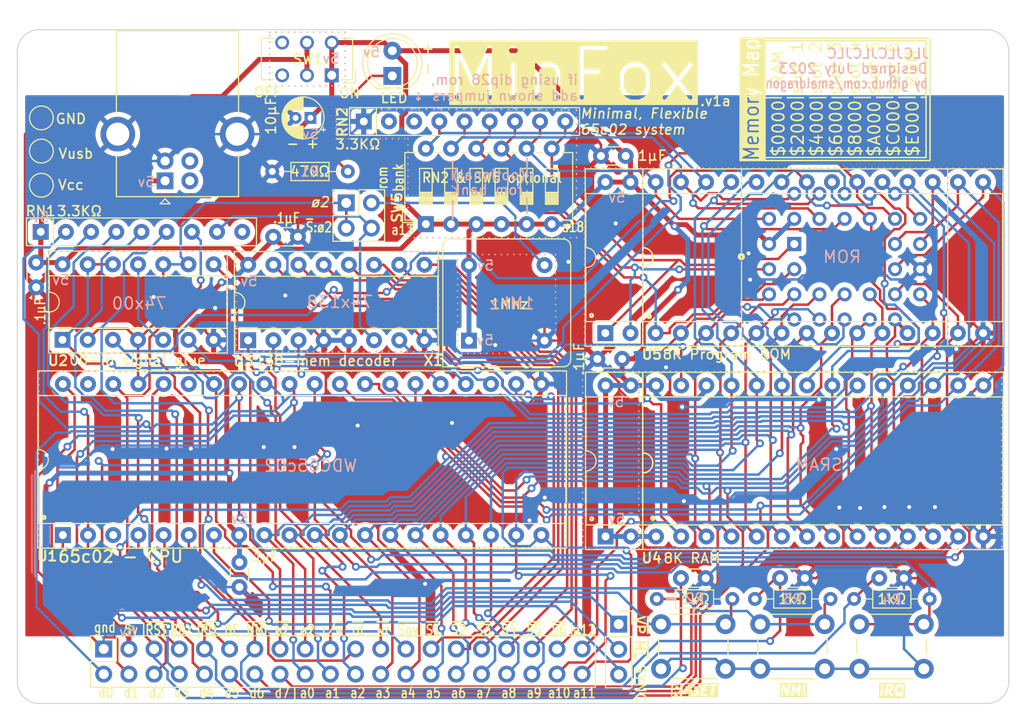
<source format=kicad_pcb>
(kicad_pcb (version 20221018) (generator pcbnew)
  (layers (0 "F.Cu" signal) (31 "B.Cu" signal) (34 "B.Paste" user) (35 "F.Paste" user) (36 "B.SilkS" user "B.Silkscreen") (37 "F.SilkS" user "F.Silkscreen") (38 "B.Mask" user) (39 "F.Mask" user) (44 "Edge.Cuts" user))
  (net 0 "")
  (net 1 "Net-(D1-K)")
  (net 4 "GND")
  (net 5 "~{VP}")
  (net 7 "~{ML}")
  (net 8 "SYNC")
  (net 9 "A0")
  (net 10 "A1")
  (net 11 "A2")
  (net 12 "A3")
  (net 13 "A4")
  (net 14 "A5")
  (net 15 "A6")
  (net 16 "A7")
  (net 17 "A8")
  (net 18 "A9")
  (net 19 "A10")
  (net 20 "A11")
  (net 21 "A12")
  (net 22 "Net-(U1-A13)")
  (net 23 "Net-(U1-A14)")
  (net 24 "Net-(U1-A15)")
  (net 25 "D7")
  (net 26 "D6")
  (net 27 "D5")
  (net 28 "D4")
  (net 29 "D3")
  (net 30 "D2")
  (net 31 "D1")
  (net 32 "D0")
  (net 33 "R{slash}~{W}")
  (net 35 "ø2")
  (net 37 "S6")
  (net 38 "S5")
  (net 39 "S4")
  (net 40 "S3")
  (net 41 "S2")
  (net 42 "S1")
  (net 43 "~{NMI}")
  (net 44 "~{RESET}")
  (net 45 "~{IRQ}")
  (net 46 "BE")
  (net 47 "S0")
  (net 48 "S7")
  (net 49 "Net-(RN1-R3)")
  (net 50 "RDY")
  (net 51 "VCC")
  (net 52 "~{WR}")
  (net 53 "~{RD}")
  (net 54 "ø1")
  (net 55 "~{SO}")
  (net 56 "Net-(RN1-R4)")
  (net 57 "Net-(RN1-R5)")
  (net 58 "/slot gate")
  (net 59 "/osc out")
  (net 63 "Net-(U2-Pad11)")
  (net 64 "/Vusb")
  (net 67 "/Rom13")
  (net 68 "/Rom14")
  (net 69 "/Rom15")
  (net 70 "/Rom16")
  (net 71 "/Rom17")
  (net 72 "/Rom18")
  (footprint "Button_Switch_THT:SW_CuK_JS202011AQN_DPDT_Angled" (layer "F.Cu") (at 91.81 32.6 180)
    (fp_text reference "SW1")
    (fp_text value "SW_DPDT_x2")
  )
  (footprint "PCM_Package_LCC_AKL:PLCC-32_THT-Socket" (layer "F.Cu") (at 138.455 49.63 90)
    (fp_text reference "U6" hide)
    (fp_text value "SST39SF040" hide)
  )
  (footprint "PCM_Package_DIP_AKL:DIP-40_W15.24mm_Socket" (layer "F.Cu") (at 64.69 79 90)
    (fp_text reference "U1")
    (fp_text value "CPU" hide)
  )
  (footprint "Package_DIP:DIP-14_W7.62mm_Socket" (layer "F.Cu") (at 64.655 59.3 90)
    (fp_text reference "U2")
    (fp_text value "00-io signal glue")
  )
  (footprint "TestPoint:TestPoint_Pad_D2.0mm" (layer "F.Cu") (at 62.525 36.9 -90)
    (fp_text reference "TP1" hide)
    (fp_text value "GND")
  )
  (footprint "Capacitor_THT:C_Disc_D3.0mm_W1.6mm_P2.50mm" (layer "F.Cu") (at 85.9 48.9)
    (fp_text reference "C6" hide)
    (fp_text value ".1µF")
  )
  (footprint "Capacitor_THT:C_Disc_D3.0mm_W1.6mm_P2.50mm" (layer "F.Cu") (at 149.525 83.35 180)
    (fp_text reference "C4" hide)
    (fp_text value "C_Small")
  )
  (footprint "Resistor_THT:R_Axial_DIN0204_L3.6mm_D1.6mm_P7.62mm_Horizontal" (layer "F.Cu") (at 144.49 85.45)
    (fp_text reference "R4")
    (fp_text value "1kΩ")
  )
  (footprint "Capacitor_THT:C_Disc_D3.0mm_W1.6mm_P2.50mm" (layer "F.Cu") (at 129.525 83.35 180)
    (fp_text reference "C3" hide)
    (fp_text value "C_Small")
  )
  (footprint "Oscillator:Oscillator_DIP-8" (layer "F.Cu") (at 105.65 59.38)
    (fp_text reference "X1")
    (fp_text value "1Mhz")
  )
  (footprint "Connector_PinSocket_2.54mm:PinSocket_2x20_P2.54mm_Vertical" (layer "F.Cu") (at 68.81 90.5 90)
    (fp_text reference "J3" hide)
    (fp_text value "Conn_02x20_Odd_Even" hide)
  )
  (footprint "MountingHole:MountingHole_3.2mm_M3" (layer "F.Cu") (at 156.5 31.5)
    (fp_text reference "H2" hide)
    (fp_text value "MountingHole")
  )
  (footprint "Capacitor_THT:C_Disc_D3.0mm_W1.6mm_P2.50mm" (layer "F.Cu") (at 121.1 61.225 180)
    (fp_text reference "C9" hide)
    (fp_text value ".1µF")
  )
  (footprint "Resistor_THT:R_Axial_DIN0204_L3.6mm_D1.6mm_P7.62mm_Horizontal" (layer "F.Cu") (at 85.81 42.31)
    (fp_text reference "R1")
    (fp_text value "470Ω")
  )
  (footprint "Button_Switch_THT:SW_DIP_SPSTx06_Slide_6.7x16.8mm_W7.62mm_P2.54mm_LowProfile" (layer "F.Cu") (at 101.3 47.62 90)
    (fp_text reference "SW5")
    (fp_text value "SW_DIP_x06")
  )
  (footprint "Capacitor_THT:C_Disc_D3.0mm_W1.6mm_P2.50mm" (layer "F.Cu") (at 139.525 83.35 180)
    (fp_text reference "C2" hide)
    (fp_text value "C_Small")
  )
  (footprint "Capacitor_THT:C_Disc_D3.0mm_W1.6mm_P2.50mm" (layer "F.Cu") (at 62 51.5 -90)
    (fp_text reference "C7" hide)
    (fp_text value ".1µF")
  )
  (footprint "Resistor_THT:R_Axial_DIN0204_L3.6mm_D1.6mm_P7.62mm_Horizontal" (layer "F.Cu") (at 134.49 85.45)
    (fp_text reference "R3")
    (fp_text value "1kΩ")
  )
  (footprint "TestPoint:TestPoint_Pad_D2.0mm" (layer "F.Cu") (at 62.525 40.25 -90)
    (fp_text reference "TP2" hide)
    (fp_text value "Vusb")
  )
  (footprint "Resistor_THT:R_Array_SIP9" (layer "F.Cu") (at 95.04 37.26)
    (fp_text reference "RN2")
    (fp_text value "R_Network08")
  )
  (footprint "Button_Switch_THT:SW_PUSH_6mm" (layer "F.Cu") (at 131.525 92.5 180)
    (fp_text reference "SW2" hide)
    (fp_text value "RESET")
  )
  (footprint "LED_THT:LED_D5.0mm" (layer "F.Cu") (at 97.92 32.66 90)
    (fp_text reference "D1" hide)
    (fp_text value "Power LED")
  )
  (footprint "Connector_PinHeader_2.54mm:PinHeader_2x02_P2.54mm_Vertical" (layer "F.Cu") (at 93.27 45.48)
    (fp_text reference "J4" hide)
    (fp_text value "Conn_02x02_Counter_Clockwise")
  )
  (footprint "Package_DIP:DIP-16_W7.62mm_Socket" (layer "F.Cu") (at 83.38 59.34 90)
    (fp_text reference "U3")
    (fp_text value "74LS138")
  )
  (footprint "Resistor_THT:R_Axial_DIN0204_L3.6mm_D1.6mm_P7.62mm_Horizontal" (layer "F.Cu") (at 124.59 85.45)
    (fp_text reference "R2")
    (fp_text value "1kΩ")
  )
  (footprint "Capacitor_THT:CP_Radial_D4.0mm_P1.50mm" (layer "F.Cu") (at 89.662 36.9 180)
    (fp_text reference "C1" hide)
    (fp_text value "10µF")
  )
  (footprint "MountingHole:MountingHole_3.2mm_M3" (layer "F.Cu") (at 63.5 92.5)
    (fp_text reference "H3" hide)
    (fp_text value "MountingHole")
  )
  (footprint "PCM_Package_DIP_AKL:DIP-32_W15.24mm_Socket" (layer "F.Cu") (at 119.4 58.62 90)
    (fp_text reference "U5")
    (fp_text value "SST39SF040" hide)
  )
  (footprint "TestPoint:TestPoint_Pad_D2.0mm" (layer "F.Cu") (at 62.525 43.7 -90)
    (fp_text reference "TP3" hide)
    (fp_text value "Vcc")
  )
  (footprint "Connector_PinSocket_2.54mm:PinSocket_1x03_P2.54mm_Vertical" (layer "F.Cu") (at 120.75 88)
    (fp_text reference "J2" hide)
    (fp_text value "Debug Connector")
  )
  (footprint "Connector_USB:USB_B_OST_USB-B1HSxx_Horizontal" (layer "F.Cu") (at 75 43.25 90)
    (fp_text reference "J1" hide)
    (fp_text value "USB_B")
  )
  (footprint "PCM_Package_DIP_AKL:DIP-32_W15.24mm_Socket" (layer "F.Cu") (at 119.43 79.142 90)
    (fp_text reference "U4")
    (fp_text value "AS6C4008-55PCN" hide)
  )
  (footprint "Button_Switch_THT:SW_PUSH_6mm" (layer "F.Cu") (at 141.525 92.5 180)
    (fp_text reference "SW3" hide)
    (fp_text value "NMI")
  )
  (footprint "Button_Switch_THT:SW_PUSH_6mm" (layer "F.Cu") (at 151.525 92.5 180)
    (fp_text reference "SW4" hide)
    (fp_text value "IRQ")
  )
  (footprint "Resistor_THT:R_Array_SIP9" (layer "F.Cu") (at 62.46 48.4)
    (fp_text reference "RN1")
    (fp_text value "R_Network08")
  )
  (footprint "MountingHole:MountingHole_3.2mm_M3" (layer "F.Cu") (at 63.5 31.5)
    (fp_text reference "H1" hide)
    (fp_text value "MountingHole")
  )
  (footprint "MountingHole:MountingHole_3.2mm_M3" (layer "F.Cu") (at 156.5 92.5)
    (fp_text reference "H4" hide)
    (fp_text value "MountingHole")
  )
  (footprint "Capacitor_THT:C_Disc_D3.0mm_W1.6mm_P2.50mm" (layer "F.Cu") (at 121.46 40.74 180)
    (fp_text reference "C8" hide)
    (fp_text value ".1µF")
  )
  (footprint "Capacitor_THT:C_Disc_D3.0mm_W1.6mm_P2.50mm" (layer "F.Cu") (at 82.5 81.75 -90)
    (fp_text reference "C5" hide)
    (fp_text value ".1µF")
  )
  (gr_line (start 111.5 41) (end 111.5 46.5) (stroke (width 0.17) (type dash_dot_dot)) (layer "B.SilkS"))
  (gr_rect (start 63.275 50.35) (end 81.25 60.65) (stroke (width 0.15) (type dot)) (fill none) (layer "B.SilkS"))
  (gr_line (start 123.17 59.88) (end 123.17 42.03) (stroke (width 0.15) (type dot)) (layer "B.SilkS"))
  (gr_line (start 99.5 39) (end 99.5 49) (stroke (width 0.15) (type dot)) (layer "B.SilkS"))
  (gr_rect (start 104.495 50.684) (end 114.39 60.676) (stroke (width 0.15) (type dot)) (fill none) (layer "B.SilkS"))
  (gr_line (start 116.5 36.075) (end 92.25 36) (stroke (width 0.18) (type dot)) (layer "B.SilkS"))
  (gr_line (start 92.25 36) (end 92.25 39) (stroke (width 0.15) (type dot)) (layer "B.SilkS"))
  (gr_rect (start 62.25 62.5) (end 115.5 80.25) (stroke (width 0.15) (type dot)) (fill none) (layer "B.SilkS"))
  (gr_rect (start 85.55 28.25) (end 93.15 33.675) (stroke (width 0.15) (type dot)) (fill none) (layer "B.SilkS"))
  (gr_rect (start 117.3 41.9675) (end 159.55 59.88) (stroke (width 0.15) (type dot)) (fill none) (layer "B.SilkS"))
  (gr_line (start 104 41.25) (end 104 48.5) (stroke (width 0.17) (type dash_dot_dot)) (layer "B.SilkS"))
  (gr_line (start 153.95 59.925) (end 153.95 41.75) (stroke (width 0.15) (type dot)) (layer "B.SilkS"))
  (gr_rect (start 117.125 62.4875) (end 159.375 80.4) (stroke (width 0.15) (type dot)) (fill none) (layer "B.SilkS"))
  (gr_line (start 92.25 39) (end 99.5 39) (stroke (width 0.15) (type dot)) (layer "B.SilkS"))
  (gr_rect (start 82.175 50.375) (end 102.6 60.5) (stroke (width 0.15) (type dot)) (fill none) (layer "B.SilkS"))
  (gr_line (start 122.775 80.375) (end 122.775 62.525) (stroke (width 0.15) (type dot)) (layer "B.SilkS"))
  (gr_line (start 116.5 49) (end 116.5 36) (stroke (width 0.17) (type dot)) (layer "B.SilkS"))
  (gr_line (start 133.15 59.875) (end 133.15 41.7) (stroke (width 0.15) (type dot)) (layer "B.SilkS"))
  (gr_line (start 99.5 49) (end 116.5 49) (stroke (width 0.15) (type dot)) (layer "B.SilkS"))
  (gr_line (start 135.5 28.85) (end 133.01 28.85) (stroke (width 0.15)) (layer "F.SilkS"))
  (gr_line (start 135.5 34.87) (end 151.725 34.825) (stroke (width 0.15) (type dash)) (layer "F.SilkS"))
  (gr_arc (start 123.268202 50.01) (mid 124.21 51.01) (end 123.268202 52.01) (stroke (width 0.15)) (layer "F.SilkS"))
  (gr_line (start 116.02 89.165) (end 116.02 87.895) (stroke (width 0.15)) (layer "F.SilkS"))
  (gr_rect (start 135.275 29.125) (end 151.75 40.9) (stroke (width 0.15)) (fill none) (layer "F.SilkS"))
  (gr_circle (center 124.191 77.308) (end 124.391 77.308) (stroke (width 0.15)) (fill solid) (layer "F.SilkS"))
  (gr_line (start 132.99 41.2) (end 135.49 41.2) (stroke (width 0.15)) (layer "F.SilkS"))
  (gr_line (start 88.08 94.3974) (end 88.08 95.769) (stroke (width 0.15)) (layer "F.SilkS"))
  (gr_line (start 123.175 62.592) (end 123.175 80.442) (stroke (width 0.15)) (layer "F.SilkS"))
  (gr_line (start 123.18 59.92) (end 123.19 42.06) (stroke (width 0.15)) (layer "F.SilkS"))
  (gr_line (start 133.01 28.85) (end 132.99 41.2) (stroke (width 0.15)) (layer "F.SilkS"))
  (gr_circle (center 123.81 56.92) (end 124.015183 56.92) (stroke (width 0.15)) (fill solid) (layer "F.SilkS"))
  (gr_arc (start 123.175 70.704) (mid 124.191 71.72) (end 123.175 72.736) (stroke (width 0.15)) (layer "F.SilkS"))
  (gr_line (start 72.84 89.165) (end 72.84 87.895) (stroke (width 0.15)) (layer "F.SilkS"))
  (gr_line (start 100.78 89.165) (end 100.78 87.895) (stroke (width 0.15)) (layer "F.SilkS"))
  (gr_rect (start 135.5 28.85) (end 152.15 41.2) (stroke (width 0.15)) (fill none) (layer "F.SilkS"))
  (gr_line (start 160.1 30.2) (end 160.1 93.8) (stroke (width 0.1)) (layer "Edge.Cuts"))
  (gr_arc (start 157.9 28) (mid 159.455635 28.644365) (end 160.1 30.2) (stroke (width 0.1)) (layer "Edge.Cuts"))
  (gr_arc (start 60.1 30.2) (mid 60.744365 28.644365) (end 62.3 28) (stroke (width 0.1)) (layer "Edge.Cuts"))
  (gr_line (start 62.3 28) (end 157.9 28) (stroke (width 0.1)) (layer "Edge.Cuts"))
  (gr_line (start 157.9 96) (end 62.3 96) (stroke (width 0.1)) (layer "Edge.Cuts"))
  (gr_arc (start 160.1 93.8) (mid 159.455635 95.355635) (end 157.9 96) (stroke (width 0.1)) (layer "Edge.Cuts"))
  (gr_line (start 60.1 93.8) (end 60.1 30.2) (stroke (width 0.1)) (layer "Edge.Cuts"))
  (gr_arc (start 62.3 96) (mid 60.744365 95.355635) (end 60.1 93.8) (stroke (width 0.1)) (layer "Edge.Cuts"))
  (gr_text "(optional)" (at 111.5 43.25) (layer "B.SilkS") (effects (font (size 1 1) (thickness 0.16)) (justify left bottom mirror)))
  (gr_text "Designed July 2023" (at 152 32.5) (layer "B.SilkS") (effects (font (size 1 1) (thickness 0.16) bold) (justify left bottom mirror)))
  (gr_text "5v" (at 121.5318 45.5278) (layer "B.SilkS") (effects (font (size 1 1) (thickness 0.16)) (justify left bottom mirror)))
  (gr_text "5v" (at 72.1796 89.3428) (layer "B.SilkS") (effects (font (size 1 1) (thickness 0.16)) (justify left bottom mirror)))
  (gr_text "rom bank" (at 111.25 44.75) (layer "B.SilkS") (effects (font (size 1 1) (thickness 0.16)) (justify left bottom mirror)))
  (gr_text "WDC65c02" (at 94.475 72.7) (layer "B.SilkS") (effects (font (size 1.2 1.2) (thickness 0.16)) (justify left bottom mirror)))
  (gr_text "5v" (at 108.273 52.3858) (layer "B.SilkS") (effects (font (size 1 1) (thickness 0.16)) (justify left bottom mirror)))
  (gr_text "5v" (at 90.6454 39.127) (layer "B.SilkS") (effects (font (size 1 1) (thickness 0.16)) (justify left bottom mirror)))
  (gr_text "5v" (at 84.4224 53.9606) (layer "B.SilkS") (effects (font (size 1 1) (thickness 0.16)) (justify left bottom mirror)))
  (gr_text "5v" (at 121.4048 66.1526) (layer "B.SilkS") (effects (font (size 1 1) (thickness 0.16)) (justify left bottom mirror)))
  (gr_text "5v" (at 63.4166 47.509) (layer "B.SilkS") (effects (font (size 1 1) (thickness 0.16)) (justify left bottom mirror)))
  (gr_text "by github.com/smaldragon" (at 152 34) (layer "B.SilkS") (effects (font (size 1 0.8) (thickness 0.16) bold) (justify left bottom mirror)))
  (gr_text "74x138" (at 96.075 56.175) (layer "B.SilkS") (effects (font (size 1.2 1.2) (thickness 0.16)) (justify left bottom mirror)))
  (gr_text "5v" (at 121.5064 77.9636) (layer "B.SilkS") (effects (font (size 1 1) (thickness 0.16)) (justify left bottom mirror)))
  (gr_text "5v" (at 65.4486 53.8336) (layer "B.SilkS") (effects (font (size 1 1) (thickness 0.16)) (justify left bottom mirror)))
  (gr_text "5v" (at 108.2476 59.9296) (layer "B.SilkS") (effects (font (size 1 1) (thickness 0.16)) (justify left bottom mirror)))
  (gr_text "5v" (at 83.4572 77.9382) (layer "B.SilkS") (effects (font (size 1 1) (thickness 0.16)) (justify left bottom mirror)))
  (gr_text "5v" (at 92.7028 31.507) (layer "B.SilkS") (effects (font (size 1 1) (thickness 0.16)) (justify left bottom mirror)))
  (gr_text "ROM" (at 145.3 51.625) (layer "B.SilkS") (effects (font (size 1.2 1.2) (thickness 0.16)) (justify left bottom mirror)))
  (gr_text "SRAM" (at 143.43 72.61) (layer "B.SilkS") (effects (font (size 1.2 1.2) (thickness 0.16)) (justify left bottom mirror)))
  (gr_text "1Mhz" (at 112.375 56.325) (layer "B.SilkS") (effects (font (size 1.2 1.2) (thickness 0.16)) (justify left bottom mirror)))
  (gr_text "5v" (at 74.0592 43.953) (layer "B.SilkS") (effects (font (size 1 1) (thickness 0.16)) (justify left bottom mirror)))
  (gr_text "JLCJLCJLCJLC" (at 152.146 30.988) (layer "B.SilkS") (effects (font (size 1 1) (thickness 0.16)) (justify left bottom mirror)))
  (gr_text "if using dip28 rom, \nadd shown jumpers ↓" (at 116.75 35.25) (layer "B.SilkS") (effects (font (size 1 1) (thickness 0.16)) (justify left bottom mirror)))
  (gr_text "5v" (at 96.7668 30.8466) (layer "B.SilkS") (effects (font (size 1 1) (thickness 0.16)) (justify left bottom mirror)))
  (gr_text "74x00" (at 75.275 56.325) (layer "B.SilkS") (effects (font (size 1.2 1.2) (thickness 0.16)) (justify left bottom mirror)))
  (gr_text "d5" (at 81.73 95.515) (layer "F.SilkS") (effects (font (size 1 0.8) (thickness 0.16)) (justify bottom)))
  (gr_text "10µF" (at 86.262 38.7 90) (layer "F.SilkS") (effects (font (size 1 1) (thickness 0.16)) (justify left bottom)))
  (gr_text ".v1a" (at 128.86 35.78) (layer "F.SilkS") (effects (font (size 1 1) (thickness 0.16)) (justify left bottom)))
  (gr_text "d3" (at 76.65 95.515) (layer "F.SilkS") (effects (font (size 1 0.8) (thickness 0.16)) (justify bottom)))
  (gr_text "d0" (at 69.03 95.515) (layer "F.SilkS") (effects (font (size 1 0.8) (thickness 0.16)) (justify bottom)))
  (gr_text "~{S6}" (at 114.75 89.165) (layer "F.SilkS") (effects (font (size 1 0.8) (thickness 0.16)) (justify bottom)))
  (gr_text "~{S2}" (at 104.59 89.165) (layer "F.SilkS") (effects (font (size 1 0.8) (thickness 0.16)) (justify bottom)))
  (gr_text "a18" (at 114.9024 48.4996) (layer "F.SilkS") (effects (font (size 1 0.8) (thickness 0.16) bold) (justify left bottom)))
  (gr_text "138-mem decoder" (at 84 62) (layer "F.SilkS") (effects (font (size 1 1) (thickness 0.16)) (justify left bottom)))
  (gr_text "a13" (at 97.732 48.779) (layer "F.SilkS") (effects (font (size 1 0.8) (thickness 0.16) bold) (justify left bottom)))
  (gr_text "3.3KΩ" (at 64 46.9) (layer "F.SilkS") (effects (font (size 1 1) (thickness 0.16)) (justify left bottom)))
  (gr_text "SYNC" (at 122.35 91.95 -90) (layer "F.SilkS") (effects (font (size 1 1) (thickness 0.16)) (justify left bottom)))
  (gr_text "~{ML}" (at 122.275 89.45 270) (layer "F.SilkS") (effects (font (size 1 1) (thickness 0.2) bold) (justify left bottom)))
  (gr_text ".1µF" (at 83.508 81.75) (layer "F.SilkS") (effects (font (size 1 0.8) (thickness 0.16) bold) (justify left bottom)))
  (gr_text "MinFox" (at 102.96 35.48) (layer "F.SilkS" knockout) (effects (font (size 5 5) (thickness 0.4)) (justify left bottom)))
  (gr_text "d4" (at 79.19 95.515) (layer "F.SilkS") (effects (font (size 1 0.8) (thickness 0.16)) (justify bottom)))
  (gr_text "a1" (at 91.89 95.515) (layer "F.SilkS") (effects (font (size 1 0.8) (thickness 0.16)) (justify bottom)))
  (gr_text "~{Sov}" (at 99.51 89.165) (layer "F.SilkS") (effects (font (size 1 0.8) (thickness 0.16)) (justify bottom)))
  (gr_text "~{NMI}" (at 84.27 89.165) (layer "F.SilkS") (effects (font (size 1 0.8) (thickness 0.16)) (justify bottom)))
  (gr_text "a5" (at 102.05 95.515) (layer "F.SilkS") (effects (font (size 1 0.8) (thickness 0.16)) (justify bottom)))
  (gr_text "ø2" (at 89.35 89.165) (layer "F.SilkS") (effects (font (size 1 0.8) (thickness 0.16)) (justify bottom)))
  (gr_text "a7" (at 107.13 95.515) (layer "F.SilkS") (effects (font (size 1 0.8) (thickness 0.16)) (justify bottom)))
  (gr_text "a2" (at 94.43 95.515) (layer "F.SilkS") (effects (font (size 1 0.8) (thickness 0.16)) (justify bottom)))
  (gr_text "~{S4}" (at 109.67 89.165) (layer "F.SilkS") (effects (font (size 1 0.8) (thickness 0.16)) (justify bottom)))
  (gr_text "a3" (at 96.97 95.515) (layer "F.SilkS") (effects (font (size 1 0.8) (thickness 0.16)) (justify bottom)))
  (gr_text "~{rd}" (at 94.43 89.165) (layer "F.SilkS") (effects (font (size 1 0.8) (thickness 0.16)) (justify bottom)))
  (gr_text "r/~{w}" (at 91.89 89.165) (layer "F.SilkS") (effects (font (size 1 0.8) (thickness 0.16)) (justify bottom)))
  (gr_text "~{VP}" (at 122.275 87.025 270) (layer "F.SilkS") (effects (font (size 1 1) (thickness 0.2) bold) (justify left bottom)))
  (gr_text "RAM\nslot 1\nslot 2\nslot 3\nslot 4\nslot 5\nslot 6\nROM" (at 151 31.9 90) (layer "F.SilkS") (effects (font (size 1.2 1.2) (thickness 0.16)) (justify bottom)))
  (gr_text "BE" (at 81.73 89.165) (layer "F.SilkS") (effects (font (size 1 0.8) (thickness 0.16)) (justify bottom)))
  (gr_text "~{wr}" (at 96.97 89.165) (layer "F.SilkS") (effects (font (size 1 0.8) (thickness 0.16)) (justify bottom)))
  (gr_text "OFF" (at 83.85 34.88) (layer "F.SilkS") (effects (font (size 1 1) (thickness 0.16)) (justify left bottom)))
  (gr_text "~{S5}" (at 112.21 89.165) (layer "F.SilkS") (effects (font (size 1 0.8) (thickness 0.16)) (justify bottom)))
  (gr_text "LED" (at 96.64 35.47) (layer "F.SilkS") (effects (font (size 1 1) (thickness 0.16)) (justify left bottom)))
  (gr_text "~{ø2}" (at 86.81 89.165) (layer "F.SilkS") (effects (font (size 1 0.8) (thickness 0.16)) (justify bottom)))
  (gr_text "65c02 - CPU" (at 64.1 81.875) (layer "F.SilkS") (effects (font (size 1.2 1.2) (thickness 0.2) bold) (justify left bottom)))
  (gr_text "IRQ" (at 148.25 94.7) (layer "F.SilkS" knockout) (effects (font (size 1 1) (thickness 0.2) bold italic)))
  (gr_text "a8" (at 109.67 95.515) (layer "F.SilkS") (effects (font (size 1 0.8) (thickness 0.16)) (justify bottom)))
  (gr_text "+ -" (at 101 29.225 270) (layer "F.SilkS") (effects (font (size 1 1) (thickness 0.16)) (justify left bottom)))
  (gr_text ".1µF" (at 63 57.9 90) (layer "F.SilkS") (effects (font (size 1 0.8) (thickness 0.16) bold) (justify left bottom)))
  (gr_text "RN2 & SW5 optional" (at 107.975 42.937) (layer "F.SilkS") (effects (font (size 1 0.9) (thickness 0.16) bold)))
  (gr_text "~{IRQ}" (at 79.19 89.165) (layer "F.SilkS") (effects (font (size 1 0.8) (thickness 0.16)) (justify bottom)))
  (gr_text "Minimal, Flexible\n65c02 system" (at 116.8 38.66) (layer "F.SilkS") (effects (font (size 1 1) (thickness 0.16) italic) (justify left bottom)))
  (gr_text "a6" (at 104.59 95.515) (layer "F.SilkS") (effects (font (size 1 0.8) (thickness 0.16)) (justify bottom)))
  (gr_text "~{RST}" (at 74.11 89.165) (layer "F.SilkS") (effects (font (size 1 0.8) (thickness 0.16)) (justify bottom)))
  (gr_text "a0" (at 89.35 95.515) (layer "F.SilkS") (effects (font (size 1 0.8) (thickness 0.16)) (justify bottom)))
  (gr_text "d6" (at 84.27 95.515) (layer "F.SilkS") (effects (font (size 1 0.8) (thickness 0.16)) (justify bottom)))
  (gr_text "~{S1}" (at 102.05 89.165) (layer "F.SilkS") (effects (font (size 1 0.8) (thickness 0.16)) (justify bottom)))
  (gr_text "a4" (at 99.51 95.515) (layer "F.SilkS") (effects (font (size 1 0.8) (thickness 0.16)) (justify bottom)))
  (gr_text "d2" (at 74.11 95.515) (layer "F.SilkS") (effects (font (size 1 0.8) (thickness 0.16)) (justify bottom)))
  (gr_text "$0000\n$2000\n$4000\n$6000\n$8000\n$A000\n$C000\n$E000\n" (at 151.09 40.92 90) (layer "F.SilkS") (effects (font (size 1.2 1.2) (thickness 0.16)) (justify left bottom)))
  (gr_text "RESET" (at 128.275 94.7) (layer "F.SilkS" knockout) (effects (font (size 1 1) (thickness 0.2) bold italic)))
  (gr_text "a9" (at 112.21 95.515) (layer "F.SilkS") (effects (font (size 1 0.8) (thickness 0.16)) (justify bottom)))
  (gr_text "8K Program ROM" (at 125.075 61.35) (layer "F.SilkS") (effects (font (size 1 1) (thickness 0.16)) (justify left bottom)))
  (gr_text "a10" (at 114.75 95.515) (layer "F.SilkS") (effects (font (size 1 0.8) (thickness 0.16)) (justify bottom)))
  (gr_text ".1µF" (at 85.8 47.6) (layer "F.SilkS") (effects (font (size 1 0.8) (thickness 0.16) bold) (justify left bottom)))
  (gr_text "1Mhz" (at 107.74 56.27) (layer "F.SilkS") (effects (font (size 1 1) (thickness 0.16)) (justify left bottom)))
  (gr_text "ON" (at 92.45 34.98) (layer "F.SilkS") (effects (font (size 1 1) (thickness 0.16)) (justify left bottom)))
  (gr_text "NMI" (at 138.3 94.7) (layer "F.SilkS" knockout) (effects (font (size 1 1) (thickness 0.2) bold italic)))
  (gr_text "a12" (at 117.29 89.165) (layer "F.SilkS") (effects (font (size 1 0.8) (thickness 0.16)) (justify bottom)))
  (gr_text "d1" (at 71.57 95.515) (layer "F.SilkS") (effects (font (size 1 0.8) (thickness 0.16)) (justify bottom)))
  (gr_text "8K RAM" (at 125.175 81.925) (layer "F.SilkS") (effects (font (size 1 1) (thickness 0.16)) (justify left bottom)))
  (gr_text "~{S3}" (at 107.13 89.165) (layer "F.SilkS") (effects (font (size 1 0.8) (thickness 0.16)) (justify bottom)))
  (gr_text "d7" (at 86.81 95.515) (layer "F.SilkS") (effects (font (size 1 0.8) (thickness 0.16)) (justify bottom)))
  (gr_text "gnd" (at 68.9284 88.911) (layer "F.SilkS") (effects (font (size 1 0.8) (thickness 0.16)) (justify bottom)))
  (gr_text "3.3KΩ" (at 92.08 40.15) (layer "F.SilkS") (effects (font (size 1 1) (thickness 0.16)) (justify left bottom)))
  (gr_text "5v" (at 71.57 89.165) (layer "F.SilkS") (effects (font (size 1 0.8) (thickness 0.16)) (justify bottom)))
  (gr_text "a11" (at 117.29 95.515) (layer "F.SilkS") (effects (font (size 1 0.8) (thickness 0.16)) (justify bottom)))
  (gr_text "Memory Map" (at 135 41.35 90) (layer "F.SilkS" knockout) (effects (font (size 1.5 1.33) (thickness 0.17) bold) (justify left bottom)))
  (gr_text "ø2" (at 89.604 45.985) (layer "F.SilkS") (effects (font (size 1 1) (thickness 0.16) italic) (justify left bottom)))
  (gr_text "+ -" (at 90.612 39.05 180) (layer "F.SilkS") (effects (font (size 1 1) (thickness 0.16)) (justify left bottom)))
  (gr_text "RDY" (at 76.65 89.165) (layer "F.SilkS") (effects (font (size 1 0.8) (thickness 0.16)) (justify bottom)))
  (gr_text "~{S}:ø2" (at 89.096 48.525) (layer "F.SilkS") (effects (font (size 1 0.8) (thickness 0.16)) (justify left bottom)))
  (gr_text "rom\nbank" (at 97.732 42.937 90) (layer "F.SilkS") (effects (font (size 1 0.8) (thickness 0.16) bold)))
  (segment (start 95.805 32.66) (end 91.825 36.64) (width 0.25) (layer "F.Cu") (net 1))
  (segment (start 91.825 36.64) (end 91.825 40.705) (width 0.25) (layer "F.Cu") (net 1))
  (segment (start 91.825 40.705) (end 93.43 42.31) (width 0.25) (layer "F.Cu") (net 1))
  (segment (start 97.92 32.66) (end 95.805 32.66) (width 0.25) (layer "F.Cu") (net 1))
  (segment (start 112.95 63.76) (end 112.671396 63.76) (width 0.25) (layer "F.Cu") (net 4))
  (segment (start 68.81 90.5) (end 61.725 83.415) (width 0.25) (layer "F.Cu") (net 4))
  (segment (start 87.125 55.465) (end 91 59.34) (width 0.25) (layer "F.Cu") (net 4))
  (segment (start 128.465 78.676009) (end 128.465 82.29) (width 0.25) (layer "F.Cu") (net 4))
  (segment (start 116.755 59.38) (end 118.6 61.225) (width 0.25) (layer "F.Cu") (net 4))
  (segment (start 93.54 58.20863) (end 93.54 59.34) (width 0.25) (layer "F.Cu") (net 4))
  (segment (start 60.875 38.55) (end 62.525 36.9) (width 0.25) (layer "F.Cu") (net 4))
  (segment (start 118.96 40.74) (end 118.96 39.5855) (width 0.25) (layer "F.Cu") (net 4))
  (segment (start 158.655 59.775) (end 157.5 58.62) (width 0.25) (layer "F.Cu") (net 4))
  (segment (start 112.95 63.76) (end 112.95 64.475) (width 0.25) (layer "F.Cu") (net 4))
  (segment (start 155.895 60.225) (end 157.5 58.62) (width 0.25) (layer "F.Cu") (net 4))
  (segment (start 125.925 62.475) (end 125.525 62.075) (width 0.25) (layer "F.Cu") (net 4))
  (segment (start 143.415 78.44) (end 143.415 80.59137) (width 0.25) (layer "F.Cu") (net 4))
  (segment (start 94.300305 68.025) (end 94.15 68.175305) (width 0.25) (layer "F.Cu") (net 4))
  (segment (start 88.4 48.9) (end 88.4 44.9) (width 0.25) (layer "F.Cu") (net 4))
  (segment (start 123.2 66.722991) (end 120.8 64.322991) (width 0.25) (layer "F.Cu") (net 4))
  (segment (start 112.95 64.475) (end 111.7 65.725) (width 0.25) (layer "F.Cu") (net 4))
  (segment (start 157.53 79.142) (end 158.655 78.017) (width 0.25) (layer "F.Cu") (net 4))
  (segment (start 80.05 56.0755) (end 79.095001 57.030499) (width 0.25) (layer "F.Cu") (net 4))
  (segment (start 61.725 83.415) (end 61.725 70.925) (width 0.25) (layer "F.Cu") (net 4))
  (segment (start 127.325 75.5755) (end 127.325 66.15) (width 0.25) (layer "F.Cu") (net 4))
  (segment (start 123.442 80.267) (end 123.2 80.025) (width 0.25) (layer "F.Cu") (net 4))
  (segment (start 123.2 80.025) (end 123.2 66.722991) (width 0.25) (layer "F.Cu") (net 4))
  (segment (start 88.4 44.9) (end 85.81 42.31) (width 0.25) (layer "F.Cu") (net 4))
  (segment (start 111.7 65.725) (end 104.475 65.725) (width 0.25) (layer "F.Cu") (net 4))
  (segment (start 126.025 64.85) (end 125.925 64.75) (width 0.25) (layer "F.Cu") (net 4))
  (segment (start 151.04 52.17) (end 157.49 58.62) (width 0.25) (layer "F.Cu") (net 4))
  (segment (start 62 54) (end 60.875 52.875) (width 0.25) (layer "F.Cu") (net 4))
  (segment (start 113.27 55.155) (end 113.27 59.38) (width 0.25) (layer "F.Cu") (net 4))
  (segment (start 128.465 82.29) (end 129.525 83.35) (width 0.25) (layer "F.Cu") (net 4))
  (segment (start 68.59 36.9) (end 70.23 38.54) (width 0.25) (layer "F.Cu") (net 4))
  (segment (start 63.05 70.925) (end 61.725 70.925) (width 0.25) (layer "F.Cu") (net 4))
  (segment (start 123.475 50.575) (end 120.45 47.55) (width 0.25) (layer "F.Cu") (net 4))
  (segment (start 118.160001 41.539999) (end 118.160001 45.260001) (width 0.25) (layer "F.Cu") (net 4))
  (segment (start 142.2 70.825) (end 142.2 77.225) (width 0.25) (layer "F.Cu") (net 4))
  (segment (start 127.25 66.075) (end 127.15 66.075) (width 0.25) (layer "F.Cu") (net 4))
  (segment (start 120.8 64.322991) (end 120.8 63.625) (width 0.25) (layer "F.Cu") (net 4))
  (segment (start 113.27 59.38) (end 116.755 59.38) (width 0.25) (layer "F.Cu") (net 4))
  (segment (start 127.325 77.536009) (end 128.465 78.676009) (width 0.25) (layer "F.Cu") (net 4))
  (segment (start 143 70.625) (end 142.7 70.325) (width 0.25) (layer "F.Cu") (net 4))
  (segment (start 98.195 56.375) (end 95.37363 56.375) (width 0.25) (layer "F.Cu") (net 4))
  (segment (start 143.415 80.59137) (end 140.65637 83.35) (width 0.25) (layer "F.Cu") (net 4))
  (segment (start 118.96 39.5855) (end 117.075 37.7005) (width 0.25) (layer "F.Cu") (net 4))
  (segment (start 91 59.34) (end 93.54 59.34) (width 0.25) (layer "F.Cu") (net 4))
  (segment (start 108.736396 59.825) (end 108.3 59.825) (width 0.25) (layer "F.Cu") (net 4))
  (segment (start 91 59.34) (end 91.215 59.555) (width 0.25) (layer "F.Cu") (net 4))
  (segment (start 79.095001 57.030499) (end 79.095001 58.500001) (width 0.25) (layer "F.Cu") (net 4))
  (segment (start 115.675 51.425) (end 115.675 52.75) (width 0.25) (layer "F.Cu") (net 4))
  (segment (start 154.8 60.225) (end 155.895 60.225) (width 0.25) (layer "F.Cu") (net 4))
  (segment (start 133.85 50.575) (end 123.475 50.575) (width 0.25) (layer "F.Cu") (net 4))
  (segment (start 101.16 59.34) (end 98.195 56.375) (width 0.25) (layer "F.Cu") (net 4))
  (segment (start 96.503198 79.453198) (end 100.975 83.925) (width 0.25) (layer "F.Cu") (net 4))
  (segment (start 157.49 58.62) (end 157.5 58.62) (width 0.25) (layer "F.Cu") (net 4))
  (segment (start 91.215 59.555) (end 91.215 64.939695) (width 0.25) (layer "F.Cu") (net 4))
  (segment (start 143 76.225) (end 143 70.625) (width 0.25) (layer "F.Cu") (net 4))
  (segment (start 87.125 54.825) (end 87.125 55.465) (width 0.25) (layer "F.Cu") (net 4))
  (segment (start 60.875 52.875) (end 60.875 38.55) (width 0.25) (layer "F.Cu") (net 4))
  (segment (start 140.95 65.325) (end 140.866611 65.408389) (width 0.25) (layer "F.Cu") (net 4))
  (segment (start 120.8 63.625) (end 118.6 61.425) (width 0.25) (layer "F.Cu") (net 4))
  (segment (start 118.160001 45.260001) (end 120.45 47.55) (width 0.25) (layer "F.Cu") (net 4))
  (segment (start 118.6 61.425) (end 118.6 61.225) (width 0.25) (layer "F.Cu") (net 4))
  (segment (start 104.475 65.725) (end 103.937316 66.262684) (width 0.25) (layer "F.Cu") (net 4))
  (segment (start 127.325 75.5755) (end 127.325 77.536009) (width 0.25) (layer "F.Cu") (net 4))
  (segment (start 149.525 83.35) (end 154.45337 83.35) (width 0.25) (layer "F.Cu") (net 4))
  (segment (start 129.525 83.35) (end 126.442 80.267) (width 0.25) (layer "F.Cu") (net 4))
  (segment (start 140.866611 65.408389) (end 140.866611 68.491611) (width 0.25) (layer "F.Cu") (net 4))
  (segment (start 61.725 54.275) (end 62 54) (width 0.25) (layer "F.Cu") (net 4))
  (segment (start 127.325 66.15) (end 127.25 66.075) (width 0.25) (layer "F.Cu") (net 4))
  (segment (start 94.15 70.475) (end 96.503198 72.828198) (width 0.25) (layer "F.Cu") (net 4))
  (segment (start 79.095001 58.500001) (end 79.895 59.3) (width 0.25) (layer "F.Cu") (net 4))
  (segment (start 158.655 78.017) (end 158.655 59.775) (width 0.25) (layer "F.Cu") (net 4))
  (segment (start 61.725 70.925) (end 61.725 54.275) (width 0.25) (layer "F.Cu") (net 4))
  (segment (start 91.215 64.939695) (end 94.300305 68.025) (width 0.25) (layer "F.Cu") (net 4))
  (segment (start 94.15 68.175305) (end 94.15 70.475) (width 0.25) (layer "F.Cu") (net 4))
  (segment (start 142.2 77.225) (end 143.415 78.44) (width 0.25) (layer "F.Cu") (net 4))
  (segment (start 127.15 65.975) (end 126.025 64.85) (width 0.25) (layer "F.Cu") (net 4))
  (segment (start 126.442 80.267) (end 123.442 80.267) (width 0.25) (layer "F.Cu") (net 4))
  (segment (start 140.65637 83.35) (end 139.525 83.35) (width 0.25) (layer "F.Cu") (net 4))
  (segment (start 62.525 36.9) (end 68.59 36.9) (width 0.25) (layer "F.Cu") (net 4))
  (segment (start 96.503198 72.828198) (end 96.503198 79.453198) (width 0.25) (layer "F.Cu") (net 4))
  (segment (start 103.937316 66.262684) (end 103.937316 67.68747) (width 0.25) (layer "F.Cu") (net 4))
  (segment (start 100.975 83.925) (end 101.225 83.925) (width 0.25) (layer "F.Cu") (net 4))
  (segment (start 157.53 80.27337) (end 157.53 79.142) (width 0.25) (layer "F.Cu") (net 4))
  (segment (start 154.45337 83.35) (end 157.53 80.27337) (width 0.25) (layer "F.Cu") (net 4))
  (segment (start 118.96 40.74) (end 118.160001 41.539999) (width 0.25) (layer "F.Cu") (net 4))
  (segment (start 127.15 66.075) (end 127.15 65.975) (width 0.25) (layer "F.Cu") (net 4))
  (segment (start 95.37363 56.375) (end 93.54 58.20863) (width 0.25) (layer "F.Cu") (net 4))
  (segment (start 142.7 70.325) (end 142.2 70.825) (width 0.25) (layer "F.Cu") (net 4))
  (segment (start 115.675 52.75) (end 113.27 55.155) (width 0.25) (layer "F.Cu") (net 4))
  (segment (start 112.671396 63.76) (end 108.736396 59.825) (width 0.25) (layer "F.Cu") (net 4))
  (segment (start 125.925 64.75) (end 125.925 62.475) (width 0.25) (layer "F.Cu") (net 4))
  (segment (start 140.866611 68.491611) (end 142.7 70.325) (width 0.25) (layer "F.Cu") (net 4))
  (via (at 147.55 76.175) (size 0.8) (drill 0.4) (layers "F.Cu" "B.Cu") (net 4))
  (via (at 152.65 76.175) (size 0.8) (drill 0.4) (layers "F.Cu" "B.Cu") (net 4))
  (via (at 87.125 54.825) (size 0.8) (drill 0.4) (layers "F.Cu" "B.Cu") (net 4))
  (via (at 120.45 47.55) (size 0.8) (drill 0.4) (layers "F.Cu" "B.Cu") (net 4))
  (via (at 63.05 70.925) (size 0.8) (drill 0.4) (layers "F.Cu" "B.Cu") (net 4))
  (via (at 117.075 37.7005) (size 0.8) (drill 0.4) (layers "F.Cu" "B.Cu") (net 4))
  (via (at 94.425 67.95) (size 0.8) (drill 0.4) (layers "F.Cu" "B.Cu") (net 4))
  (via (at 73.85 54.975) (size 0.8) (drill 0.4) (layers "F.Cu" "B.Cu") (net 4))
  (via (at 108.3 59.825) (size 0.8) (drill 0.4) (layers "F.Cu" "B.Cu") (net 4))
  (via (at 115.675 51.425) (size 0.8) (drill 0.4) (layers "F.Cu" "B.Cu") (net 4))
  (via (at 101.225 83.925) (size 0.8) (drill 0.4) (layers "F.Cu" "B.Cu") (net 4))
  (via (at 103.937316 67.68747) (size 0.8) (drill 0.4) (layers "F.Cu" "B.Cu") (net 4))
  (via (at 113.3 75.225) (size 0.8) (drill 0.4) (layers "F.Cu" "B.Cu") (net 4))
  (via (at 77.6 70.275) (size 0.8) (drill 0.4) (layers "F.Cu" "B.Cu") (net 4))
  (via (at 154.8 60.225) (size 0.8) (drill 0.4) (layers "F.Cu" "B.Cu") (net 4))
  (via (at 134 53.225) (size 0.8) (drill 0.4) (layers "F.Cu" "B.Cu") (net 4))
  (via (at 88.05 70.125) (size 0.8) (drill 0.4) (layers "F.Cu" "B.Cu") (net 4))
  (via (at 84.95 70.125) (size 0.8) (drill 0.4) (layers "F.Cu" "B.Cu") (net 4))
  (via (at 69.7 70.325) (size 0.8) (drill 0.4) (layers "F.Cu" "B.Cu") (net 4))
  (via (at 133.85 50.575) (size 0.8) (drill 0.4) (layers "F.Cu" "B.Cu") (net 4))
  (via (at 125.525 62.075) (size 0.8) (drill 0.4) (layers "F.Cu" "B.Cu") (net 4))
  (via (at 127.325 75.5755) (size 0.8) (drill 0.4) (layers "F.Cu" "B.Cu") (net 4))
  (via (at 140.95 65.325) (size 0.8) (drill 0.4) (layers "F.Cu" "B.Cu") (net 4))
  (via (at 127.15 66.075) (size 0.8) (drill 0.4) (layers "F.Cu" "B.Cu") (net 4))
  (via (at 143 76.225) (size 0.8) (drill 0.4) (layers "F.Cu" "B.Cu") (net 4))
  (via (at 75.15 70.275) (size 0.8) (drill 0.4) (layers "F.Cu" "B.Cu") (net 4))
  (via (at 145.1 76.275) (size 0.8) (drill 0.4) (layers "F.Cu" "B.Cu") (net 4))
  (via (at 111.75 77.525) (size 0.8) (drill 0.4) (layers "F.Cu" "B.Cu") (net 4))
  (via (at 142.7 70.325) (size 0.8) (drill 0.4) (layers "F.Cu" "B.Cu") (net 4))
  (via (at 150.05 76.175) (size 0.8) (drill 0.4) (layers "F.Cu" "B.Cu") (net 4))
  (via (at 80.05 56.0755) (size 0.8) (drill 0.4) (layers "F.Cu" "B.Cu") (net 4))
  (segment (start 127.5745 75.825) (end 127.325 75.5755) (width 0.25) (layer "B.Cu") (net 4))
  (segment (start 68.316727 69.975) (end 66.116727 72.175) (width 0.25) (layer "B.Cu") (net 4))
  (segment (start 132.9 56.175305) (end 132.9 54.325) (width 0.25) (layer "B.Cu") (net 4))
  (segment (start 79.986396 84.25) (end 79.048695 83.312299) (width 0.25) (layer "B.Cu") (net 4))
  (segment (start 75.15 70.275) (end 74.85 69.975) (width 0.25) (layer "B.Cu") (net 4))
  (segment (start 87.335 54.615) (end 87.335 49.965) (width 0.25) (layer "B.Cu") (net 4))
  (segment (start 81.3005 54.825) (end 87.125 54.825) (width 0.25) (layer "B.Cu") (net 4))
  (segment (start 143.55 63.475) (end 145.65 61.375) (width 0.25) (layer "B.Cu") (net 4))
  (segment (start 152.6 76.225) (end 150.1 76.225) (width 0.25) (layer "B.Cu") (net 4))
  (segment (start 114.54 63.76) (end 112.95 63.76) (width 0.25) (layer "B.Cu") (net 4))
  (segment (start 74.85 69.975) (end 70.05 69.975) (width 0.25) (layer "B.Cu") (net 4))
  (segment (start 157.53 79.142) (end 154.613 76.225) (width 0.25) (layer "B.Cu") (net 4))
  (segment (start 135.765 58.154009) (end 134.435991 56.825) (width 0.25) (layer "B.Cu") (net 4))
  (segment (start 131.639923 66.075) (end 127.15 66.075) (width 0.25) (layer "B.Cu") (net 4))
  (segment (start 125.525 62.075) (end 125.25 62.35) (width 0.25) (layer "B.Cu") (net 4))
  (segment (start 142.457991 65.325) (end 143.55 64.232991) (width 0.25) (layer "B.Cu") (net 4))
  (segment (start 120.45 48.7) (end 117.725 51.425) (width 0.25) (layer "B.Cu") (net 4))
  (segment (start 154.2995 60.2255) (end 154.7995 60.2255) (width 0.25) (layer "B.Cu") (net 4))
  (segment (start 139.3 52.8) (end 138.8938 53.2062) (width 0.25) (layer "B.Cu") (net 4))
  (segment (start 82.27 38.54) (end 85.81 42.08) (width 0.25) (layer "B.Cu") (net 4))
  (segment (start 101.225 83.925) (end 100.100001 85.049999) (width 0.25) (layer "B.Cu") (net 4))
  (segment (start 103.455584 59.34) (end 101.16 59.34) (width 0.25) (layer "B.Cu") (net 4))
  (segment (start 154.613 76.225) (end 152.7 76.225) (width 0.25) (layer "B.Cu") (net 4))
  (segment (start 149.525 83.35) (end 149.525 90.5) (width 0.25) (layer "B.Cu") (net 4))
  (segment (start 85.1 69.975) (end 84.95 70.125) (width 0.25) (layer "B.Cu") (net 4))
  (segment (start 115.86 36.135) (end 96.165 36.135) (width 0.25) (layer "B.Cu") (net 4))
  (segment (start 125.025 92.5) (end 126.025 91.5) (width 0.25) (layer "B.Cu") (net 4))
  (segment (start 87.125 54.825) (end 87.335 54.615) (width 0.25) (layer "B.Cu") (net 4))
  (segment (start 82.27 38.54) (end 86.5 38.54) (width 0.25) (layer "B.Cu") (net 4))
  (segment (start 84.8 69.975) (end 77.9 69.975) (width 0.25) (layer "B.Cu") (net 4))
  (segment (start 152.7 76.225) (end 152.65 76.175) (width 0.25) (layer "B.Cu") (net 4))
  (segment (start 149.525 90.5) (end 151.525 92.5) (width 0.25) (layer "B.Cu") (net 4))
  (segment (start 149.559701 65.027) (end 144.599049 69.987653) (width 0.25) (layer "B.Cu") (net 4))
  (segment (start 141.525 92.5) (end 145.025 92.5) (width 0.25) (layer "B.Cu") (net 4))
  (segment (start 152.05 60.475) (end 152.2995 60.2255) (width 0.25) (layer "B.Cu") (net 4))
  (segment (start 87.335 49.965) (end 88.4 48.9) (width 0.25) (layer "B.Cu") (net 4))
  (segment (start 150.0725 61.1525) (end 150.75 60.475) (width 0.25) (layer "B.Cu") (net 4))
  (segment (start 138.45 65.075) (end 132.639923 65.075) (width 0.25) (layer "B.Cu") (net 4))
  (segment (start 138.45 61.480991) (end 135.765 58.795991) (width 0.25) (layer "B.Cu") (net 4))
  (segment (start 150.1188 53.2062) (end 148.181504 53.2062) (width 0.25) (layer "B.Cu") (net 4))
  (segment (start 152.65 76.175) (end 152.6 76.225) (width 0.25) (layer "B.Cu") (net 4))
  (segment (start 77.9 69.975) (end 77.6 70.275) (width 0.25) (layer "B.Cu") (net 4))
  (segment (start 147.6 76.225) (end 147.55 76.175) (width 0.25) (layer "B.Cu") (net 4))
  (segment (start 138.8938 53.2062) (end 134.0812 53.2062) (width 0.25) (layer "B.Cu") (net 4))
  (segment (start 85.81 42.08) (end 85.81 42.31) (width 0.25) (layer "B.Cu") (net 4))
  (segment (start 134.435991 56.825) (end 133.549695 56.825) (width 0.25) (layer "B.Cu") (net 4))
  (segment (start 132.639923 65.075) (end 131.639923 66.075) (width 0.25) (layer "B.Cu") (net 4))
  (segment (start 92.4 69.975) (end 88.2 69.975) (width 0.25) (layer "B.Cu") (net 4))
  (segment (start 157.5 59.225) (end 154.6 62.125) (width 0.25) (layer "B.Cu") (net 4))
  (segment (start 135.025 92.5) (end 141.525 92.5) (width 0.25) (layer "B.Cu") (net 4))
  (segment (start 70.349695 86.625) (end 68.81 88.164695) (width 0.25) (layer "B.Cu") (net 4))
  (segment (start 134 53.125) (end 133.85 52.975) (width 0.25) (layer "B.Cu") (net 4))
  (segment (start 74.325 86.625) (end 70.349695 86.625) (width 0.25) (layer "B.Cu") (net 4))
  (segment (start 150.05 76.175) (end 150 76.225) (width 0.25) (layer "B.Cu") (net 4))
  (segment (start 108.745 59.38) (end 113.27 59.38) (width 0.25) (layer "B.Cu") (net 4))
  (segment (start 140.95 65.325) (end 140.536604 65.325) (width 0.25) (layer "B.Cu") (net 4))
  (segment (start 145.1 76.275) (end 145.05 76.225) (width 0.25) (layer "B.Cu") (net 4))
  (segment (start 64.3 72.175) (end 63.05 70.925) (width 0.25) (layer "B.Cu") (net 4))
  (segment (start 138.3 74.725) (end 132.554305 74.725) (width 0.25) (layer "B.Cu") (net 4))
  (segment (start 133.85 52.975) (end 133.85 50.575) (width 0.25) (layer "B.Cu") (net 4))
  (segment (start 131.525 92.5) (end 135.025 92.5) (width 0.25) (layer "B.Cu") (net 4))
  (segment (start 143.037347 69.987653) (end 138.3 74.725) (width 0.25) (layer "B.Cu") (net 4))
  (segment (start 139.525 83.35) (end 140.725 82.15) (width 0.25) (layer "B.Cu") (net 4))
  (segment (start 145.15 76.225) (end 145.1 76.275) (width 0.25) (layer "B.Cu") (net 4))
  (segment (start 77.71 38.54) (end 82.27 38.54) (width 0.25) (layer "B.Cu") (net 4))
  (segment (start 125.25 62.35) (end 119.725 62.35) (width 0.25) (layer "B.Cu") (net 4))
  (segment (start 152.2995 60.2255) (end 154.2995 60.2255) (width 0.25) (layer "B.Cu") (net 4))
  (segment (start 151.155 52.17) (end 150.1188 53.2062) (width 0.25) (layer "B.Cu") (net 4))
  (segment (start 91 59.34) (end 89.875 60.465) (width 0.25) (layer "B.Cu") (net 4))
  (segment (start 133.85 50.575) (end 133.85 50.5) (width 0.25) (layer "B.Cu") (net 4))
  (segment (start 150.75 60.475) (end 152.05 60.475) (width 0.25) (layer "B.Cu") (net 4))
  (segment (start 147.9225 61.1525) (end 150.0725 61.1525) (width 0.25) (layer "B.Cu") (net 4))
  (segment (start 86.522 38.54) (end 88.162 36.9) (width 0.25) (layer "B.Cu") (net 4))
  (segment (start 134 53.225) (end 134 53.125) (width 0.25) (layer "B.Cu") (net 4))
  (segment (start 87.9 69.975) (end 85.1 69.975) (width 0.25) (layer "B.Cu") (net 4))
  (segment (start 147.5 76.225) (end 145.15 76.225) (width 0.25) (layer "B.Cu") (net 4))
  (segment (start 84.95 70.125) (end 84.8 69.975) (width 0.25) (layer "B.Cu") (net 4))
  (segment (start 150 76.225) (end 147.6 76.225) (width 0.25) (layer "B.Cu") (net 4))
  (segment (start 139.525 83.35) (end 138.4 82.225) (width 0.25) (layer "B.Cu") (net 4))
  (segment (start 93.76 38.54) (end 86.5 38.54) (width 0.25) (layer "B.Cu") (net 4))
  (segment (start 69.7 70.325) (end 69.35 69.975) (width 0.25) (layer "B.Cu") (net 4))
  (segment (start 69.35 69.975) (end 68.316727 69.975) (width 0.25) (layer "B.Cu") (net 4))
  (segment (start 80.05 56.0755) (end 81.3005 54.825) (width 0.25) (layer "B.Cu") (net 4))
  (segment (start 147.55 76.175) (end 147.5 76.225) (width 0.25) (layer "B.Cu") (net 4))
  (segment (start 140.536604 65.325) (end 140.286604 65.075) (width 0.25) (layer "B.Cu") (net 4))
  (segment (start 126.025 91.5) (end 130.525 91.5) (width 0.25) (layer "B.Cu") (net 4))
  (segment (start 134.0812 53.2062) (end 134.1 53.225) (width 0.25) (layer "B.Cu") (net 4))
  (segment (start 108.3 59.825) (end 107.475 60.65) (width 0.25) (layer "B.Cu") (net 4))
  (segment (start 145.05 76.225) (end 143 76.225) (width 0.25) (layer "B.Cu") (net 4))
  (segment (start 151.035 64.367991) (end 150.375991 65.027) (width 0.25) (layer "B.Cu") (net 4))
  (segment (start 86.5 38.54) (end 86.522 38.54) (width 0.25) (layer "B.Cu") (net 4))
  (segment (start 117.075 37.35) (end 115.86 36.135) (width 0.25) (layer "B.Cu") (net 4))
  (segment (start 117.075 61.225) (end 114.54 63.76) (width 0.25) (layer "B.Cu") (net 4))
  (segment (start 88.2 69.975) (end 88.05 70.125) (width 0.25) (layer "B.Cu") (net 4))
  (segment (start 89.875 60.465) (end 81.06 60.465) (width 0.25) (layer "B.Cu") (net 4))
  (segment (start 81.06 60.465) (end 79.895 59.3) (width 0.25) (layer "B.Cu") (net 4))
  (segment (start 135.765 58.795991) (end 135.765 58.154009) (width 0.25) (layer "B.Cu") (net 4))
  (segment (start 132.9 54.325) (end 134 53.225) (width 0.25) (layer "B.Cu") (net 4))
  (segment (start 108.3 59.825) (end 108.745 59.38) (width 0.25) (layer "B.Cu") (net 4))
  (segment (start 140.286604 65.075) (end 138.45 65.075) (width 0.25) (layer "B.Cu") (net 4))
  (segment (start 132.554305 74.725) (end 131.454305 75.825) (width 0.25) (layer "B.Cu") (net 4))
  (segment (start 120.45 47.55) (end 120.45 48.7) (width 0.25) (layer "B.Cu") (net 4))
  (segment (start 143.55 64.232991) (end 143.55 63.475) (width 0.25) (layer "B.Cu") (net 4))
  (segment (start 117.725 51.425) (end 115.675 51.425) (width 0.25) (layer "B.Cu") (net 4))
  (segment (start 138.4 82.225) (end 130.65 82.225) (width 0.25) (layer "B.Cu") (net 4))
  (segment (start 77.3 69.975) (end 75.45 69.975) (width 0.25) (layer "B.Cu") (net 4))
  (segment (start 130.65 82.225) (end 129.525 83.35) (width 0.25) (layer "B.Cu") (net 4))
  (segment (start 83.299999 85.049999) (end 82.5 84.25) (width 0.25) (layer "B.Cu") (net 4))
  (segment (start 157.5 58.62) (end 157.5 59.225) (width 0.25) (layer "B.Cu") (net 4))
  (segment (start 66.116727 72.175) (end 64.3 72.175) (width 0.25) (layer "B.Cu") (net 4))
  (segment (start 96.165 36.135) (end 95.04 37.26) (width 0.25) (layer "B.Cu") (net 4))
  (segment (start 77.637701 83.312299) (end 74.325 86.625) (width 0.25) (layer "B.Cu") (net 4))
  (segment (start 152.597792 62.125) (end 151.035 63.687792) (width 0.25) (layer "B.Cu") (net 4))
  (segment (start 68.81 88.164695) (end 68.81 90.5) (width 0.25) (layer "B.Cu") (net 4))
  (segment (start 103.937316 67.68747) (end 94.78753 67.68747) (width 0.25) (layer "B.Cu") (net 4))
  (segment (start 138.45 65.075) (end 138.45 61.480991) (width 0.25) (layer "B.Cu") (net 4))
  (segment (start 107.475 60.65) (end 104.765584 60.65) (width 0.25) (layer "B.Cu") (net 4))
  (segment (start 154.6 62.125) (end 153.525 62.125) (width 0.25) (layer "B.Cu") (net 4))
  (segment (start 100.100001 85.049999) (end 83.299999 85.049999) (width 0.25) (layer "B.Cu") (net 4))
  (segment (start 72.94 41.25) (end 75 41.25) (width 0.25) (layer "B.Cu") (net 4))
  (segment (start 144.599049 69.987653) (end 143.037347 69.987653) (width 0.25) (layer "B.Cu") (net 4))
  (segment (start 145.65 61.375) (end 147.7 61.375) (width 0.25) (layer "B.Cu") (net 4))
  (segment (start 148.181504 53.2062) (end 147.775304 52.8) (width 0.25) (layer "B.Cu") (net 4))
  (segment (start 104.765584 60.65) (end 103.455584 59.34) (width 0.25) (layer "B.Cu") (net 4))
  (segment (start 79.048695 83.312299) (end 77.637701 83.312299) (width 0.25) (layer "B.Cu") (net 4))
  (segment (start 140.95 65.325) (end 142.457991 65.325) (width 0.25) (layer "B.Cu") (net 4))
  (segment (start 147.775304 52.8) (end 139.3 52.8) (width 0.25) (layer "B.Cu") (net 4))
  (segment (start 153.525 62.125) (end 152.597792 62.125) (width 0.25) (layer "B.Cu") (net 4))
  (segment (start 82.5 84.25) (end 79.986396 84.25) (width 0.25) (layer "B.Cu") (net 4))
  (segment (start 151.525 92.5) (end 145.025 92.5) (width 0.25) (layer "B.Cu") (net 4))
  (segment (start 70.05 69.975) (end 69.7 70.325) (width 0.25) (layer "B.Cu") (net 4))
  (segment (start 70.23 38.54) (end 72.94 41.25) (width 0.25) (layer "B.Cu") (net 4))
  (segment (start 134.1 53.225) (end 134 53.225) (width 0.25) (layer "B.Cu") (net 4))
  (segment (start 133.549695 56.825) (end 132.9 56.175305) (width 0.25) (layer "B.Cu") (net 4))
  (segment (start 118.6 61.225) (end 117.075 61.225) (width 0.25) (layer "B.Cu") (net 4))
  (segment (start 94.425 67.95) (end 92.4 69.975) (width 0.25) (layer "B.Cu") (net 4))
  (segment (start 151.035 63.687792) (end 151.035 64.367991) (width 0.25) (layer "B.Cu") (net 4))
  (segment (start 119.725 62.35) (end 118.6 61.225) (width 0.25) (layer "B.Cu") (net 4))
  (segment (start 88.05 70.125) (end 87.9 69.975) (width 0.25) (layer "B.Cu") (net 4))
  (segment (start 75 41.25) (end 77.71 38.54) (width 0.25) (layer "B.Cu") (net 4))
  (segment (start 154.7995 60.2255) (end 154.8 60.225) (width 0.25) (layer "B.Cu") (net 4))
  (segment (start 150.375991 65.027) (end 149.559701 65.027) (width 0.25) (layer "B.Cu") (net 4))
  (segment (start 131.454305 75.825) (end 127.5745 75.825) (width 0.25) (layer "B.Cu") (net 4))
  (segment (start 130.525 91.5) (end 131.525 92.5) (width 0.25) (layer "B.Cu") (net 4))
  (segment (start 94.78753 67.68747) (end 94.55 67.925) (width 0.25) (layer "B.Cu") (net 4))
  (segment (start 77.6 70.275) (end 77.3 69.975) (width 0.25) (layer "B.Cu") (net 4))
  (segment (start 117.075 37.7005) (end 117.075 37.35) (width 0.25) (layer "B.Cu") (net 4))
  (segment (start 95.04 37.26) (end 93.76 38.54) (width 0.25) (layer "B.Cu") (net 4))
  (segment (start 148.325 82.15) (end 149.525 83.35) (width 0.25) (layer "B.Cu") (net 4))
  (segment (start 147.7 61.375) (end 147.9225 61.1525) (width 0.25) (layer "B.Cu") (net 4))
  (segment (start 140.725 82.15) (end 148.325 82.15) (width 0.25) (layer "B.Cu") (net 4))
  (segment (start 150.1 76.225) (end 150.05 76.175) (width 0.25) (layer "B.Cu") (net 4))
  (segment (start 75.45 69.975) (end 75.15 70.275) (width 0.25) (layer "B.Cu") (net 4))
  (segment (start 64.69 81.39) (end 70.65 87.35) (width 0.25) (layer "F.Cu") (net 5))
  (segment (start 64.69 81.39) (end 64.69 79) (width 0.25) (layer "F.Cu") (net 5))
  (via (at 70.65 87.35) (size 0.8) (drill 0.4) (layers "F.Cu" "B.Cu") (net 5))
  (segment (start 79.425305 87.35) (end 80.275305 86.5) (width 0.25) (layer "B.Cu") (net 5))
  (segment (start 103.726702 85.275201) (end 118.025201 85.275201) (width 0.25) (layer "B.Cu") (net 5))
  (segment (start 102.201903 86.8) (end 103.726702 85.275201) (width 0.25) (layer "B.Cu") (net 5))
  (segment (start 70.525 87.35) (end 79.425305 87.35) (width 0.25) (layer "B.Cu") (net 5))
  (segment (start 93.825 86.5) (end 94.125 86.8) (width 0.25) (layer "B.Cu") (net 5))
  (segment (start 118.025201 85.275201) (end 120.75 88) (width 0.25) (layer "B.Cu") (net 5))
  (segment (start 80.275305 86.5) (end 93.825 86.5) (width 0.25) (layer "B.Cu") (net 5))
  (segment (start 94.125 86.8) (end 102.201903 86.8) (width 0.25) (layer "B.Cu") (net 5))
  (segment (start 80.325 87.95) (end 80.325 86.799695) (width 0.25) (layer "F.Cu") (net 7))
  (segment (start 74.942259 82.102901) (end 74.942259 79.092259) (width 0.25) (layer "F.Cu") (net 7))
  (segment (start 74.942259 79.092259) (end 74.85 79) (width 0.25) (layer "F.Cu") (net 7))
  (segment (start 80.325 86.799695) (end 78.275305 84.75) (width 0.25) (layer "F.Cu") (net 7))
  (segment (start 74.942259 82.192259) (end 74.942259 82.102901) (width 0.25) (layer "F.Cu") (net 7))
  (segment (start 77.5 84.75) (end 74.942259 82.192259) (width 0.25) (layer "F.Cu") (net 7))
  (segment (start 78.275305 84.75) (end 77.5 84.75) (width 0.25) (layer "F.Cu") (net 7))
  (via (at 80.325 87.95) (size 0.8) (drill 0.4) (layers "F.Cu" "B.Cu") (net 7))
  (segment (start 93.638604 86.95) (end 93.938604 87.25) (width 0.25) (layer "B.Cu") (net 7))
  (segment (start 102.388299 87.25) (end 103.913098 85.725201) (width 0.25) (layer "B.Cu") (net 7))
  (segment (start 80.325 87.95) (end 81.075 87.95) (width 0.25) (layer "B.Cu") (net 7))
  (segment (start 103.913098 85.725201) (end 115.935201 85.725201) (width 0.25) (layer "B.Cu") (net 7))
  (segment (start 81.075 87.95) (end 82.075 86.95) (width 0.25) (layer "B.Cu") (net 7))
  (segment (start 82.075 86.95) (end 93.638604 86.95) (width 0.25) (layer "B.Cu") (net 7))
  (segment (start 115.935201 85.725201) (end 120.75 90.54) (width 0.25) (layer "B.Cu") (net 7))
  (segment (start 93.938604 87.25) (end 102.388299 87.25) (width 0.25) (layer "B.Cu") (net 7))
  (segment (start 82.034009 82.875) (end 79.93 80.770991) (width 0.25) (layer "F.Cu") (net 8))
  (segment (start 79.93 80.770991) (end 79.93 79) (width 0.25) (layer "F.Cu") (net 8))
  (segment (start 85.475 87.675) (end 85.475 85.475) (width 0.25) (layer "F.Cu") (net 8))
  (segment (start 85.475 85.475) (end 82.875 82.875) (width 0.25) (layer "F.Cu") (net 8))
  (segment (start 82.875 82.875) (end 82.034009 82.875) (width 0.25) (layer "F.Cu") (net 8))
  (via (at 85.475 87.675) (size 0.8) (drill 0.4) (layers "F.Cu" "B.Cu") (net 8))
  (segment (start 85.475 87.675) (end 85.825 88.025) (width 0.25) (layer "B.Cu") (net 8))
  (segment (start 93.425 87.8) (end 102.474695 87.8) (width 0.25) (layer "B.Cu") (net 8))
  (segment (start 85.825 88.025) (end 93.2 88.025) (width 0.25) (layer "B.Cu") (net 8))
  (segment (start 114.406902 86.175201) (end 120.75 92.518299) (width 0.25) (layer "B.Cu") (net 8))
  (segment (start 102.474695 87.8) (end 104.099494 86.175201) (width 0.25) (layer "B.Cu") (net 8))
  (segment (start 93.2 88.025) (end 93.425 87.8) (width 0.25) (layer "B.Cu") (net 8))
  (segment (start 120.75 92.518299) (end 120.75 93.08) (width 0.25) (layer "B.Cu") (net 8))
  (segment (start 104.099494 86.175201) (end 114.406902 86.175201) (width 0.25) (layer "B.Cu") (net 8))
  (segment (start 146.245 59.715) (end 147.34 58.62) (width 0.25) (layer "F.Cu") (net 9))
  (segment (start 147.34 58.62) (end 147.34 56.09) (width 0.25) (layer "F.Cu") (net 9))
  (segment (start 146.245 65.5) (end 146.245 59.715) (width 0.25) (layer "F.Cu") (net 9))
  (segment (start 87.925 89.575) (end 87.925 81.915) (width 0.25) (layer "F.Cu") (net 9))
  (segment (start 147.34 56.09) (end 145.96 54.71) (width 0.25) (layer "F.Cu") (net 9))
  (segment (start 146.245 78.017) (end 146.245 65.5) (width 0.25) (layer "F.Cu") (net 9))
  (segment (start 87.925 81.915) (end 85.01 79) (width 0.25) (layer "F.Cu") (net 9))
  (segment (start 147.37 79.142) (end 146.245 78.017) (width 0.25) (layer "F.Cu") (net 9))
  (via (at 87.925 89.575) (size 0.8) (drill 0.4) (layers "F.Cu" "B.Cu") (net 9))
  (via (at 146.2 65.975) (size 0.8) (drill 0.4) (layers "F.Cu" "B.Cu") (net 9))
  (segment (start 87.955 89.605) (end 87.925 89.575) (width 0.25) (layer "B.Cu") (net 9))
  (segment (start 132.499111 67.125) (end 134.925507 67.125) (width 0.25) (layer "B.Cu") (net 9))
  (segment (start 89.13 93.04) (end 87.955 91.865) (width 0.25) (layer "B.Cu") (net 9))
  (segment (start 92.745812 76.975) (end 93.645812 76.075) (width 0.25) (layer "B.Cu") (net 9))
  (segment (start 87.955 91.865) (end 87.955 89.605) (width 0.25) (layer "B.Cu") (net 9))
  (segment (start 134.925507 67.125) (end 135.025507 67.025) (width 0.25) (layer "B.Cu") (net 9))
  (segment (start 130.343325 67.7) (end 130.518325 67.525) (width 0.25) (layer "B.Cu") (net 9))
  (segment (start 97.90302 75.625) (end 99.806624 75.625) (width 0.25) (layer "B.Cu") (net 9))
  (segment (start 132.099111 67.525) (end 132.499111 67.125) (width 0.25) (layer "B.Cu") (net 9))
  (segment (start 86.425 78.534009) (end 87.084009 77.875) (width 0.25) (layer "B.Cu") (net 9))
  (segment (start 107.731624 67.7) (end 130.343325 67.7) (width 0.25) (layer "B.Cu") (net 9))
  (segment (start 85.01 79) (end 86.425 79) (width 0.25) (layer "B.Cu") (net 9))
  (segment (start 97.45302 76.075) (end 97.90302 75.625) (width 0.25) (layer "B.Cu") (net 9))
  (segment (start 89.887613 76.975) (end 92.745812 76.975) (width 0.25) (layer "B.Cu") (net 9))
  (segment (start 135.025507 67.025) (end 143.266396 67.025) (width 0.25) (layer "B.Cu") (net 9))
  (segment (start 143.341396 67.1) (end 145.075 67.1) (width 0.25) (layer "B.Cu") (net 9))
  (segment (start 93.645812 76.075) (end 97.45302 76.075) (width 0.25) (layer "B.Cu") (net 9))
  (segment (start 143.266396 67.025) (end 143.341396 67.1) (width 0.25) (layer "B.Cu") (net 9))
  (segment (start 145.075 67.1) (end 146.2 65.975) (width 0.25) (layer "B.Cu") (net 9))
  (segment (start 88.987613 77.875) (end 89.887613 76.975) (width 0.25) (layer "B.Cu") (net 9))
  (segment (start 86.425 79) (end 86.425 78.534009) (width 0.25) (layer "B.Cu") (net 9))
  (segment (start 99.806624 75.625) (end 107.731624 67.7) (width 0.25) (layer "B.Cu") (net 9))
  (segment (start 130.518325 67.525) (end 132.099111 67.525) (width 0.25) (layer "B.Cu") (net 9))
  (segment (start 87.084009 77.875) (end 88.987613 77.875) (width 0.25) (layer "B.Cu") (net 9))
  (segment (start 144.8 58.41) (end 145.96 57.25) (width 0.25) (layer "F.Cu") (net 10))
  (segment (start 89.95 81.4) (end 89.95 88.9745) (width 0.25) (layer "F.Cu") (net 10))
  (segment (start 143.705 66.25) (end 143.705 63.436009) (width 0.25) (layer "F.Cu") (net 10))
  (segment (start 143.95 78.262) (end 143.95 66.495) (width 0.25) (layer "F.Cu") (net 10))
  (segment (start 144.83 79.142) (end 143.95 78.262) (width 0.25) (layer "F.Cu") (net 10))
  (segment (start 143.705 63.436009) (end 144.3 62.841009) (width 0.25) (layer "F.Cu") (net 10))
  (segment (start 89.95 88.9745) (end 90.425 89.4495) (width 0.25) (layer "F.Cu") (net 10))
  (segment (start 144.3 59.12) (end 144.8 58.62) (width 0.25) (layer "F.Cu") (net 10))
  (segment (start 144.8 58.62) (end 144.8 58.41) (width 0.25) (layer "F.Cu") (net 10))
  (segment (start 144.3 62.841009) (end 144.3 59.12) (width 0.25) (layer "F.Cu") (net 10))
  (segment (start 87.55 79) (end 89.95 81.4) (width 0.25) (layer "F.Cu") (net 10))
  (segment (start 143.95 66.495) (end 143.705 66.25) (width 0.25) (layer "F.Cu") (net 10))
  (via (at 90.425 89.4495) (size 0.8) (drill 0.4) (layers "F.Cu" "B.Cu") (net 10))
  (via (at 143.705 68.1) (size 0.8) (drill 0.4) (layers "F.Cu" "B.Cu") (net 10))
  (segment (start 87.55 79) (end 88.965 79) (width 0.25) (layer "B.Cu") (net 10))
  (segment (start 91.527613 77.875) (end 91.977613 77.425) (width 0.25) (layer "B.Cu") (net 10))
  (segment (start 88.965 78.534009) (end 89.624009 77.875) (width 0.25) (layer "B.Cu") (net 10))
  (segment (start 135.211903 67.475) (end 143.08 67.475) (width 0.25) (layer "B.Cu") (net 10))
  (segment (start 88.965 79) (end 88.965 78.534009) (width 0.25) (layer "B.Cu") (net 10))
  (segment (start 90.425 89.4495) (end 90.425 91.795) (width 0.25) (layer "B.Cu") (net 10))
  (segment (start 143.08 67.475) (end 143.705 68.1) (width 0.25) (layer "B.Cu") (net 10))
  (segment (start 90.425 91.795) (end 91.67 93.04) (width 0.25) (layer "B.Cu") (net 10))
  (segment (start 135.111903 67.575) (end 135.211903 67.475) (width 0.25) (layer "B.Cu") (net 10))
  (segment (start 89.624009 77.875) (end 91.527613 77.875) (width 0.25) (layer "B.Cu") (net 10))
  (segment (start 132.685507 67.575) (end 135.111903 67.575) (width 0.25) (layer "B.Cu") (net 10))
  (segment (start 132.285507 67.975) (end 132.685507 67.575) (width 0.25) (layer "B.Cu") (net 10))
  (segment (start 91.977613 77.425) (end 92.932208 77.425) (width 0.25) (layer "B.Cu") (net 10))
  (segment (start 107.91802 68.15) (end 130.529721 68.15) (width 0.25) (layer "B.Cu") (net 10))
  (segment (start 98.089416 76.075) (end 99.99302 76.075) (width 0.25) (layer "B.Cu") (net 10))
  (segment (start 130.529721 68.15) (end 130.704721 67.975) (width 0.25) (layer "B.Cu") (net 10))
  (segment (start 97.639416 76.525) (end 98.089416 76.075) (width 0.25) (layer "B.Cu") (net 10))
  (segment (start 130.704721 67.975) (end 132.285507 67.975) (width 0.25) (layer "B.Cu") (net 10))
  (segment (start 92.932208 77.425) (end 93.832208 76.525) (width 0.25) (layer "B.Cu") (net 10))
  (segment (start 99.99302 76.075) (end 107.91802 68.15) (width 0.25) (layer "B.Cu") (net 10))
  (segment (start 93.832208 76.525) (end 97.639416 76.525) (width 0.25) (layer "B.Cu") (net 10))
  (segment (start 139.1 75.952) (end 139.1 69.875305) (width 0.25) (layer "F.Cu") (net 11))
  (segment (start 139.1 68.774695) (end 139.1 66.142991) (width 0.25) (layer "F.Cu") (net 11))
  (segment (start 139.1 69.875305) (end 139.35 69.625305) (width 0.25) (layer "F.Cu") (net 11))
  (segment (start 141.165 64.077991) (end 141.165 59.715) (width 0.25) (layer "F.Cu") (net 11))
  (segment (start 141.165 59.715) (end 142.26 58.62) (width 0.25) (layer "F.Cu") (net 11))
  (segment (start 93.05 84.8) (end 93.05 89.4495) (width 0.25) (layer "F.Cu") (net 11))
  (segment (start 142.26 58.62) (end 142.26 55.87) (width 0.25) (layer "F.Cu") (net 11))
  (segment (start 90.09 79) (end 92.9 81.81) (width 0.25) (layer "F.Cu") (net 11))
  (segment (start 142.29 79.142) (end 139.1 75.952) (width 0.25) (layer "F.Cu") (net 11))
  (segment (start 90.85 82.6) (end 93.05 84.8) (width 0.25) (layer "F.Cu") (net 11))
  (segment (start 139.35 69.625305) (end 139.35 69.024695) (width 0.25) (layer "F.Cu") (net 11))
  (segment (start 142.26 55.87) (end 143.42 54.71) (width 0.25) (layer "F.Cu") (net 11))
  (segment (start 139.1 66.142991) (end 141.165 64.077991) (width 0.25) (layer "F.Cu") (net 11))
  (segment (start 92.9 81.81) (end 92.9 82.205996) (width 0.25) (layer "F.Cu") (net 11))
  (segment (start 139.35 69.024695) (end 139.1 68.774695) (width 0.25) (layer "F.Cu") (net 11))
  (via (at 92.9 82.205996) (size 0.8) (drill 0.4) (layers "F.Cu" "B.Cu") (net 11))
  (via (at 139.1 68.1995) (size 0.8) (drill 0.4) (layers "F.Cu" "B.Cu") (net 11))
  (via (at 90.85 82.6) (size 0.8) (drill 0.4) (layers "F.Cu" "B.Cu") (net 11))
  (via (at 93.05 89.4495) (size 0.8) (drill 0.4) (layers "F.Cu" "B.Cu") (net 11))
  (segment (start 91.505 78.534009) (end 91.505 79) (width 0.25) (layer "B.Cu") (net 11))
  (segment (start 93.035 89.4645) (end 93.05 89.4495) (width 0.25) (layer "B.Cu") (net 11))
  (segment (start 100.179416 76.525) (end 98.275812 76.525) (width 0.25) (layer "B.Cu") (net 11))
  (segment (start 132.471903 68.425) (end 130.891117 68.425) (width 0.25) (layer "B.Cu") (net 11))
  (segment (start 93.035 91.865) (end 93.035 89.4645) (width 0.25) (layer "B.Cu") (net 11))
  (segment (start 91.369004 82.205996) (end 91.1 82.475) (width 0.25) (layer "B.Cu") (net 11))
  (segment (start 132.871903 68.025) (end 132.471903 68.425) (width 0.25) (layer "B.Cu") (net 11))
  (segment (start 97.825812 76.975) (end 94.018604 76.975) (width 0.25) (layer "B.Cu") (net 11))
  (segment (start 139.0255 68.125) (end 138.061396 68.125) (width 0.25) (layer "B.Cu") (net 11))
  (segment (start 130.891117 68.425) (end 130.716117 68.6) (width 0.25) (layer "B.Cu") (net 11))
  (segment (start 130.716117 68.6) (end 108.104416 68.6) (width 0.25) (layer "B.Cu") (net 11))
  (segment (start 94.21 93.04) (end 93.035 91.865) (width 0.25) (layer "B.Cu") (net 11))
  (segment (start 91.505 79) (end 90.09 79) (width 0.25) (layer "B.Cu") (net 11))
  (segment (start 137.961396 68.025) (end 132.871903 68.025) (width 0.25) (layer "B.Cu") (net 11))
  (segment (start 139.1 68.1995) (end 139.0255 68.125) (width 0.25) (layer "B.Cu") (net 11))
  (segment (start 92.164009 77.875) (end 91.505 78.534009) (width 0.25) (layer "B.Cu") (net 11))
  (segment (start 98.275812 76.525) (end 97.825812 76.975) (width 0.25) (layer "B.Cu") (net 11))
  (segment (start 108.104416 68.6) (end 100.179416 76.525) (width 0.25) (layer "B.Cu") (net 11))
  (segment (start 138.061396 68.125) (end 137.961396 68.025) (width 0.25) (layer "B.Cu") (net 11))
  (segment (start 94.018604 76.975) (end 93.118604 77.875) (width 0.25) (layer "B.Cu") (net 11))
  (segment (start 92.9 82.205996) (end 91.369004 82.205996) (width 0.25) (layer "B.Cu") (net 11))
  (segment (start 93.118604 77.875) (end 92.164009 77.875) (width 0.25) (layer "B.Cu") (net 11))
  (segment (start 138.335 68.69) (end 138.335 60.005) (width 0.25) (layer "F.Cu") (net 12))
  (segment (start 97.925 91.865) (end 97.925 84.65) (width 0.25) (layer "F.Cu") (net 12))
  (segment (start 138.1625 68.8625) (end 138.335 68.69) (width 0.25) (layer "F.Cu") (net 12))
  (segment (start 137.8 69.225) (end 137.8 77.192) (width 0.25) (layer "F.Cu") (net 12))
  (segment (start 96.75 93.04) (end 97.925 91.865) (width 0.25) (layer "F.Cu") (net 12))
  (segment (start 138.1625 68.8625) (end 137.8 69.225) (width 0.25) (layer "F.Cu") (net 12))
  (segment (start 92.63 79.355) (end 92.63 79) (width 0.25) (layer "F.Cu") (net 12))
  (segment (start 97.925 84.65) (end 92.63 79.355) (width 0.25) (layer "F.Cu") (net 12))
  (segment (start 137.8 77.192) (end 139.75 79.142) (width 0.25) (layer "F.Cu") (net 12))
  (segment (start 138.335 60.005) (end 139.72 58.62) (width 0.25) (layer "F.Cu") (net 12))
  (via (at 138.1625 68.8625) (size 0.8) (drill 0.4) (layers "F.Cu" "B.Cu") (net 12))
  (segment (start 138.1625 68.8625) (end 137.775 68.475) (width 0.25) (layer "B.Cu") (net 12))
  (segment (start 98.462208 76.975) (end 98.012208 77.425) (width 0.25) (layer "B.Cu") (net 12))
  (segment (start 131.077513 68.875) (end 130.902513 69.05) (width 0.25) (layer "B.Cu") (net 12))
  (segment (start 133.058299 68.475) (end 132.658299 68.875) (width 0.25) (layer "B.Cu") (net 12))
  (segment (start 137.775 68.475) (end 133.058299 68.475) (width 0.25) (layer "B.Cu") (net 12))
  (segment (start 108.290812 69.05) (end 100.365812 76.975) (width 0.25) (layer "B.Cu") (net 12))
  (segment (start 142.720991 59.75) (end 140.85 59.75) (width 0.25) (layer "B.Cu") (net 12))
  (segment (start 143.42 57.25) (end 143.42 59.050991) (width 0.25) (layer "B.Cu") (net 12))
  (segment (start 140.85 59.75) (end 139.72 58.62) (width 0.25) (layer "B.Cu") (net 12))
  (segment (start 98.012208 77.425) (end 94.205 77.425) (width 0.25) (layer "B.Cu") (net 12))
  (segment (start 94.205 77.425) (end 92.63 79) (width 0.25) (layer "B.Cu") (net 12))
  (segment (start 132.658299 68.875) (end 131.077513 68.875) (width 0.25) (layer "B.Cu") (net 12))
  (segment (start 100.365812 76.975) (end 98.462208 76.975) (width 0.25) (layer "B.Cu") (net 12))
  (segment (start 130.902513 69.05) (end 108.290812 69.05) (width 0.25) (layer "B.Cu") (net 12))
  (segment (start 143.42 59.050991) (end 142.720991 59.75) (width 0.25) (layer "B.Cu") (net 12))
  (segment (start 139.84 55.75) (end 140.88 54.71) (width 0.25) (layer "F.Cu") (net 13))
  (segment (start 100.65 84.48) (end 100.65 91.68) (width 0.25) (layer "F.Cu") (net 13))
  (segment (start 136.3 69.425) (end 136.085 69.21) (width 0.25) (layer "F.Cu") (net 13))
  (segment (start 136.3 69.425) (end 136.085 69.64) (width 0.25) (layer "F.Cu") (net 13))
  (segment (start 136.085 59.715) (end 137.18 58.62) (width 0.25) (layer "F.Cu") (net 13))
  (segment (start 136.085 78.017) (end 137.21 79.142) (width 0.25) (layer "F.Cu") (net 13))
  (segment (start 138.374591 55.75) (end 139.84 55.75) (width 0.25) (layer "F.Cu") (net 13))
  (segment (start 137.18 58.62) (end 137.18 56.944591) (width 0.25) (layer "F.Cu") (net 13))
  (segment (start 136.085 69.21) (end 136.085 59.715) (width 0.25) (layer "F.Cu") (net 13))
  (segment (start 137.18 56.944591) (end 138.374591 55.75) (width 0.25) (layer "F.Cu") (net 13))
  (segment (start 136.085 69.64) (end 136.085 78.017) (width 0.25) (layer "F.Cu") (net 13))
  (segment (start 100.65 91.68) (end 99.29 93.04) (width 0.25) (layer "F.Cu") (net 13))
  (segment (start 95.17 79) (end 100.65 84.48) (width 0.25) (layer "F.Cu") (net 13))
  (via (at 136.3 69.425) (size 0.8) (drill 0.4) (layers "F.Cu" "B.Cu") (net 13))
  (segment (start 133.244695 68.925) (end 132.844695 69.325) (width 0.25) (layer "B.Cu") (net 13))
  (segment (start 96.295 77.875) (end 95.17 79) (width 0.25) (layer "B.Cu") (net 13))
  (segment (start 135.8 68.925) (end 133.244695 68.925) (width 0.25) (layer "B.Cu") (net 13))
  (segment (start 132.844695 69.325) (end 131.263909 69.325) (width 0.25) (layer "B.Cu") (net 13))
  (segment (start 136.3 69.425) (end 135.8 68.925) (width 0.25) (layer "B.Cu") (net 13))
  (segment (start 98.648604 77.425) (end 98.198604 77.875) (width 0.25) (layer "B.Cu") (net 13))
  (segment (start 100.552208 77.425) (end 98.648604 77.425) (width 0.25) (layer "B.Cu") (net 13))
  (segment (start 98.198604 77.875) (end 96.295 77.875) (width 0.25) (layer "B.Cu") (net 13))
  (segment (start 131.263909 69.325) (end 131.088909 69.5) (width 0.25) (layer "B.Cu") (net 13))
  (segment (start 108.477208 69.5) (end 100.552208 77.425) (width 0.25) (layer "B.Cu") (net 13))
  (segment (start 131.088909 69.5) (end 108.477208 69.5) (width 0.25) (layer "B.Cu") (net 13))
  (segment (start 133.545 78.017) (end 134.67 79.142) (width 0.25) (layer "F.Cu") (net 14))
  (segment (start 134.64 58.62) (end 136.5 56.76) (width 0.25) (layer "F.Cu") (net 14))
  (segment (start 133.545 69.65) (end 133.545 59.715) (width 0.25) (layer "F.Cu") (net 14))
  (segment (start 136.5 56.76) (end 136.5 56.5) (width 0.25) (layer "F.Cu") (net 14))
  (segment (start 133.545 59.715) (end 134.64 58.62) (width 0.25) (layer "F.Cu") (net 14))
  (segment (start 102.875 88.425) (end 102.875 84.165) (width 0.25) (layer "F.Cu") (net 14))
  (segment (start 102.875 84.165) (end 97.71 79) (width 0.25) (layer "F.Cu") (net 14))
  (segment (start 133.545 69.65) (end 133.545 78.017) (width 0.25) (layer "F.Cu") (net 14))
  (via (at 102.875 88.425) (size 0.8) (drill 0.4) (layers "F.Cu" "B.Cu") (net 14))
  (via (at 136.5 56.5) (size 0.8) (drill 0.4) (layers "F.Cu" "B.Cu") (net 14))
  (via (at 133.545 69.65) (size 0.8) (drill 0.4) (layers "F.Cu" "B.Cu") (net 14))
  (segment (start 98.835 77.875) (end 97.71 79) (width 0.25) (layer "B.Cu") (net 14))
  (segment (start 133.42 69.775) (end 131.450305 69.775) (width 0.25) (layer "B.Cu") (net 14))
  (segment (start 108.663604 69.95) (end 100.738604 77.875) (width 0.25) (layer "B.Cu") (net 14))
  (segment (start 131.275305 69.95) (end 108.663604 69.95) (width 0.25) (layer "B.Cu") (net 14))
  (segment (start 136.7862 56.2138) (end 139.8438 56.2138) (width 0.25) (layer "B.Cu") (net 14))
  (segment (start 133.545 69.65) (end 133.42 69.775) (width 0.25) (layer "B.Cu") (net 14))
  (segment (start 131.450305 69.775) (end 131.275305 69.95) (width 0.25) (layer "B.Cu") (net 14))
  (segment (start 100.738604 77.875) (end 98.835 77.875) (width 0.25) (layer "B.Cu") (net 14))
  (segment (start 136.5 56.5) (end 136.7862 56.2138) (width 0.25) (layer "B.Cu") (net 14))
  (segment (start 103.005 91.865) (end 103.005 88.555) (width 0.25) (layer "B.Cu") (net 14))
  (segment (start 101.83 93.04) (end 103.005 91.865) (width 0.25) (layer "B.Cu") (net 14))
  (segment (start 103.005 88.555) (end 102.875 88.425) (width 0.25) (layer "B.Cu") (net 14))
  (segment (start 139.8438 56.2138) (end 140.88 57.25) (width 0.25) (layer "B.Cu") (net 14))
  (segment (start 131.005 70) (end 131.005 59.715) (width 0.25) (layer "F.Cu") (net 15))
  (segment (start 104.075 82.825) (end 104.075 88.4) (width 0.25) (layer "F.Cu") (net 15))
  (segment (start 100.25 79) (end 104.075 82.825) (width 0.25) (layer "F.Cu") (net 15))
  (segment (start 137.3038 55.7462) (end 134.9738 55.7462) (width 0.25) (layer "F.Cu") (net 15))
  (segment (start 131.005 59.715) (end 132.1 58.62) (width 0.25) (layer "F.Cu") (net 15))
  (segment (start 138.34 54.71) (end 137.3038 55.7462) (width 0.25) (layer "F.Cu") (net 15))
  (segment (start 134.9738 55.7462) (end 132.1 58.62) (width 0.25) (layer "F.Cu") (net 15))
  (segment (start 131.005 78.017) (end 131.005 70) (width 0.25) (layer "F.Cu") (net 15))
  (segment (start 132.13 79.142) (end 131.005 78.017) (width 0.25) (layer "F.Cu") (net 15))
  (via (at 104.075 88.4) (size 0.8) (drill 0.4) (layers "F.Cu" "B.Cu") (net 15))
  (via (at 130.975 70.675) (size 0.8) (drill 0.4) (layers "F.Cu" "B.Cu") (net 15))
  (segment (start 100.25 79) (end 108.85 70.4) (width 0.25) (layer "B.Cu") (net 15))
  (segment (start 108.85 70.4) (end 130.7 70.4) (width 0.25) (layer "B.Cu") (net 15))
  (segment (start 105.545 89.87) (end 104.075 88.4) (width 0.25) (layer "B.Cu") (net 15))
  (segment (start 105.545 91.865) (end 105.545 89.87) (width 0.25) (layer "B.Cu") (net 15))
  (segment (start 104.37 93.04) (end 105.545 91.865) (width 0.25) (layer "B.Cu") (net 15))
  (segment (start 130.7 70.4) (end 130.975 70.675) (width 0.25) (layer "B.Cu") (net 15))
  (segment (start 105.312701 87.862701) (end 105.312701 81.522701) (width 0.25) (layer "F.Cu") (net 16))
  (segment (start 105.312701 81.522701) (end 102.79 79) (width 0.25) (layer "F.Cu") (net 16))
  (segment (start 128.465 59.715) (end 129.56 58.62) (width 0.25) (layer "F.Cu") (net 16))
  (segment (start 128.465 71.2755) (end 128.465 59.715) (width 0.25) (layer "F.Cu") (net 16))
  (segment (start 132.207299 55.972701) (end 129.56 58.62) (width 0.25) (layer "F.Cu") (net 16))
  (segment (start 133.722701 55.972701) (end 132.207299 55.972701) (width 0.25) (layer "F.Cu") (net 16))
  (segment (start 128.465 71.2755) (end 128.465 78.017) (width 0.25) (layer "F.Cu") (net 16))
  (segment (start 128.465 78.017) (end 129.59 79.142) (width 0.25) (layer "F.Cu") (net 16))
  (via (at 128.465 71.2755) (size 0.8) (drill 0.4) (layers "F.Cu" "B.Cu") (net 16))
  (via (at 133.722701 55.972701) (size 0.8) (drill 0.4) (layers "F.Cu" "B.Cu") (net 16))
  (via (at 105.312701 87.862701) (size 0.8) (drill 0.4) (layers "F.Cu" "B.Cu") (net 16))
  (segment (start 128.0395 70.85) (end 109.036396 70.85) (width 0.25) (layer "B.Cu") (net 16))
  (segment (start 137.7538 56.6638) (end 138.34 57.25) (width 0.25) (layer "B.Cu") (net 16))
  (segment (start 136.199695 57.225) (end 137.1926 57.225) (width 0.25) (layer "B.Cu") (net 16))
  (segment (start 108.275 91.675) (end 108.275 90.203299) (width 0.25) (layer "B.Cu") (net 16))
  (segment (start 134.974695 56) (end 136.199695 57.225) (width 0.25) (layer "B.Cu") (net 16))
  (segment (start 108.275 90.203299) (end 106.021701 87.95) (width 0.25) (layer "B.Cu") (net 16))
  (segment (start 109.036396 70.85) (end 102.79 77.096396) (width 0.25) (layer "B.Cu") (net 16))
  (segment (start 137.1926 57.225) (end 137.7538 56.6638) (width 0.25) (layer "B.Cu") (net 16))
  (segment (start 128.465 71.2755) (end 128.0395 70.85) (width 0.25) (layer "B.Cu") (net 16))
  (segment (start 105.25 87.925402) (end 105.312701 87.862701) (width 0.25) (layer "B.Cu") (net 16))
  (segment (start 106.021701 87.95) (end 105.25 87.95) (width 0.25) (layer "B.Cu") (net 16))
  (segment (start 133.75 56) (end 134.974695 56) (width 0.25) (layer "B.Cu") (net 16))
  (segment (start 102.79 77.096396) (end 102.79 79) (width 0.25) (layer "B.Cu") (net 16))
  (segment (start 133.722701 55.972701) (end 133.75 56) (width 0.25) (layer "B.Cu") (net 16))
  (segment (start 105.25 87.95) (end 105.25 87.925402) (width 0.25) (layer "B.Cu") (net 16))
  (segment (start 106.91 93.04) (end 108.275 91.675) (width 0.25) (layer "B.Cu") (net 16))
  (segment (start 106.665247 87.364809) (end 106.15 86.849562) (width 0.25) (layer "F.Cu") (net 17))
  (segment (start 137.964591 45.575) (end 137.975791 45.5862) (width 0.25) (layer "F.Cu") (net 17))
  (segment (start 106.15 79.82) (end 105.33 79) (width 0.25) (layer "F.Cu") (net 17))
  (segment (start 132.13 70.38) (end 132.13 63.902) (width 0.25) (layer "F.Cu") (net 17))
  (segment (start 130.7105 45.575) (end 130.365 45.2295) (width 0.25) (layer "F.Cu") (net 17))
  (segment (start 137.975791 45.5862) (end 139.8438 45.5862) (width 0.25) (layer "F.Cu") (net 17))
  (segment (start 106.15 86.849562) (end 106.15 79.82) (width 0.25) (layer "F.Cu") (net 17))
  (segment (start 140.88 44.55) (end 139.8438 45.5862) (width 0.25) (layer "F.Cu") (net 17))
  (segment (start 132.25 70.5) (end 132.13 70.38) (width 0.25) (layer "F.Cu") (net 17))
  (segment (start 137.964591 45.575) (end 130.7105 45.575) (width 0.25) (layer "F.Cu") (net 17))
  (via (at 132.25 70.5) (size 0.8) (drill 0.4) (layers "F.Cu" "B.Cu") (net 17))
  (via (at 130.365 45.2295) (size 0.8) (drill 0.4) (layers "F.Cu" "B.Cu") (net 17))
  (via (at 106.665247 87.364809) (size 0.8) (drill 0.4) (layers "F.Cu" "B.Cu") (net 17))
  (segment (start 132.13 61.655) (end 130.22 59.745) (width 0.25) (layer "B.Cu") (net 17))
  (segment (start 130.22 59.745) (end 129.094009 59.745) (width 0.25) (layer "B.Cu") (net 17))
  (segment (start 110.625 90.013299) (end 110.625 91.865) (width 0.25) (layer "B.Cu") (net 17))
  (segment (start 106.889809 87.364809) (end 108.85 89.325) (width 0.25) (layer "B.Cu") (net 17))
  (segment (start 128.435 59.085991) (end 128.435 47.045) (width 0.25) (layer "B.Cu") (net 17))
  (segment (start 128.164695 72.0005) (end 130.7495 72.0005) (width 0.25) (layer "B.Cu") (net 17))
  (segment (start 108.85 89.325) (end 109.936701 89.325) (width 0.25) (layer "B.Cu") (net 17))
  (segment (start 127.464195 71.3) (end 128.164695 72.0005) (width 0.25) (layer "B.Cu") (net 17))
  (segment (start 130.7495 72.0005) (end 132.25 70.5) (width 0.25) (layer "B.Cu") (net 17))
  (segment (start 132.13 63.902) (end 132.13 61.655) (width 0.25) (layer "B.Cu") (net 17))
  (segment (start 128.435 47.045) (end 132.1 43.38) (width 0.25) (layer "B.Cu") (net 17))
  (segment (start 109.936701 89.325) (end 110.625 90.013299) (width 0.25) (layer "B.Cu") (net 17))
  (segment (start 106.665247 87.364809) (end 106.889809 87.364809) (width 0.25) (layer "B.Cu") (net 17))
  (segment (start 105.33 75.192792) (end 109.222792 71.3) (width 0.25) (layer "B.Cu") (net 17))
  (segment (start 110.625 91.865) (end 109.45 93.04) (width 0.25) (layer "B.Cu") (net 17))
  (segment (start 105.33 79) (end 105.33 75.192792) (width 0.25) (layer "B.Cu") (net 17))
  (segment (start 129.094009 59.745) (end 128.435 59.085991) (width 0.25) (layer "B.Cu") (net 17))
  (segment (start 109.222792 71.3) (end 127.464195 71.3) (width 0.25) (layer "B.Cu") (net 17))
  (segment (start 142.3838 48.1262) (end 143.42 47.09) (width 0.25) (layer "F.Cu") (net 18))
  (segment (start 129.6617 48.1262) (end 142.3838 48.1262) (width 0.25) (layer "F.Cu") (net 18))
  (segment (start 107.550201 86.900201) (end 107.87 86.580402) (width 0.25) (layer "F.Cu") (net 18))
  (segment (start 129.35 47.8145) (end 129.6617 48.1262) (width 0.25) (layer "F.Cu") (net 18))
  (segment (start 135 69.75) (end 134.67 69.42) (width 0.25) (layer "F.Cu") (net 18))
  (segment (start 134.67 69.42) (end 134.67 63.902) (width 0.25) (layer "F.Cu") (net 18))
  (segment (start 107.87 86.580402) (end 107.87 79) (width 0.25) (layer "F.Cu") (net 18))
  (via (at 129.35 47.8145) (size 0.8) (drill 0.4) (layers "F.Cu" "B.Cu") (net 18))
  (via (at 107.550201 86.900201) (size 0.8) (drill 0.4) (layers "F.Cu" "B.Cu") (net 18))
  (via (at 135 69.75) (size 0.8) (drill 0.4) (layers "F.Cu" "B.Cu") (net 18))
  (segment (start 129.35 47.8145) (end 133.7845 43.38) (width 0.25) (layer "B.Cu") (net 18))
  (segment (start 129.2 47.9645) (end 129.2 56.275) (width 0.25) (layer "B.Cu") (net 18))
  (segment (start 127.978299 72.4505) (end 132.2995 72.4505) (width 0.25) (layer "B.Cu") (net 18))
  (segment (start 109.525 88.875) (end 107.825 87.175) (width 0.25) (layer "B.Cu") (net 18))
  (segment (start 130.7 57.775) (end 130.7 59.075) (width 0.25) (layer "B.Cu") (net 18))
  (segment (start 132.2995 72.4505) (end 135 69.75) (width 0.25) (layer "B.Cu") (net 18))
  (segment (start 130.7 59.075) (end 134.67 63.045) (width 0.25) (layer "B.Cu") (net 18))
  (segment (start 107.87 79) (end 107.87 73.289188) (width 0.25) (layer "B.Cu") (net 18))
  (segment (start 111.99 93.04) (end 113.165 91.865) (width 0.25) (layer "B.Cu") (net 18))
  (segment (start 129.2 56.275) (end 130.7 57.775) (width 0.25) (layer "B.Cu") (net 18))
  (segment (start 113.165 91.865) (end 113.165 90.013299) (width 0.25) (layer "B.Cu") (net 18))
  (segment (start 133.7845 43.38) (end 134.64 43.38) (width 0.25) (layer "B.Cu") (net 18))
  (segment (start 113.165 90.013299) (end 112.026701 88.875) (width 0.25) (layer "B.Cu") (net 18))
  (segment (start 134.67 63.045) (end 134.67 63.902) (width 0.25) (layer "B.Cu") (net 18))
  (segment (start 109.409188 71.75) (end 127.277799 71.75) (width 0.25) (layer "B.Cu") (net 18))
  (segment (start 107.87 73.289188) (end 109.409188 71.75) (width 0.25) (layer "B.Cu") (net 18))
  (segment (start 127.277799 71.75) (end 127.978299 72.4505) (width 0.25) (layer "B.Cu") (net 18))
  (segment (start 112.026701 88.875) (end 109.525 88.875) (width 0.25) (layer "B.Cu") (net 18))
  (segment (start 129.35 47.8145) (end 129.2 47.9645) (width 0.25) (layer "B.Cu") (net 18))
  (segment (start 119.925 83.1245) (end 119.425 83.6245) (width 0.25) (layer "F.Cu") (net 19))
  (segment (start 149.044209 48.1262) (end 148.5488 48.1262) (width 0.25) (layer "F.Cu") (net 19))
  (segment (start 142.721072 68.275757) (end 142.29 67.844685) (width 0.25) (layer "F.Cu") (net 19))
  (segment (start 119.425 83.6245) (end 119.425 89.806701) (width 0.25) (layer "F.Cu") (net 19))
  (segment (start 147.575 49.1) (end 147.575 53.625) (width 0.25) (layer "F.Cu") (net 19))
  (segment (start 149.6512 47.519209) (end 149.044209 48.1262) (width 0.25) (layer "F.Cu") (net 19))
  (segment (start 147.080788 44.55) (end 148.584588 46.0538) (width 0.25) (layer "F.Cu") (net 19))
  (segment (start 146.075 44.55) (end 147.080788 44.55) (width 0.25) (layer "F.Cu") (net 19))
  (segment (start 117.366701 91.865) (end 115.705 91.865) (width 0.25) (layer "F.Cu") (net 19))
  (segment (start 149.6512 46.660791) (end 149.6512 47.519209) (width 0.25) (layer "F.Cu") (net 19))
  (segment (start 110.661295 83.1245) (end 110.41 82.873205) (width 0.25) (layer "F.Cu") (net 19))
  (segment (start 110.41 82.873205) (end 110.41 79) (width 0.25) (layer "F.Cu") (net 19))
  (segment (start 142.29 67.844685) (end 142.29 63.902) (width 0.25) (layer "F.Cu") (net 19))
  (segment (start 148.584588 46.0538) (end 149.044209 46.0538) (width 0.25) (layer "F.Cu") (net 19))
  (segment (start 149.044209 46.0538) (end 149.6512 46.660791) (width 0.25) (layer "F.Cu") (net 19))
  (segment (start 148.5488 48.1262) (end 147.575 49.1) (width 0.25) (layer "F.Cu") (net 19))
  (segment (start 115.705 91.865) (end 114.53 93.04) (width 0.25) (layer "F.Cu") (net 19))
  (segment (start 119.425 89.806701) (end 117.366701 91.865) (width 0.25) (layer "F.Cu") (net 19))
  (via (at 147.575 53.625) (size 0.8) (drill 0.4) (layers "F.Cu" "B.Cu") (net 19))
  (via (at 110.661295 83.1245) (size 0.8) (drill 0.4) (layers "F.Cu" "B.Cu") (net 19))
  (via (at 119.925 83.1245) (size 0.8) (drill 0.4) (layers "F.Cu" "B.Cu") (net 19))
  (via (at 142.721072 68.275757) (size 0.8) (drill 0.4) (layers "F.Cu" "B.Cu") (net 19))
  (segment (start 110.41 73.415) (end 110.41 79) (width 0.25) (layer "B.Cu") (net 19))
  (segment (start 142.224243 68.275757) (end 137.15 73.35) (width 0.25) (layer "B.Cu") (net 19))
  (segment (start 151.005 58.154009) (end 151.005 59.495) (width 0.25) (layer "B.Cu") (net 19))
  (segment (start 148.600991 55.75) (end 151.005 58.154009) (width 0.25) (layer "B.Cu") (net 19))
  (segment (start 148.55951 60.425) (end 143.863396 60.425) (width 0.25) (layer "B.Cu") (net 19))
  (segment (start 143.863396 60.425) (end 142.29 61.998396) (width 0.25) (layer "B.Cu") (net 19))
  (segment (start 143.054591 45.65) (end 142.26 44.855409) (width 0.25) (layer "B.Cu") (net 19))
  (segment (start 146.275 44.75) (end 146.075 44.55) (width 0.25) (layer "B.Cu") (net 19))
  (segment (start 137.15 73.35) (end 127.475 73.35) (width 0.25) (layer "B.Cu") (net 19))
  (segment (start 142.26 44.855409) (end 142.26 43.38) (width 0.25) (layer "B.Cu") (net 19))
  (segment (start 127.475 73.35) (end 126.775 72.65) (width 0.25) (layer "B.Cu") (net 19))
  (segment (start 126.775 72.65) (end 111.175 72.65) (width 0.25) (layer "B.Cu") (net 19))
  (segment (start 147.5 55.5) (end 147.75 55.75) (width 0.25) (layer "B.Cu") (net 19))
  (segment (start 119.925 83.1245) (end 119.8005 83) (width 0.25) (layer "B.Cu") (net 19))
  (segment (start 149.175894 60.425) (end 149.168007 60.432887) (width 0.25) (layer "B.Cu") (net 19))
  (segment (start 147.575 53.625) (end 147.5 53.7) (width 0.25) (layer "B.Cu") (net 19))
  (segment (start 142.29 61.998396) (end 142.29 63.902) (width 0.25) (layer "B.Cu") (net 19))
  (segment (start 150.075 60.425) (end 149.175894 60.425) (width 0.25) (layer "B.Cu") (net 19))
  (segment (start 146.275 45.65) (end 146.275 44.75) (width 0.25) (layer "B.Cu") (net 19))
  (segment (start 148.567397 60.432887) (end 148.55951 60.425) (width 0.25) (layer "B.Cu") (net 19))
  (segment (start 149.168007 60.432887) (end 148.567397 60.432887) (width 0.25) (layer "B.Cu") (net 19))
  (segment (start 146.275 45.65) (end 143.054591 45.65) (width 0.25) (layer "B.Cu") (net 19))
  (segment (start 119.8005 83) (end 110.785795 83) (width 0.25) (layer "B.Cu") (net 19))
  (segment (start 147.5 53.7) (end 147.5 55.5) (width 0.25) (layer "B.Cu") (net 19))
  (segment (start 147.75 55.75) (end 148.600991 55.75) (width 0.25) (layer "B.Cu") (net 19))
  (segment (start 142.721072 68.275757) (end 142.224243 68.275757) (width 0.25) (layer "B.Cu") (net 19))
  (segment (start 110.785795 83) (end 110.661295 83.1245) (width 0.25) (layer "B.Cu") (net 19))
  (segment (start 111.175 72.65) (end 110.41 73.415) (width 0.25) (layer "B.Cu") (net 19))
  (segment (start 151.005 59.495) (end 150.075 60.425) (width 0.25) (layer "B.Cu") (net 19))
  (segment (start 122 91.45) (end 121.675 91.775) (width 0.25) (layer "F.Cu") (net 20))
  (segment (start 121.675 91.775) (end 118.335 91.775) (width 0.25) (layer "F.Cu") (net 20))
  (segment (start 137 70.75) (end 137.21 70.54) (width 0.25) (layer "F.Cu") (net 20))
  (segment (start 121.536445 80.564055) (end 122 81.02761) (width 0.25) (layer "F.Cu") (net 20))
  (segment (start 122 81.02761) (end 122 91.45) (width 0.25) (layer "F.Cu") (net 20))
  (segment (start 118.335 91.775) (end 117.07 93.04) (width 0.25) (layer "F.Cu") (net 20))
  (segment (start 137.21 70.54) (end 137.21 63.902) (width 0.25) (layer "F.Cu") (net 20))
  (via (at 137 70.75) (size 0.8) (drill 0.4) (layers "F.Cu" "B.Cu") (net 20))
  (via (at 121.536445 80.564055) (size 0.8) (drill 0.4) (layers "F.Cu" "B.Cu") (net 20))
  (segment (start 109.05 72.745584) (end 109.595584 72.2) (width 0.25) (layer "B.Cu") (net 20))
  (segment (start 137.18 43.38) (end 138.305 42.255) (width 0.25) (layer "B.Cu") (net 20))
  (segment (start 136.395 43.38) (end 137.18 43.38) (width 0.25) (layer "B.Cu") (net 20))
  (segment (start 121.24739 80.275) (end 114.225 80.275) (width 0.25) (layer "B.Cu") (net 20))
  (segment (start 109.595584 72.2) (end 127.091403 72.2) (width 0.25) (layer "B.Cu") (net 20))
  (segment (start 134.174009 59.745) (end 133.225 58.795991) (width 0.25) (layer "B.Cu") (net 20))
  (segment (start 127.791903 72.9005) (end 134.8495 72.9005) (width 0.25) (layer "B.Cu") (net 20))
  (segment (start 127.091403 72.2) (end 127.791903 72.9005) (width 0.25) (layer "B.Cu") (net 20))
  (segment (start 112.95 79) (end 111.825 80.125) (width 0.25) (layer "B.Cu") (net 20))
  (segment (start 137.21 63.902) (end 137.21 62.685) (width 0.25) (layer "B.Cu") (net 20))
  (segment (start 138.305 42.255) (end 143.005 42.255) (width 0.25) (layer "B.Cu") (net 20))
  (segment (start 133.225 58.795991) (end 133.225 58.154009) (width 0.25) (layer "B.Cu") (net 20))
  (segment (start 134.27 59.745) (end 134.174009 59.745) (width 0.25) (layer "B.Cu") (net 20))
  (segment (start 111.825 80.125) (end 109.944009 80.125) (width 0.25) (layer "B.Cu") (net 20))
  (segment (start 129.8 48.775) (end 134 44.575) (width 0.25) (layer "B.Cu") (net 20))
  (segment (start 114.225 80.275) (end 112.95 79) (width 0.25) (layer "B.Cu") (net 20))
  (segment (start 134.8495 72.9005) (end 137 70.75) (width 0.25) (layer "B.Cu") (net 20))
  (segment (start 133.225 58.154009) (end 132.565991 57.495) (width 0.25) (layer "B.Cu") (net 20))
  (segment (start 121.536445 80.564055) (end 121.24739 80.275) (width 0.25) (layer "B.Cu") (net 20))
  (segment (start 129.8 55.975) (end 129.8 48.775) (width 0.25) (layer "B.Cu") (net 20))
  (segment (start 132.565991 57.495) (end 131.32 57.495) (width 0.25) (layer "B.Cu") (net 20))
  (segment (start 131.32 57.495) (end 129.8 55.975) (width 0.25) (layer "B.Cu") (net 20))
  (segment (start 137.21 62.685) (end 134.27 59.745) (width 0.25) (layer "B.Cu") (net 20))
  (segment (start 135.2 44.575) (end 136.395 43.38) (width 0.25) (layer "B.Cu") (net 20))
  (segment (start 109.05 79.230991) (end 109.05 72.745584) (width 0.25) (layer "B.Cu") (net 20))
  (segment (start 143.535 42.785) (end 143.535 44.55) (width 0.25) (layer "B.Cu") (net 20))
  (segment (start 134 44.575) (end 135.2 44.575) (width 0.25) (layer "B.Cu") (net 20))
  (segment (start 109.944009 80.125) (end 109.05 79.230991) (width 0.25) (layer "B.Cu") (net 20))
  (segment (start 143.005 42.255) (end 143.535 42.785) (width 0.25) (layer "B.Cu") (net 20))
  (segment (start 123.385 62.255) (end 125.7325 59.9075) (width 0.25) (layer "F.Cu") (net 21))
  (segment (start 123.385 64.9605) (end 123.385 62.255) (width 0.25) (layer "F.Cu") (net 21))
  (segment (start 125.030837 77.122837) (end 125.030837 65.8) (width 0.25) (layer "F.Cu") (net 21))
  (segment (start 130.368604 57.175) (end 132.295903 55.247701) (width 0.25) (layer "F.Cu") (net 21))
  (segment (start 118.584302 82.237698) (end 118.584302 88.985698) (width 0.25) (layer "F.Cu") (net 21))
  (segment (start 127.05 79.142) (end 125.925 78.017) (width 0.25) (layer "F.Cu") (net 21))
  (segment (start 124.2245 65.8) (end 123.625 65.2005) (width 0.25) (layer "F.Cu") (net 21))
  (segment (start 135.262299 55.247701) (end 135.8 54.71) (width 0.25) (layer "F.Cu") (net 21))
  (segment (start 122 77.6495) (end 121.735673 77.6495) (width 0.25) (layer "F.Cu") (net 21))
  (segment (start 123.625 65.2005) (end 123.385 64.9605) (width 0.25) (layer "F.Cu") (net 21))
  (segment (start 120.555 78.830173) (end 120.555 80.267) (width 0.25) (layer "F.Cu") (net 21))
  (segment (start 118.584302 88.985698) (end 117.07 90.5) (width 0.25) (layer "F.Cu") (net 21))
  (segment (start 121.735673 77.6495) (end 120.555 78.830173) (width 0.25) (layer "F.Cu") (net 21))
  (segment (start 120.555 80.267) (end 118.584302 82.237698) (width 0.25) (layer "F.Cu") (net 21))
  (segment (start 127.02 58.62) (end 128.465 57.175) (width 0.25) (layer "F.Cu") (net 21))
  (segment (start 125.925 78.017) (end 125.030837 77.122837) (width 0.25) (layer "F.Cu") (net 21))
  (segment (start 125.030837 65.8) (end 124.2245 65.8) (width 0.25) (layer "F.Cu") (net 21))
  (segment (start 125.625 60.015) (end 127.02 58.62) (width 0.25) (layer "F.Cu") (net 21))
  (segment (start 132.295903 55.247701) (end 135.262299 55.247701) (width 0.25) (layer "F.Cu") (net 21))
  (segment (start 128.465 57.175) (end 130.368604 57.175) (width 0.25) (layer "F.Cu") (net 21))
  (via (at 122 77.6495) (size 0.8) (drill 0.4) (layers "F.Cu" "B.Cu") (net 21))
  (via (at 123.625 65.2005) (size 0.8) (drill 0.4) (layers "F.Cu" "B.Cu") (net 21))
  (segment (start 110.41 64.71) (end 110.41 63.76) (width 0.25) (layer "B.Cu") (net 21))
  (segment (start 122 77.6495) (end 122.0755 77.725) (width 0.25) (layer "B.Cu") (net 21))
  (segment (start 123.1005 65.725) (end 111.425 65.725) (width 0.25) (layer "B.Cu") (net 21))
  (segment (start 111.425 65.725) (end 110.41 64.71) (width 0.25) (layer "B.Cu") (net 21))
  (segment (start 123.625 65.2005) (end 123.1005 65.725) (width 0.25) (layer "B.Cu") (net 21))
  (segment (start 125.633 77.725) (end 127.05 79.142) (width 0.25) (layer "B.Cu") (net 21))
  (segment (start 122.0755 77.725) (end 125.633 77.725) (width 0.25) (layer "B.Cu") (net 21))
  (segment (start 83.7 62.05) (end 83.7 60.741548) (width 0.25) (layer "F.Cu") (net 22))
  (segment (start 83.7 60.741548) (end 83.38 60.421548) (width 0.25) (layer "F.Cu") (net 22))
  (segment (start 84.225 62.575) (end 83.7 62.05) (width 0.25) (layer "F.Cu") (net 22))
  (segment (start 83.38 60.421548) (end 83.38 59.34) (width 0.25) (layer "F.Cu") (net 22))
  (via (at 84.225 62.575) (size 0.8) (drill 0.4) (layers "F.Cu" "B.Cu") (net 22))
  (segment (start 105.795991 62.635) (end 106.485991 63.325) (width 0.25) (layer "B.Cu") (net 22))
  (segment (start 104.356396 62.15) (end 104.852703 62.646307) (width 0.25) (layer "B.Cu") (net 22))
  (segment (start 84.225 62.575) (end 84.899695 62.575) (width 0.25) (layer "B.Cu") (net 22))
  (segment (start 104.852703 62.646307) (end 104.864009 62.635) (width 0.25) (layer "B.Cu") (net 22))
  (segment (start 102.911396 61.5) (end 103.561396 62.15) (width 0.25) (layer "B.Cu") (net 22))
  (segment (start 103.561396 62.15) (end 104.356396 62.15) (width 0.25) (layer "B.Cu") (net 22))
  (segment (start 84.899695 62.575) (end 85.974695 61.5) (width 0.25) (layer "B.Cu") (net 22))
  (segment (start 106.485991 63.325) (end 107.435 63.325) (width 0.25) (layer "B.Cu") (net 22))
  (segment (start 104.864009 62.635) (end 105.795991 62.635) (width 0.25) (layer "B.Cu") (net 22))
  (segment (start 107.435 63.325) (end 107.87 63.76) (width 0.25) (layer "B.Cu") (net 22))
  (segment (start 85.974695 61.5) (end 102.911396 61.5) (width 0.25) (layer "B.Cu") (net 22))
  (segment (start 86.25 62.25) (end 85.92 61.92) (width 0.25) (layer "F.Cu") (net 23))
  (segment (start 85.92 61.92) (end 85.92 59.34) (width 0.25) (layer "F.Cu") (net 23))
  (via (at 86.25 62.25) (size 0.8) (drill 0.4) (layers "F.Cu" "B.Cu") (net 23))
  (segment (start 86.55 61.95) (end 102.725 61.95) (width 0.25) (layer "B.Cu") (net 23))
  (segment (start 103.375 62.6) (end 104.17 62.6) (width 0.25) (layer "B.Cu") (net 23))
  (segment (start 102.725 61.95) (end 103.375 62.6) (width 0.25) (layer "B.Cu") (net 23))
  (segment (start 86.25 62.25) (end 86.55 61.95) (width 0.25) (layer "B.Cu") (net 23))
  (segment (start 104.17 62.6) (end 105.33 63.76) (width 0.25) (layer "B.Cu") (net 23))
  (segment (start 88.46 62.46) (end 88.46 59.34) (width 0.25) (layer "F.Cu") (net 24))
  (segment (start 88.75 62.75) (end 88.46 62.46) (width 0.25) (layer "F.Cu") (net 24))
  (via (at 88.75 62.75) (size 0.8) (drill 0.4) (layers "F.Cu" "B.Cu") (net 24))
  (segment (start 89.1 62.4) (end 89.24 62.4) (width 0.25) (layer "B.Cu") (net 24))
  (segment (start 101.43 62.4) (end 102.79 63.76) (width 0.25) (layer "B.Cu") (net 24))
  (segment (start 101.27 62.4) (end 101.43 62.4) (width 0.25) (layer "B.Cu") (net 24))
  (segment (start 89.24 62.4) (end 101.27 62.4) (width 0.25) (layer "B.Cu") (net 24))
  (segment (start 88.75 62.75) (end 89.1 62.4) (width 0.25) (layer "B.Cu") (net 24))
  (segment (start 126.788604 94.3) (end 87.85 94.3) (width 0.25) (layer "F.Cu") (net 25))
  (segment (start 128.075 86.525) (end 128.075 93.013604) (width 0.25) (layer "F.Cu") (net 25))
  (segment (start 109.086396 74.5) (end 100.25 65.663604) (width 0.25) (layer "F.Cu") (net 25))
  (segment (start 110.375 74.5) (end 109.086396 74.5) (width 0.25) (layer "F.Cu") (net 25))
  (segment (start 87.85 94.3) (end 86.59 93.04) (width 0.25) (layer "F.Cu") (net 25))
  (segment (start 129.9 77.571009) (end 130.7375 78.408509) (width 0.25) (layer "F.Cu") (net 25))
  (segment (start 130.7375 78.408509) (end 130.7375 83.8625) (width 0.25) (layer "F.Cu") (net 25))
  (segment (start 128.075 93.013604) (end 126.788604 94.3) (width 0.25) (layer "F.Cu") (net 25))
  (segment (start 152.868802 59.762189) (end 153.545 59.085991) (width 0.25) (layer "F.Cu") (net 25))
  (segment (start 130.7375 83.8625) (end 128.075 86.525) (width 0.25) (layer "F.Cu") (net 25))
  (segment (start 129.6 74.0745) (end 129.9 74.3745) (width 0.25) (layer "F.Cu") (net 25))
  (segment (start 129.9 74.3745) (end 129.9 77.571009) (width 0.25) (layer "F.Cu") (net 25))
  (segment (start 100.25 65.663604) (end 100.25 63.76) (width 0.25) (layer "F.Cu") (net 25))
  (segment (start 153.545 59.085991) (end 153.545 56.575) (width 0.25) (layer "F.Cu") (net 25))
  (segment (start 152.868802 60.9505) (end 152.868802 59.762189) (width 0.25) (layer "F.Cu") (net 25))
  (segment (start 111.45 73.425) (end 110.375 74.5) (width 0.25) (layer "F.Cu") (net 25))
  (via (at 129.6 74.0745) (size 0.8) (drill 0.4) (layers "F.Cu" "B.Cu") (net 25))
  (via (at 153.545 56.575) (size 0.8) (drill 0.4) (layers "F.Cu" "B.Cu") (net 25))
  (via (at 111.45 73.425) (size 0.8) (drill 0.4) (layers "F.Cu" "B.Cu") (net 25))
  (via (at 152.868802 60.9505) (size 0.8) (drill 0.4) (layers "F.Cu" "B.Cu") (net 25))
  (segment (start 127.288604 73.8) (end 137.336396 73.8) (width 0.25) (layer "B.Cu") (net 25))
  (segment (start 147.37 65.830305) (end 147.37 63.902) (width 0.25) (layer "B.Cu") (net 25))
  (segment (start 126.588604 73.1) (end 127.288604 73.8) (width 0.25) (layer "B.Cu") (net 25))
  (segment (start 111.775 73.1) (end 126.588604 73.1) (width 0.25) (layer "B.Cu") (net 25))
  (segment (start 142.048743 69.087653) (end 144.112652 69.087653) (width 0.25) (layer "B.Cu") (net 25))
  (segment (start 150.225 44.55) (end 148.5 44.55) (width 0.25) (layer "B.Cu") (net 25))
  (segment (start 153.545 56.575) (end 153.545 47.87) (width 0.25) (layer "B.Cu") (net 25))
  (segment (start 137.336396 73.8) (end 142.048743 69.087653) (width 0.25) (layer "B.Cu") (net 25))
  (segment (start 144.112652 69.087653) (end 147.37 65.830305) (width 0.25) (layer "B.Cu") (net 25))
  (segment (start 152.868802 60.9505) (end 152.4995 60.9505) (width 0.25) (layer "B.Cu") (net 25))
  (segment (start 153.545 47.87) (end 150.225 44.55) (width 0.25) (layer "B.Cu") (net 25))
  (segment (start 148.121004 63.902) (end 147.37 63.902) (width 0.25) (layer "B.Cu") (net 25))
  (segment (start 150.725 62.725) (end 149.298004 62.725) (width 0.25) (layer "B.Cu") (net 25))
  (segment (start 149.298004 62.725) (end 148.121004 63.902) (width 0.25) (layer "B.Cu") (net 25))
  (segment (start 111.45 73.425) (end 111.775 73.1) (width 0.25) (layer "B.Cu") (net 25))
  (segment (start 152.4995 60.9505) (end 150.725 62.725) (width 0.25) (layer "B.Cu") (net 25))
  (segment (start 148.5 44.55) (end 147.34 43.39) (width 0.25) (layer "B.Cu") (net 25))
  (segment (start 149.88 45.93) (end 151.04 47.09) (width 0.25) (layer "F.Cu") (net 26))
  (segment (start 111.018273 75.225) (end 109.175 75.225) (width 0.25) (layer "F.Cu") (net 26))
  (segment (start 149.88 43.38) (end 149.88 45.93) (width 0.25) (layer "F.Cu") (net 26))
  (segment (start 131.7295 74.5245) (end 131.7295 77.150509) (width 0.25) (layer "F.Cu") (net 26))
  (segment (start 128.525 93.2) (end 126.975 94.75) (width 0.25) (layer "F.Cu") (net 26))
  (segment (start 109.175 75.225) (end 97.71 63.76) (width 0.25) (layer "F.Cu") (net 26))
  (segment (start 128.525 86.711396) (end 128.525 93.2) (width 0.25) (layer "F.Cu") (net 26))
  (segment (start 126.975 94.75) (end 85.76 94.75) (width 0.25) (layer "F.Cu") (net 26))
  (segment (start 133.275 78.696009) (end 133.275 81.961396) (width 0.25) (layer "F.Cu") (net 26))
  (segment (start 111.956768 74.286505) (end 111.018273 75.225) (width 0.25) (layer "F.Cu") (net 26))
  (segment (start 85.76 94.75) (end 84.05 93.04) (width 0.25) (layer "F.Cu") (net 26))
  (segment (start 131.7295 77.150509) (end 133.275 78.696009) (width 0.25) (layer "F.Cu") (net 26))
  (segment (start 133.275 81.961396) (end 128.525 86.711396) (width 0.25) (layer "F.Cu") (net 26))
  (via (at 111.956768 74.286505) (size 0.8) (drill 0.4) (layers "F.Cu" "B.Cu") (net 26))
  (via (at 131.7295 74.5245) (size 0.8) (drill 0.4) (layers "F.Cu" "B.Cu") (net 26))
  (segment (start 128.674695 74.25) (end 129.224195 74.7995) (width 0.25) (layer "B.Cu") (net 26))
  (segment (start 152.411396 61.675) (end 150.184396 63.902) (width 0.25) (layer "B.Cu") (net 26))
  (segment (start 150.184396 63.902) (end 149.91 63.902) (width 0.25) (layer "B.Cu") (net 26))
  (segment (start 142.235139 69.537653) (end 144.412653 69.537653) (width 0.25) (layer "B.Cu") (net 26))
  (segment (start 149.91 64.040305) (end 149.91 63.902) (width 0.25) (layer "B.Cu") (net 26))
  (segment (start 144.412653 69.537653) (end 149.91 64.040305) (width 0.25) (layer "B.Cu") (net 26))
  (segment (start 137.522792 74.25) (end 142.235139 69.537653) (width 0.25) (layer "B.Cu") (net 26))
  (segment (start 149.88 43.38) (end 156.085 49.585) (width 0.25) (layer "B.Cu") (net 26))
  (segment (start 156.085 60.003604) (end 154.413604 61.675) (width 0.25) (layer "B.Cu") (net 26))
  (segment (start 127.102208 74.25) (end 128.674695 74.25) (width 0.25) (layer "B.Cu") (net 26))
  (segment (start 130.100305 74.7995) (end 130.649805 74.25) (width 0.25) (layer "B.Cu") (net 26))
  (segment (start 111.956768 74.286505) (end 112.693273 73.55) (width 0.25) (layer "B.Cu") (net 26))
  (segment (start 130.649805 74.25) (end 137.522792 74.25) (width 0.25) (layer "B.Cu") (net 26))
  (segment (start 156.085 49.585) (end 156.085 60.003604) (width 0.25) (layer "B.Cu") (net 26))
  (segment (start 154.413604 61.675) (end 152.411396 61.675) (width 0.25) (layer "B.Cu") (net 26))
  (segment (start 129.224195 74.7995) (end 130.100305 74.7995) (width 0.25) (layer "B.Cu") (net 26))
  (segment (start 112.693273 73.55) (end 126.402208 73.55) (width 0.25) (layer "B.Cu") (net 26))
  (segment (start 126.402208 73.55) (end 127.102208 74.25) (width 0.25) (layer "B.Cu") (net 26))
  (segment (start 108.95 75.675) (end 98.16 64.885) (width 0.25) (layer "F.Cu") (net 27))
  (segment (start 152.42 43.38) (end 152.42 47.53) (width 0.25) (layer "F.Cu") (net 27))
  (segment (start 151.525 48.425) (end 149.705 48.425) (width 0.25) (layer "F.Cu") (net 27))
  (segment (start 128.975 87.110431) (end 128.975 93.8) (width 0.25) (layer "F.Cu") (net 27))
  (segment (start 135.05 77.775) (end 135.795 78.52) (width 0.25) (layer "F.Cu") (net 27))
  (segment (start 96.585 63.76) (end 95.17 63.76) (width 0.25) (layer "F.Cu") (net 27))
  (segment (start 127.575 95.2) (end 83.67 95.2) (width 0.25) (layer "F.Cu") (net 27))
  (segment (start 113.463201 76.462701) (end 112.6755 75.675) (width 0.25) (layer "F.Cu") (net 27))
  (segment (start 97.244009 64.885) (end 96.585 64.225991) (width 0.25) (layer "F.Cu") (net 27))
  (segment (start 98.16 64.885) (end 97.244009 64.885) (width 0.25) (layer "F.Cu") (net 27))
  (segment (start 112.6755 75.675) (end 108.95 75.675) (width 0.25) (layer "F.Cu") (net 27))
  (segment (start 128.975 93.8) (end 127.575 95.2) (width 0.25) (layer "F.Cu") (net 27))
  (segment (start 135.05 76.0255) (end 135.05 77.775) (width 0.25) (layer "F.Cu") (net 27))
  (segment (start 152.42 47.53) (end 151.525 48.425) (width 0.25) (layer "F.Cu") (net 27))
  (segment (start 135.795 80.290431) (end 128.975 87.110431) (width 0.25) (layer "F.Cu") (net 27))
  (segment (start 83.67 95.2) (end 81.51 93.04) (width 0.25) (layer "F.Cu") (net 27))
  (segment (start 135.795 78.52) (end 135.795 80.290431) (width 0.25) (layer "F.Cu") (net 27))
  (segment (start 96.585 64.225991) (end 96.585 63.76) (width 0.25) (layer "F.Cu") (net 27))
  (segment (start 149.705 48.425) (end 148.5 49.63) (width 0.25) (layer "F.Cu") (net 27))
  (via (at 113.463201 76.462701) (size 0.8) (drill 0.4) (layers "F.Cu" "B.Cu") (net 27))
  (via (at 135.05 76.0255) (size 0.8) (drill 0.4) (layers "F.Cu" "B.Cu") (net 27))
  (segment (start 139.234188 76.075) (end 149.832188 65.477) (width 0.25) (layer "B.Cu") (net 27))
  (segment (start 135.0995 76.075) (end 139.234188 76.075) (width 0.25) (layer "B.Cu") (net 27))
  (segment (start 135.05 76.0255) (end 135.0995 76.075) (width 0.25) (layer "B.Cu") (net 27))
  (segment (start 152.45 63.902) (end 153.602 62.75) (width 0.25) (layer "B.Cu") (net 27))
  (segment (start 158.625 49.585) (end 152.42 43.38) (width 0.25) (layer "B.Cu") (net 27))
  (segment (start 134.6505 76.425) (end 135.05 76.0255) (width 0.25) (layer "B.Cu") (net 27))
  (segment (start 154.960991 62.75) (end 158.625 59.085991) (width 0.25) (layer "B.Cu") (net 27))
  (segment (start 153.602 62.75) (end 154.960991 62.75) (width 0.25) (layer "B.Cu") (net 27))
  (segment (start 149.832188 65.477) (end 150.875 65.477) (width 0.25) (layer "B.Cu") (net 27))
  (segment (start 113.500902 76.425) (end 134.6505 76.425) (width 0.25) (layer "B.Cu") (net 27))
  (segment (start 158.625 59.085991) (end 158.625 49.585) (width 0.25) (layer "B.Cu") (net 27))
  (segment (start 113.463201 76.462701) (end 113.500902 76.425) (width 0.25) (layer "B.Cu") (net 27))
  (segment (start 150.875 65.477) (end 152.45 63.902) (width 0.25) (layer "B.Cu") (net 27))
  (segment (start 112.100195 76.125) (end 108.763604 76.125) (width 0.25) (layer "F.Cu") (net 28))
  (segment (start 70.4605 80.225) (end 70.4605 82.346896) (width 0.25) (layer "F.Cu") (net 28))
  (segment (start 75.625 87.511396) (end 76.05 87.511396) (width 0.25) (layer "F.Cu") (net 28))
  (segment (start 76.05 87.511396) (end 76.05 88.275) (width 0.25) (layer "F.Cu") (net 28))
  (segment (start 76.05 88.275) (end 77.795 90.02) (width 0.25) (layer "F.Cu") (net 28))
  (segment (start 151.04 49.63) (end 154.96 45.71) (width 0.25) (layer "F.Cu") (net 28))
  (segment (start 154.96 45.71) (end 154.96 43.38) (width 0.25) (layer "F.Cu") (net 28))
  (segment (start 108.763604 76.125) (end 97.973604 65.335) (width 0.25) (layer "F.Cu") (net 28))
  (segment (start 77.795 90.02) (end 77.795 91.865) (width 0.25) (layer "F.Cu") (net 28))
  (segment (start 113.450195 77.475) (end 112.100195 76.125) (width 0.25) (layer "F.Cu") (net 28))
  (segment (start 94.205 65.335) (end 92.63 63.76) (width 0.25) (layer "F.Cu") (net 28))
  (segment (start 77.795 91.865) (end 78.97 93.04) (width 0.25) (layer "F.Cu") (net 28))
  (segment (start 97.973604 65.335) (end 94.205 65.335) (width 0.25) (layer "F.Cu") (net 28))
  (segment (start 113.4755 77.475) (end 113.450195 77.475) (width 0.25) (layer "F.Cu") (net 28))
  (segment (start 70.4605 82.346896) (end 75.625 87.511396) (width 0.25) (layer "F.Cu") (net 28))
  (via (at 70.4605 80.225) (size 0.8) (drill 0.4) (layers "F.Cu" "B.Cu") (net 28))
  (via (at 103.328714 71.078312) (size 0.8) (drill 0.4) (layers "F.Cu" "B.Cu") (net 28))
  (via (at 113.4755 77.475) (size 0.8) (drill 0.4) (layers "F.Cu" "B.Cu") (net 28))
  (segment (start 71.185 78.14) (end 72.175 77.15) (width 0.25) (layer "B.Cu") (net 28))
  (segment (start 113.4755 77.475) (end 114.0255 76.925) (width 0.25) (layer "B.Cu") (net 28))
  (segment (start 159.075 47.495) (end 159.075 59.817) (width 0.25) (layer "B.Cu") (net 28))
  (segment (start 152.965 65.927) (end 154.99 63.902) (width 0.25) (layer "B.Cu") (net 28))
  (segment (start 72.799695 76.45) (end 92.634416 76.45) (width 0.25) (layer "B.Cu") (net 28))
  (segment (start 70.4605 80.225) (end 71.185 79.5005) (width 0.25) (layer "B.Cu") (net 28))
  (segment (start 71.185 79.5005) (end 71.185 78.14) (width 0.25) (layer "B.Cu") (net 28))
  (segment (start 154.96 43.38) (end 159.075 47.495) (width 0.25) (layer "B.Cu") (net 28))
  (segment (start 150.018584 65.927) (end 152.965 65.927) (width 0.25) (layer "B.Cu") (net 28))
  (segment (start 72.175 77.15) (end 72.175 77.074695) (width 0.25) (layer "B.Cu") (net 28))
  (segment (start 139.020584 76.925) (end 150.018584 65.927) (width 0.25) (layer "B.Cu") (net 28))
  (segment (start 93.459416 75.625) (end 97.266624 75.625) (width 0.25) (layer "B.Cu") (net 28))
  (segment (start 72.175 77.074695) (end 72.799695 76.45) (width 0.25) (layer "B.Cu") (net 28))
  (segment (start 92.634416 76.45) (end 93.459416 75.625) (width 0.25) (layer "B.Cu") (net 28))
  (segment (start 99.620228 75.175) (end 103.328714 71.466514) (width 0.25) (layer "B.Cu") (net 28))
  (segment (start 103.328714 71.466514) (end 103.328714 71.078312) (width 0.25) (layer "B.Cu") (net 28))
  (segment (start 114.0255 76.925) (end 139.020584 76.925) (width 0.25) (layer "B.Cu") (net 28))
  (segment (start 159.075 59.817) (end 154.99 63.902) (width 0.25) (layer "B.Cu") (net 28))
  (segment (start 97.716624 75.175) (end 99.620228 75.175) (width 0.25) (layer "B.Cu") (net 28))
  (segment (start 97.266624 75.625) (end 97.716624 75.175) (width 0.25) (layer "B.Cu") (net 28))
  (segment (start 154.675 81.25) (end 156.115 79.81) (width 0.25) (layer "F.Cu") (net 29))
  (segment (start 68.645 81.545) (end 75.325 88.225) (width 0.25) (layer "F.Cu") (net 29))
  (segment (start 91.215 79.175992) (end 94.244504 82.205496) (width 0.25) (layer "F.Cu") (net 29))
  (segment (start 68.3 71.525) (end 68.645 71.87) (width 0.25) (layer "F.Cu") (net 29))
  (segment (start 90.09 69.565) (end 91.35 70.825) (width 0.25) (layer "F.Cu") (net 29))
  (segment (start 157.123 63.902) (end 157.53 63.902) (width 0.25) (layer "F.Cu") (net 29))
  (segment (start 148.5 52.17) (end 149.92 50.75) (width 0.25) (layer "F.Cu") (net 29))
  (segment (start 156.115 79.81) (end 156.115 78.676009) (width 0.25) (layer "F.Cu") (net 29))
  (segment (start 90.1 71.875) (end 90.1 77.419009) (width 0.25) (layer "F.Cu") (net 29))
  (segment (start 156.115 78.676009) (end 154.7 77.261009) (width 0.25) (layer "F.Cu") (net 29))
  (segment (start 151.6 50.75) (end 157.5 44.85) (width 0.25) (layer "F.Cu") (net 29))
  (segment (start 91.215 78.534009) (end 91.215 79.175992) (width 0.25) (layer "F.Cu") (net 29))
  (segment (start 157.5 44.85) (end 157.5 43.38) (width 0.25) (layer "F.Cu") (net 29))
  (segment (start 90.09 63.76) (end 90.09 69.565) (width 0.25) (layer "F.Cu") (net 29))
  (segment (start 154.7 77.261009) (end 154.7 66.325) (width 0.25) (layer "F.Cu") (net 29))
  (segment (start 149.92 50.75) (end 151.6 50.75) (width 0.25) (layer "F.Cu") (net 29))
  (segment (start 154.7 66.325) (end 157.123 63.902) (width 0.25) (layer "F.Cu") (net 29))
  (segment (start 90.1 77.419009) (end 91.215 78.534009) (width 0.25) (layer "F.Cu") (net 29))
  (segment (start 68.645 71.87) (end 68.645 81.545) (width 0.25) (layer "F.Cu") (net 29))
  (via (at 75.325 88.225) (size 0.8) (drill 0.4) (layers "F.Cu" "B.Cu") (net 29))
  (via (at 68.3 71.525) (size 0.8) (drill 0.4) (layers "F.Cu" "B.Cu") (net 29))
  (via (at 154.675 81.25) (size 0.8) (drill 0.4) (layers "F.Cu" "B.Cu") (net 29))
  (via (at 90.1 71.875) (size 0.8) (drill 0.4) (layers "F.Cu" "B.Cu") (net 29))
  (via (at 94.244504 82.205496) (size 0.8) (drill 0.4) (layers "F.Cu" "B.Cu") (net 29))
  (via (at 91.35 70.825) (size 0.8) (drill 0.4) (layers "F.Cu" "B.Cu") (net 29))
  (segment (start 68.3 71.525) (end 68.725 71.95) (width 0.25) (layer "B.Cu") (net 29))
  (segment (start 75.32 88.23) (end 75.325 88.225) (width 0.25) (layer "B.Cu") (net 29))
  (segment (start 157.53 63.902) (end 159.525 61.907) (width 0.25) (layer "B.Cu") (net 29))
  (segment (start 121 82.325) (end 120.625 81.95) (width 0.25) (layer "B.Cu") (net 29))
  (segment (start 159.525 45.405) (end 157.5 43.38) (width 0.25) (layer "B.Cu") (net 29))
  (segment (start 159.525 61.907) (end 159.525 45.405) (width 0.25) (layer "B.Cu") (net 29))
  (segment (start 91.35 70.825) (end 91.15 70.825) (width 0.25) (layer "B.Cu") (net 29))
  (segment (start 86.8 71.95) (end 86.825 71.925) (width 0.25) (layer "B.Cu") (net 29))
  (segment (start 124.5 82.325) (end 121 82.325) (width 0.25) (layer "B.Cu") (net 29))
  (segment (start 96.370516 82.205496) (end 94.244504 82.205496) (width 0.25) (layer "B.Cu") (net 29))
  (segment (start 120.625 81.95) (end 96.626012 81.95) (width 0.25) (layer "B.Cu") (net 29))
  (segment (start 91.15 70.825) (end 90.15 71.825) (width 0.25) (layer "B.Cu") (net 29))
  (segment (start 76.43 93.04) (end 75.255 91.865) (width 0.25) (layer "B.Cu") (net 29))
  (segment (start 125.575 81.25) (end 124.5 82.325) (width 0.25) (layer "B.Cu") (net 29))
  (segment (start 154.675 81.25) (end 125.575 81.25) (width 0.25) (layer "B.Cu") (net 29))
  (segment (start 75.255 88.23) (end 75.32 88.23) (width 0.25) (layer "B.Cu") (net 29))
  (segment (start 90.05 71.925) (end 90.1 71.875) (width 0.25) (layer "B.Cu") (net 29))
  (segment (start 75.255 91.865) (end 75.255 88.23) (width 0.25) (layer "B.Cu") (net 29))
  (segment (start 96.626012 81.95) (end 96.370516 82.205496) (width 0.25) (layer "B.Cu") (net 29))
  (segment (start 86.825 71.925) (end 90.05 71.925) (width 0.25) (layer "B.Cu") (net 29))
  (segment (start 68.725 71.95) (end 86.8 71.95) (width 0.25) (layer "B.Cu") (net 29))
  (segment (start 88.05 65.6745) (end 88 65.6245) (width 0.25) (layer "F.Cu") (net 30))
  (segment (start 153.865 59.715) (end 154.96 58.62) (width 0.25) (layer "F.Cu") (net 30))
  (segment (start 95.775 81.195991) (end 93.755 79.175991) (width 0.25) (layer "F.Cu") (net 30))
  (segment (start 90.85 71.375) (end 88.05 68.575) (width 0.25) (layer "F.Cu") (net 30))
  (segment (start 151.7238 53.6738) (end 154.96 56.91) (width 0.25) (layer "F.Cu") (net 30))
  (segment (start 95.775 81.475) (end 95.775 81.195991) (width 0.25) (layer "F.Cu") (net 30))
  (segment (start 90.85 75.629009) (end 90.85 71.375) (width 0.25) (layer "F.Cu") (net 30))
  (segment (start 154.96 56.91) (end 154.96 58.62) (width 0.25) (layer "F.Cu") (net 30))
  (segment (start 73.89 93.04) (end 75.075 91.855) (width 0.25) (layer "F.Cu") (net 30))
  (segment (start 93.755 78.534009) (end 90.85 75.629009) (width 0.25) (layer "F.Cu") (net 30))
  (segment (start 88 64.21) (end 87.55 63.76) (width 0.25) (layer "F.Cu") (net 30))
  (segment (start 66.105 71.161422) (end 66.44884 70.817582) (width 0.25) (layer "F.Cu") (net 30))
  (segment (start 154.99 79.142) (end 153.865 78.017) (width 0.25) (layer "F.Cu") (net 30))
  (segment (start 75.075 91.855) (end 75.075 89.9) (width 0.25) (layer "F.Cu") (net 30))
  (segment (start 66.105 80.93) (end 66.105 71.161422) (width 0.25) (layer "F.Cu") (net 30))
  (segment (start 149.5362 53.6738) (end 151.7238 53.6738) (width 0.25) (layer "F.Cu") (net 30))
  (segment (start 88 65.6245) (end 88 64.21) (width 0.25) (layer "F.Cu") (net 30))
  (segment (start 88.05 68.575) (end 88.05 65.6745) (width 0.25) (layer "F.Cu") (net 30))
  (segment (start 75.075 89.9) (end 66.105 80.93) (width 0.25) (layer "F.Cu") (net 30))
  (segment (start 93.755 79.175991) (end 93.755 78.534009) (width 0.25) (layer "F.Cu") (net 30))
  (segment (start 153.865 78.017) (end 153.865 59.715) (width 0.25) (layer "F.Cu") (net 30))
  (segment (start 148.5 54.71) (end 149.5362 53.6738) (width 0.25) (layer "F.Cu") (net 30))
  (via (at 88 65.6245) (size 0.8) (drill 0.4) (layers "F.Cu" "B.Cu") (net 30))
  (via (at 95.775 81.475) (size 0.8) (drill 0.4) (layers "F.Cu" "B.Cu") (net 30))
  (via (at 66.44884 70.817582) (size 0.8) (drill 0.4) (layers "F.Cu" "B.Cu") (net 30))
  (segment (start 87.836396 65.788104) (end 86.6745 66.95) (width 0.25) (layer "B.Cu") (net 30))
  (segment (start 67.741422 69.525) (end 66.216422 71.05) (width 0.25) (layer "B.Cu") (net 30))
  (segment (start 95.775 81.475) (end 96.494149 81.475) (width 0.25) (layer "B.Cu") (net 30))
  (segment (start 113.702208 81.025) (end 114.177208 81.5) (width 0.25) (layer "B.Cu") (net 30))
  (segment (start 96.944149 81.025) (end 113.702208 81.025) (width 0.25) (layer "B.Cu") (net 30))
  (segment (start 123.412201 81.875) (end 124.487201 80.8) (width 0.25) (layer "B.Cu") (net 30))
  (segment (start 86.6745 66.95) (end 81.917792 66.95) (width 0.25) (layer "B.Cu") (net 30))
  (segment (start 120.811396 81.5) (end 121.186396 81.875) (width 0.25) (layer "B.Cu") (net 30))
  (segment (start 124.487201 80.8) (end 153.332 80.8) (width 0.25) (layer "B.Cu") (net 30))
  (segment (start 121.186396 81.875) (end 123.412201 81.875) (width 0.25) (layer "B.Cu") (net 30))
  (segment (start 79.342792 69.525) (end 67.741422 69.525) (width 0.25) (layer "B.Cu") (net 30))
  (segment (start 114.177208 81.5) (end 120.811396 81.5) (width 0.25) (layer "B.Cu") (net 30))
  (segment (start 96.519149 81.45) (end 96.944149 81.025) (width 0.25) (layer "B.Cu") (net 30))
  (segment (start 153.332 80.8) (end 154.99 79.142) (width 0.25) (layer "B.Cu") (net 30))
  (segment (start 81.917792 66.95) (end 79.342792 69.525) (width 0.25) (layer "B.Cu") (net 30))
  (segment (start 62.175 73.05) (end 65.15 70.075) (width 0.25) (layer "F.Cu") (net 31))
  (segment (start 151.325 59.715) (end 152.42 58.62) (width 0.25) (layer "F.Cu") (net 31))
  (segment (start 71.35 93.04) (end 70.175 91.865) (width 0.25) (layer "F.Cu") (net 31))
  (segment (start 70.175 91.865) (end 70.175 89.515) (width 0.25) (layer "F.Cu") (net 31))
  (segment (start 70.175 89.515) (end 69.985 89.325) (width 0.25) (layer "F.Cu") (net 31))
  (segment (start 152.42 56.09) (end 151.04 54.71) (width 0.25) (layer "F.Cu") (net 31))
  (segment (start 152.42 58.62) (end 152.42 56.09) (width 0.25) (layer "F.Cu") (net 31))
  (segment (start 149.45 62.0005) (end 149.8245 62.0005) (width 0.25) (layer "F.Cu") (net 31))
  (segment (start 62.175 82.675) (end 62.175 73.05) (width 0.25) (layer "F.Cu") (net 31))
  (segment (start 151.325 78.017) (end 151.325 60.5) (width 0.25) (layer "F.Cu") (net 31))
  (segment (start 151.325 60.5) (end 151.325 59.715) (width 0.25) (layer "F.Cu") (net 31))
  (segment (start 149.8245 62.0005) (end 151.325 60.5) (width 0.25) (layer "F.Cu") (net 31))
  (segment (start 152.45 79.142) (end 151.325 78.017) (width 0.25) (layer "F.Cu") (net 31))
  (segment (start 69.985 89.325) (end 68.825 89.325) (width 0.25) (layer "F.Cu") (net 31))
  (segment (start 68.825 89.325) (end 62.175 82.675) (width 0.25) (layer "F.Cu") (net 31))
  (via (at 65.15 70.075) (size 0.8) (drill 0.4) (layers "F.Cu" "B.Cu") (net 31))
  (via (at 149.45 62.0005) (size 0.8) (drill 0.4) (layers "F.Cu" "B.Cu") (net 31))
  (segment (start 79.248538 68.982858) (end 81.731396 66.5) (width 0.25) (layer "B.Cu") (net 31))
  (segment (start 85.535 63.76) (end 86.9 65.125) (width 0.25) (layer "B.Cu") (net 31))
  (segment (start 66.242142 68.982858) (end 79.248538 68.982858) (width 0.25) (layer "B.Cu") (net 31))
  (segment (start 149.45 62.0005) (end 149.386108 62.0005) (width 0.25) (layer "B.Cu") (net 31))
  (segment (start 149.386108 62.0005) (end 148.609608 62.777) (width 0.25) (layer "B.Cu") (net 31))
  (segment (start 146.245 64.83) (end 144.5 66.575) (width 0.25) (layer "B.Cu") (net 31))
  (segment (start 134.739111 66.675) (end 132.312715 66.675) (width 0.25) (layer "B.Cu") (net 31))
  (segment (start 134.839111 66.575) (end 134.739111 66.675) (width 0.25) (layer "B.Cu") (net 31))
  (segment (start 85.01 63.76) (end 85.535 63.76) (width 0.25) (layer "B.Cu") (net 31))
  (segment (start 81.731396 66.5) (end 86.05 66.5) (width 0.25) (layer "B.Cu") (net 31))
  (segment (start 146.904009 62.777) (end 146.245 63.436009) (width 0.25) (layer "B.Cu") (net 31))
  (segment (start 86.9 65.125) (end 86.9 65.65) (width 0.25) (layer "B.Cu") (net 31))
  (segment (start 65.15 70.075) (end 66.242142 68.982858) (width 0.25) (layer "B.Cu") (net 31))
  (segment (start 148.609608 62.777) (end 146.904009 62.777) (width 0.25) (layer "B.Cu") (net 31))
  (segment (start 86.05 66.5) (end 86.9 65.65) (width 0.25) (layer "B.Cu") (net 31))
  (segment (start 87.65 64.9) (end 86.9 65.65) (width 0.25) (layer "B.Cu") (net 31))
  (segment (start 130.331929 67.075) (end 130.156929 67.25) (width 0.25) (layer "B.Cu") (net 31))
  (segment (start 146.245 63.436009) (end 146.245 64.83) (width 0.25) (layer "B.Cu") (net 31))
  (segment (start 109.322613 64.9) (end 87.65 64.9) (width 0.25) (layer "B.Cu") (net 31))
  (segment (start 131.912715 67.075) (end 130.331929 67.075) (width 0.25) (layer "B.Cu") (net 31))
  (segment (start 130.156929 67.25) (end 111.672613 67.25) (width 0.25) (layer "B.Cu") (net 31))
  (segment (start 111.672613 67.25) (end 109.322613 64.9) (width 0.25) (layer "B.Cu") (net 31))
  (segment (start 132.312715 66.675) (end 131.912715 67.075) (width 0.25) (layer "B.Cu") (net 31))
  (segment (start 144.5 66.575) (end 134.839111 66.575) (width 0.25) (layer "B.Cu") (net 31))
  (segment (start 148.615 58.935991) (end 148.615 57.25) (width 0.25) (layer "F.Cu") (net 32))
  (segment (start 148.495 76.337) (end 148.495 63.436009) (width 0.25) (layer "F.Cu") (net 32))
  (segment (start 149.91 79.142) (end 147.8 77.032) (width 0.25) (layer "F.Cu") (net 32))
  (segment (start 148.495 63.436009) (end 147.8 62.741009) (width 0.25) (layer "F.Cu") (net 32))
  (segment (start 147.8 59.750991) (end 148.615 58.935991) (width 0.25) (layer "F.Cu") (net 32))
  (segment (start 82.47 65.125) (end 82.47 77.17) (width 0.25) (layer "F.Cu") (net 32))
  (segment (start 147.8 62.741009) (end 147.8 59.750991) (width 0.25) (layer "F.Cu") (net 32))
  (segment (start 149.87 58.62) (end 148.5 57.25) (width 0.25) (layer "F.Cu") (net 32))
  (segment (start 147.8 77.032) (end 148.495 76.337) (width 0.25) (layer "F.Cu") (net 32))
  (segment (start 82.47 77.17) (end 82.575 77.275) (width 0.25) (layer "F.Cu") (net 32))
  (segment (start 149.88 58.515) (end 149.88 58.62) (width 0.25) (layer "F.Cu") (net 32))
  (segment (start 149.88 58.62) (end 149.87 58.62) (width 0.25) (layer "F.Cu") (net 32))
  (segment (start 82.47 63.76) (end 82.47 65.125) (width 0.25) (layer "F.Cu") (net 32))
  (segment (start 148.615 57.25) (end 149.88 58.515) (width 0.25) (layer "F.Cu") (net 32))
  (via (at 82.47 65.125) (size 0.8) (drill 0.4) (layers "F.Cu" "B.Cu") (net 32))
  (via (at 82.575 77.275) (size 0.8) (drill 0.4) (layers "F.Cu" "B.Cu") (net 32))
  (segment (start 74.100879 67.85) (end 73.418021 68.532858) (width 0.25) (layer "B.Cu") (net 32))
  (segment (start 65.375 68.675) (end 63.95 68.675) (width 0.25) (layer "B.Cu") (net 32))
  (segment (start 84.994009 80.575) (end 113.888604 80.575) (width 0.25) (layer "B.Cu") (net 32))
  (segment (start 121.372792 81.425) (end 123.225805 81.425) (width 0.25) (layer "B.Cu") (net 32))
  (segment (start 73.418021 68.532858) (end 65.517142 68.532858) (width 0.25) (layer "B.Cu") (net 32))
  (segment (start 62.025 70.6) (end 62.025 86.255) (width 0.25) (layer "B.Cu") (net 32))
  (segment (start 123.225805 81.425) (end 124.300805 80.35) (width 0.25) (layer "B.Cu") (net 32))
  (segment (start 83.885 78.534009) (end 83.885 79.465991) (width 0.25) (layer "B.Cu") (net 32))
  (segment (start 124.300805 80.35) (end 148.702 80.35) (width 0.25) (layer "B.Cu") (net 32))
  (segment (start 79.745 67.85) (end 74.100879 67.85) (width 0.25) (layer "B.Cu") (net 32))
  (segment (start 113.888604 80.575) (end 114.363604 81.05) (width 0.25) (layer "B.Cu") (net 32))
  (segment (start 148.702 80.35) (end 149.91 79.142) (width 0.25) (layer "B.Cu") (net 32))
  (segment (start 65.517142 68.532858) (end 65.375 68.675) (width 0.25) (layer "B.Cu") (net 32))
  (segment (start 63.95 68.675) (end 62.025 70.6) (width 0.25) (layer "B.Cu") (net 32))
  (segment (start 114.363604 81.05) (end 120.997792 81.05) (width 0.25) (layer "B.Cu") (net 32))
  (segment (start 82.575 77.275) (end 82.625991 77.275) (width 0.25) (layer "B.Cu") (net 32))
  (segment (start 62.025 86.255) (end 68.81 93.04) (width 0.25) (layer "B.Cu") (net 32))
  (segment (start 83.885 79.465991) (end 84.994009 80.575) (width 0.25) (layer "B.Cu") (net 32))
  (segment (start 82.625991 77.275) (end 83.885 78.534009) (width 0.25) (layer "B.Cu") (net 32))
  (segment (start 82.47 65.125) (end 79.745 67.85) (width 0.25) (layer "B.Cu") (net 32))
  (segment (start 120.997792 81.05) (end 121.372792 81.425) (width 0.25) (layer "B.Cu") (net 32))
  (segment (start 91.225 84.1995) (end 91.67 84.6445) (width 0.25) (layer "F.Cu") (net 33))
  (segment (start 67.055 61.7) (end 64.655 59.3) (width 0.25) (layer "F.Cu") (net 33))
  (segment (start 85.8655 82.7655) (end 83.225 80.125) (width 0.25) (layer "F.Cu") (net 33))
  (segment (start 69.625 61.7) (end 67.055 61.7) (width 0.25) (layer "F.Cu") (net 33))
  (segment (start 81.055 78.534009) (end 80.15 77.629009) (width 0.25) (layer "F.Cu") (net 33))
  (segment (start 80.15 63.98) (end 79.93 63.76) (width 0.25) (layer "F.Cu") (net 33))
  (segment (start 82.004009 80.125) (end 81.055 79.175991) (width 0.25) (layer "F.Cu") (net 33))
  (segment (start 91.67 84.6445) (end 91.67 90.5) (width 0.25) (layer "F.Cu") (net 33))
  (segment (start 80.15 77.629009) (end 80.15 63.98) (width 0.25) (layer "F.Cu") (net 33))
  (segment (start 83.225 80.125) (end 82.004009 80.125) (width 0.25) (layer "F.Cu") (net 33))
  (segment (start 85.8655 84.1995) (end 85.8655 82.7655) (width 0.25) (layer "F.Cu") (net 33))
  (segment (start 69.735 51.68) (end 67.195 51.68) (width 0.25) (layer "F.Cu") (net 33))
  (segment (start 81.055 79.175991) (end 81.055 78.534009) (width 0.25) (layer "F.Cu") (net 33))
  (via (at 85.8655 84.1995) (size 0.8) (drill 0.4) (layers "F.Cu" "B.Cu") (net 33))
  (via (at 69.625 61.7) (size 0.8) (drill 0.4) (layers "F.Cu" "B.Cu") (net 33))
  (via (at 91.225 84.1995) (size 0.8) (drill 0.4) (layers "F.Cu" "B.Cu") (net 33))
  (segment (start 70.075 62.15) (end 69.625 61.7) (width 0.25) (layer "B.Cu") (net 33))
  (segment (start 79.93 63.76) (end 78.245 62.075) (width 0.25) (layer "B.Cu") (net 33))
  (segment (start 85.89 84.175) (end 85.8655 84.1995) (width 0.25) (layer "B.Cu") (net 33))
  (segment (start 78.245 62.075) (end 74.700305 62.075) (width 0.25) (layer "B.Cu") (net 33))
  (segment (start 64.655 59.3) (end 67.195 56.76) (width 0.25) (layer "B.Cu") (net 33))
  (segment (start 67.195 56.76) (end 67.195 51.68) (width 0.25) (layer "B.Cu") (net 33))
  (segment (start 74.700305 62.075) (end 74.625305 62.15) (width 0.25) (layer "B.Cu") (net 33))
  (segment (start 91.225 84.1995) (end 91.2005 84.175) (width 0.25) (layer "B.Cu") (net 33))
  (segment (start 91.2005 84.175) (end 85.89 84.175) (width 0.25) (layer "B.Cu") (net 33))
  (segment (start 74.625305 62.15) (end 70.075 62.15) (width 0.25) (layer "B.Cu") (net 33))
  (segment (start 74.815 51.68) (end 74.815 56.76) (width 0.25) (layer "F.Cu") (net 35))
  (segment (start 68.32 58.175) (end 71.15 58.175) (width 0.25) (layer "F.Cu") (net 35))
  (segment (start 67.195 59.3) (end 68.32 58.175) (width 0.25) (layer "F.Cu") (net 35))
  (segment (start 74.815 56.76) (end 72.275 59.3) (width 0.25) (layer "F.Cu") (net 35))
  (segment (start 86.15 79.480991) (end 89.13 82.460991) (width 0.25) (layer "F.Cu") (net 35))
  (segment (start 86.15 67.127387) (end 86.15 79.480991) (width 0.25) (layer "F.Cu") (net 35))
  (segment (start 93.27 45.48) (end 93.27 48.02) (width 0.25) (layer "F.Cu") (net 35))
  (segment (start 72.275 63.725) (end 72.31 63.76) (width 0.25) (layer "F.Cu") (net 35))
  (segment (start 72.275 59.3) (end 72.275 63.725) (width 0.25) (layer "F.Cu") (net 35))
  (segment (start 85.3 65.65) (end 85.685 66.035) (width 0.25) (layer "F.Cu") (net 35))
  (segment (start 71.15 58.175) (end 72.275 59.3) (width 0.25) (layer "F.Cu") (net 35))
  (segment (start 85.685 66.035) (end 85.685 66.662387) (width 0.25) (layer "F.Cu") (net 35))
  (segment (start 89.13 82.460991) (end 89.13 90.5) (width 0.25) (layer "F.Cu") (net 35))
  (segment (start 85.685 66.662387) (end 86.15 67.127387) (width 0.25) (layer "F.Cu") (net 35))
  (via (at 85.3 65.65) (size 0.8) (drill 0.4) (layers "F.Cu" "B.Cu") (net 35))
  (segment (start 82.004009 62.635) (end 82.935991 62.635) (width 0.25) (layer "B.Cu") (net 35))
  (segment (start 80.105991 65.175) (end 81.3 63.980991) (width 0.25) (layer "B.Cu") (net 35))
  (segment (start 78.805 64.88) (end 79.1 65.175) (width 0.25) (layer "B.Cu") (net 35))
  (segment (start 72.31 63.76) (end 73.435 62.635) (width 0.25) (layer "B.Cu") (net 35))
  (segment (start 77.355 51.68) (end 74.815 51.68) (width 0.25) (layer "B.Cu") (net 35))
  (segment (start 83.885 64.235) (end 85.3 65.65) (width 0.25) (layer "B.Cu") (net 35))
  (segment (start 82.935991 62.635) (end 83.885 63.584009) (width 0.25) (layer "B.Cu") (net 35))
  (segment (start 79.1 65.175) (end 80.105991 65.175) (width 0.25) (layer "B.Cu") (net 35))
  (segment (start 73.435 62.635) (end 77.86 62.635) (width 0.25) (layer "B.Cu") (net 35))
  (segment (start 81.3 63.339009) (end 82.004009 62.635) (width 0.25) (layer "B.Cu") (net 35))
  (segment (start 83.885 63.584009) (end 83.885 64.235) (width 0.25) (layer "B.Cu") (net 35))
  (segment (start 79.029009 45.48) (end 93.27 45.48) (width 0.25) (layer "B.Cu") (net 35))
  (segment (start 76.575 50.9) (end 76.575 47.934009) (width 0.25) (layer "B.Cu") (net 35))
  (segment (start 78.805 63.58) (end 78.805 64.88) (width 0.25) (layer "B.Cu") (net 35))
  (segment (start 76.575 47.934009) (end 79.029009 45.48) (width 0.25) (layer "B.Cu") (net 35))
  (segment (start 81.3 63.980991) (end 81.3 63.339009) (width 0.25) (layer "B.Cu") (net 35))
  (segment (start 77.355 51.68) (end 76.575 50.9) (width 0.25) (layer "B.Cu") (net 35))
  (segment (start 77.86 62.635) (end 78.805 63.58) (width 0.25) (layer "B.Cu") (net 35))
  (segment (start 104.019009 51.72) (end 101.16 51.72) (width 0.25) (layer "F.Cu") (net 37))
  (segment (start 116.45 62.4) (end 114.555 60.505) (width 0.25) (layer "F.Cu") (net 37))
  (segment (start 114.53 90.5) (end 116.45 88.58) (width 0.25) (layer "F.Cu") (net 37))
  (segment (start 112.804009 60.505) (end 104.019009 51.72) (width 0.25) (layer "F.Cu") (net 37))
  (segment (start 114.555 60.505) (end 112.804009 60.505) (width 0.25) (layer "F.Cu") (net 37))
  (segment (start 116.45 88.58) (end 116.45 62.4) (width 0.25) (layer "F.Cu") (net 37))
  (segment (start 104.507613 52.845) (end 112.617613 60.955) (width 0.25) (layer "F.Cu") (net 38))
  (segment (start 112.617613 60.955) (end 114.368604 60.955) (width 0.25) (layer "F.Cu") (net 38))
  (segment (start 116 62.586396) (end 116 86.49) (width 0.25) (layer "F.Cu") (net 38))
  (segment (start 99.745 52.845) (end 104.507613 52.845) (width 0.25) (layer "F.Cu") (net 38))
  (segment (start 114.368604 60.955) (end 116 62.586396) (width 0.25) (layer "F.Cu") (net 38))
  (segment (start 116 86.49) (end 111.99 90.5) (width 0.25) (layer "F.Cu") (net 38))
  (segment (start 98.62 51.72) (end 99.745 52.845) (width 0.25) (layer "F.Cu") (net 38))
  (segment (start 115.55 62.772792) (end 115.55 84.4) (width 0.25) (layer "F.Cu") (net 39))
  (segment (start 112.431217 61.405) (end 114.182208 61.405) (width 0.25) (layer "F.Cu") (net 39))
  (segment (start 96.08 51.72) (end 97.029009 51.72) (width 0.25) (layer "F.Cu") (net 39))
  (segment (start 98.604009 53.295) (end 104.321217 53.295) (width 0.25) (layer "F.Cu") (net 39))
  (segment (start 104.321217 53.295) (end 112.431217 61.405) (width 0.25) (layer "F.Cu") (net 39))
  (segment (start 115.55 84.4) (end 109.45 90.5) (width 0.25) (layer "F.Cu") (net 39))
  (segment (start 97.029009 51.72) (end 98.604009 53.295) (width 0.25) (layer "F.Cu") (net 39))
  (segment (start 114.182208 61.405) (end 115.55 62.772792) (width 0.25) (layer "F.Cu") (net 39))
  (segment (start 97.497613 52.825) (end 98.417613 53.745) (width 0.25) (layer "F.Cu") (net 40))
  (segment (start 115.1 62.959188) (end 115.1 82.31) (width 0.25) (layer "F.Cu") (net 40))
  (segment (start 93.54 51.72) (end 94.665 52.845) (width 0.25) (layer "F.Cu") (net 40))
  (segment (start 113.995812 61.855) (end 115.1 62.959188) (width 0.25) (layer "F.Cu") (net 40))
  (segment (start 98.417613 53.745) (end 104.134821 53.745) (width 0.25) (layer "F.Cu") (net 40))
  (segment (start 96.545991 52.845) (end 96.565991 52.825) (width 0.25) (layer "F.Cu") (net 40))
  (segment (start 115.1 82.31) (end 106.91 90.5) (width 0.25) (layer "F.Cu") (net 40))
  (segment (start 96.565991 52.825) (end 97.497613 52.825) (width 0.25) (layer "F.Cu") (net 40))
  (segment (start 112.244821 61.855) (end 113.995812 61.855) (width 0.25) (layer "F.Cu") (net 40))
  (segment (start 104.134821 53.745) (end 112.244821 61.855) (width 0.25) (layer "F.Cu") (net 40))
  (segment (start 94.665 52.845) (end 96.545991 52.845) (width 0.25) (layer "F.Cu") (net 40))
  (segment (start 114.65 63.145584) (end 113.809416 62.305) (width 0.25) (layer "F.Cu") (net 41))
  (segment (start 106.423299 89.325) (end 107.125 89.325) (width 0.25) (layer "F.Cu") (net 41))
  (segment (start 114.65 81.8) (end 114.65 63.145584) (width 0.25) (layer "F.Cu") (net 41))
  (segment (start 107.125 89.325) (end 114.65 81.8) (width 0.25) (layer "F.Cu") (net 41))
  (segment (start 105.735 90.013299) (end 106.423299 89.325) (width 0.25) (layer "F.Cu") (net 41))
  (segment (start 113.809416 62.305) (end 112.01 62.305) (width 0.25) (layer "F.Cu") (net 41))
  (segment (start 96.732387 53.295) (end 92.575 53.295) (width 0.25) (layer "F.Cu") (net 41))
  (segment (start 105.735 90.5) (end 105.735 90.013299) (width 0.25) (layer "F.Cu") (net 41))
  (segment (start 97.311217 53.275) (end 96.752387 53.275) (width 0.25) (layer "F.Cu") (net 41))
  (segment (start 103.9 54.195) (end 98.231217 54.195) (width 0.25) (layer "F.Cu") (net 41))
  (segment (start 112.01 62.305) (end 103.9 54.195) (width 0.25) (layer "F.Cu") (net 41))
  (segment (start 98.231217 54.195) (end 97.311217 53.275) (width 0.25) (layer "F.Cu") (net 41))
  (segment (start 96.752387 53.275) (end 96.732387 53.295) (width 0.25) (layer "F.Cu") (net 41))
  (segment (start 104.37 90.5) (end 105.735 90.5) (width 0.25) (layer "F.Cu") (net 41))
  (segment (start 92.575 53.295) (end 91 51.72) (width 0.25) (layer "F.Cu") (net 41))
  (segment (start 107.685895 62.475) (end 106.834947 61.624052) (width 0.25) (layer "F.Cu") (net 42))
  (segment (start 109.05 63.990991) (end 109.05 63.349009) (width 0.25) (layer "F.Cu") (net 42))
  (segment (start 109.944009 64.885) (end 109.05 63.990991) (width 0.25) (layer "F.Cu") (net 42))
  (segment (start 108.175991 62.475) (end 107.685895 62.475) (width 0.25) (layer "F.Cu") (net 42))
  (segment (start 111.515402 64.885) (end 109.944009 64.885) (width 0.25) (layer "F.Cu") (net 42))
  (segment (start 113.9255 65.0005) (end 114.2 65.275) (width 0.25) (layer "F.Cu") (net 42))
  (segment (start 114.2 65.275) (end 114.2 81.275) (width 0.25) (layer "F.Cu") (net 42))
  (segment (start 103.4 57.175) (end 101.4 55.175) (width 0.25) (layer "F.Cu") (net 42))
  (segment (start 114.2 81.275) (end 106.6 88.875) (width 0.25) (layer "F.Cu") (net 42))
  (segment (start 101.4 55.175) (end 91.915 55.175) (width 0.25) (layer "F.Cu") (net 42))
  (segment (start 111.599951 64.800451) (end 111.515402 64.885) (width 0.25) (layer "F.Cu") (net 42))
  (segment (start 105.786903 89.325) (end 103.005 89.325) (width 0.25) (layer "F.Cu") (net 42))
  (segment (start 109.05 63.349009) (end 108.175991 62.475) (width 0.25) (layer "F.Cu") (net 42))
  (segment (start 103.005 89.325) (end 101.83 90.5) (width 0.25) (layer "F.Cu") (net 42))
  (segment (start 106.6 88.875) (end 106.236903 88.875) (width 0.25) (layer "F.Cu") (net 42))
  (segment (start 104.799052 61.624052) (end 103.4 60.225) (width 0.25) (layer "F.Cu") (net 42))
  (segment (start 106.834947 61.624052) (end 104.799052 61.624052) (width 0.25) (layer "F.Cu") (net 42))
  (segment (start 106.236903 88.875) (end 105.786903 89.325) (width 0.25) (layer "F.Cu") (net 42))
  (segment (start 103.4 60.225) (end 103.4 57.175) (width 0.25) (layer "F.Cu") (net 42))
  (segment (start 91.915 55.175) (end 88.46 51.72) (width 0.25) (layer "F.Cu") (net 42))
  (via (at 113.9255 65.0005) (size 0.8) (drill 0.4) (layers "F.Cu" "B.Cu") (net 42))
  (via (at 111.599951 64.800451) (size 0.8) (drill 0.4) (layers "F.Cu" "B.Cu") (net 42))
  (segment (start 113.651 65.275) (end 113.9255 65.0005) (width 0.25) (layer "B.Cu") (net 42))
  (segment (start 111.599951 64.800451) (end 112.0745 65.275) (width 0.25) (layer "B.Cu") (net 42))
  (segment (start 112.0745 65.275) (end 113.651 65.275) (width 0.25) (layer "B.Cu") (net 42))
  (segment (start 135.925 89.75) (end 135.975 89.75) (width 0.25) (layer "F.Cu") (net 43))
  (segment (start 84.05 88.4) (end 77.39 81.74) (width 0.25) (layer "F.Cu") (net 43))
  (segment (start 137.025 83.35) (end 137.025 88.65) (width 0.25) (layer "F.Cu") (net 43))
  (segment (start 137.025 88.65) (end 135.925 89.75) (width 0.25) (layer "F.Cu") (net 43))
  (segment (start 77.39 81.74) (end 77.39 79) (width 0.25) (layer "F.Cu") (net 43))
  (segment (start 136.565 83.35) (end 137.025 83.35) (width 0.25) (layer "F.Cu") (net 43))
  (segment (start 84.05 90.5) (end 84.05 88.4) (width 0.25) (layer "F.Cu") (net 43))
  (segment (start 135.975 89.75) (end 136.025 89.7) (width 0.25) (layer "F.Cu") (net 43))
  (segment (start 134.465 85.45) (end 136.565 83.35) (width 0.25) (layer "F.Cu") (net 43))
  (via (at 136.025 89.7) (size 0.8) (drill 0.4) (layers "F.Cu" "B.Cu") (net 43))
  (segment (start 120.941701 94.55) (end 83.708299 94.55) (width 0.25) (layer "B.Cu") (net 43))
  (segment (start 83.708299 94.55) (end 82.685 93.526701) (width 0.25) (layer "B.Cu") (net 43))
  (segment (start 82.685 91.865) (end 84.05 90.5) (width 0.25) (layer "B.Cu") (net 43))
  (segment (start 82.685 93.526701) (end 82.685 91.865) (width 0.25) (layer "B.Cu") (net 43))
  (segment (start 122.15 93.341701) (end 120.941701 94.55) (width 0.25) (layer "B.Cu") (net 43))
  (segment (start 122.15 92.368299) (end 122.15 93.341701) (width 0.25) (layer "B.Cu") (net 43))
  (segment (start 136.025 89.7) (end 124.818299 89.7) (width 0.25) (layer "B.Cu") (net 43))
  (segment (start 124.818299 89.7) (end 122.15 92.368299) (width 0.25) (layer "B.Cu") (net 43))
  (segment (start 126.975 85.45) (end 127.025 85.5) (width 0.25) (layer "F.Cu") (net 44))
  (segment (start 127.025 92.25) (end 127.025 85.5) (width 0.25) (layer "F.Cu") (net 44))
  (segment (start 70.35 88.15) (end 63.565 81.365) (width 0.25) (layer "F.Cu") (net 44))
  (segment (start 71.95 88.15) (end 70.35 88.15) (width 0.25) (layer "F.Cu") (net 44))
  (segment (start 65.875 64.945) (end 64.69 63.76) (width 0.25) (layer "F.Cu") (net 44))
  (segment (start 63.565 81.365) (end 63.565 77.875) (width 0.25) (layer "F.Cu") (net 44))
  (segment (start 65.875 70.375305) (end 65.875 64.945) (width 0.25) (layer "F.Cu") (net 44))
  (segment (start 127.225 92.45) (end 127.025 92.25) (width 0.25) (layer "F.Cu") (net 44))
  (segment (start 73.89 90.09) (end 71.95 88.15) (width 0.25) (layer "F.Cu") (net 44))
  (segment (start 64.15 77.29) (end 64.15 72.100305) (width 0.25) (layer "F.Cu") (net 44))
  (segment (start 73.89 90.5) (end 73.89 90.09) (width 0.25) (layer "F.Cu") (net 44))
  (segment (start 63.565 77.875) (end 64.15 77.29) (width 0.25) (layer "F.Cu") (net 44))
  (segment (start 127.025 83.35) (end 127.025 85.5) (width 0.25) (layer "F.Cu") (net 44))
  (segment (start 124.465 85.45) (end 126.975 85.45) (width 0.25) (layer "F.Cu") (net 44))
  (segment (start 64.15 72.100305) (end 65.875 70.375305) (width 0.25) (layer "F.Cu") (net 44))
  (via (at 127.225 92.45) (size 0.8) (drill 0.4) (layers "F.Cu" "B.Cu") (net 44))
  (segment (start 73.89 91.378299) (end 73.89 90.5) (width 0.25) (layer "B.Cu") (net 44))
  (segment (start 77.178299 95.45) (end 75.25 93.521701) (width 0.25) (layer "B.Cu") (net 44))
  (segment (start 75.25 92.738299) (end 73.89 91.378299) (width 0.25) (layer "B.Cu") (net 44))
  (segment (start 123.325 94.225) (end 122.1 95.45) (width 0.25) (layer "B.Cu") (net 44))
  (segment (start 125.173833 94.225) (end 123.325 94.225) (width 0.25) (layer "B.Cu") (net 44))
  (segment (start 127.225 92.45) (end 126.948833 92.45) (width 0.25) (layer "B.Cu") (net 44))
  (segment (start 122.1 95.45) (end 77.178299 95.45) (width 0.25) (layer "B.Cu") (net 44))
  (segment (start 75.25 93.521701) (end 75.25 92.738299) (width 0.25) (layer "B.Cu") (net 44))
  (segment (start 126.948833 92.45) (end 125.173833 94.225) (width 0.25) (layer "B.Cu") (net 44))
  (segment (start 144.465 85.45) (end 146.565 83.35) (width 0.25) (layer "F.Cu") (net 45))
  (segment (start 78.97 90.5) (end 78.97 88.895) (width 0.25) (layer "F.Cu") (net 45))
  (segment (start 72.31 82.235) (end 72.31 79) (width 0.25) (layer "F.Cu") (net 45))
  (segment (start 78.97 88.895) (end 72.31 82.235) (width 0.25) (layer "F.Cu") (net 45))
  (segment (start 146.565 83.35) (end 147.025 83.35) (width 0.25) (layer "F.Cu") (net 45))
  (segment (start 122.6 93.051167) (end 122.6 94.05) (width 0.25) (layer "B.Cu") (net 45))
  (segment (start 121.65 95) (end 81.575 95) (width 0.25) (layer "B.Cu") (net 45))
  (segment (start 122.6 94.05) (end 121.65 95) (width 0.25) (layer "B.Cu") (net 45))
  (segment (start 80.145 93.57) (end 80.145 91.675) (width 0.25) (layer "B.Cu") (net 45))
  (segment (start 143.52 86.395) (end 144.465 85.45) (width 0.25) (layer "B.Cu") (net 45))
  (segment (start 81.575 95) (end 80.145 93.57) (width 0.25) (layer "B.Cu") (net 45))
  (segment (start 80.145 91.675) (end 78.97 90.5) (width 0.25) (layer "B.Cu") (net 45))
  (segment (start 124.726167 90.925) (end 122.6 93.051167) (width 0.25) (layer "B.Cu") (net 45))
  (segment (start 140.473833 90.925) (end 124.726167 90.925) (width 0.25) (layer "B.Cu") (net 45))
  (segment (start 143.52 86.395) (end 143.52 87.878833) (width 0.25) (layer "B.Cu") (net 45))
  (segment (start 143.52 87.878833) (end 140.473833 90.925) (width 0.25) (layer "B.Cu") (net 45))
  (segment (start 73.725 72.6) (end 73.725 64.885) (width 0.25) (layer "F.Cu") (net 46))
  (segment (start 73.7 79.490991) (end 73.7 72.625) (width 0.25) (layer "F.Cu") (net 46))
  (segment (start 73.725 64.885) (end 74.85 63.76) (width 0.25) (layer "F.Cu") (net 46))
  (segment (start 73.7 72.625) (end 73.725 72.6) (width 0.25) (layer "F.Cu") (net 46))
  (segment (start 81.51 90.5) (end 73.45 82.44) (width 0.25) (layer "F.Cu") (net 46))
  (segment (start 73.725 68.415142) (end 73.725 72.6) (width 0.25) (layer "F.Cu") (net 46))
  (segment (start 73.45 82.44) (end 73.45 79.740991) (width 0.25) (layer "F.Cu") (net 46))
  (segment (start 73.117716 67.807858) (end 73.725 68.415142) (width 0.25) (layer "F.Cu") (net 46))
  (segment (start 73.45 79.740991) (end 73.7 79.490991) (width 0.25) (layer "F.Cu") (net 46))
  (via (at 73.117716 67.807858) (size 0.8) (drill 0.4) (layers "F.Cu" "B.Cu") (net 46))
  (segment (start 61.85 49.975) (end 63.3 49.975) (width 0.25) (layer "B.Cu") (net 46))
  (segment (start 60.725 57.2) (end 60.725 51.1) (width 0.25) (layer "B.Cu") (net 46))
  (segment (start 65.330746 68.082858) (end 65.188604 68.225) (width 0.25) (layer "B.Cu") (net 46))
  (segment (start 72.461447 68.082858) (end 65.330746 68.082858) (width 0.25) (layer "B.Cu") (net 46))
  (segment (start 65.188604 68.225) (end 65.05 68.225) (width 0.25) (layer "B.Cu") (net 46))
  (segment (start 62.275 58.75) (end 60.725 57.2) (width 0.25) (layer "B.Cu") (net 46))
  (segment (start 72.736447 67.807858) (end 72.461447 68.082858) (width 0.25) (layer "B.Cu") (net 46))
  (segment (start 63.3 49.975) (end 64.875 48.4) (width 0.25) (layer "B.Cu") (net 46))
  (segment (start 65.05 68.225) (end 62.275 65.45) (width 0.25) (layer "B.Cu") (net 46))
  (segment (start 62.275 65.45) (end 62.275 58.75) (width 0.25) (layer "B.Cu") (net 46))
  (segment (start 73.117716 67.807858) (end 72.736447 67.807858) (width 0.25) (layer "B.Cu") (net 46))
  (segment (start 60.725 51.1) (end 61.85 49.975) (width 0.25) (layer "B.Cu") (net 46))
  (segment (start 64.875 48.4) (end 65 48.4) (width 0.25) (layer "B.Cu") (net 46))
  (segment (start 102.8 60.375) (end 102.8 57.625) (width 0.25) (layer "F.Cu") (net 47))
  (segment (start 104.774052 62.349052) (end 102.8 60.375) (width 0.25) (layer "F.Cu") (net 47))
  (segment (start 90.075 55.875) (end 85.92 51.72) (width 0.25) (layer "F.Cu") (net 47))
  (segment (start 102.8 57.625) (end 101.05 55.875) (width 0.25) (layer "F.Cu") (net 47))
  (segment (start 101.05 55.875) (end 90.075 55.875) (width 0.25) (layer "F.Cu") (net 47))
  (segment (start 106.534642 62.349052) (end 104.774052 62.349052) (width 0.25) (layer "F.Cu") (net 47))
  (via (at 106.534642 62.349052) (size 0.8) (drill 0.4) (layers "F.Cu" "B.Cu") (net 47))
  (segment (start 130.145533 66.625) (end 131.726319 66.625) (width 0.25) (layer "B.Cu") (net 47))
  (segment (start 131.726319 66.625) (end 132.226319 66.125) (width 0.25) (layer "B.Cu") (net 47))
  (segment (start 106.534642 62.349052) (end 108.050043 62.349052) (width 0.25) (layer "B.Cu") (net 47))
  (segment (start 129.970533 66.8) (end 130.145533 66.625) (width 0.25) (layer "B.Cu") (net 47))
  (segment (start 142.607 66.125) (end 144.83 63.902) (width 0.25) (layer "B.Cu") (net 47))
  (segment (start 132.226319 66.125) (end 142.607 66.125) (width 0.25) (layer "B.Cu") (net 47))
  (segment (start 108.050043 62.349052) (end 108.995 63.294009) (width 0.25) (layer "B.Cu") (net 47))
  (segment (start 108.995 63.294009) (end 108.995 63.935991) (width 0.25) (layer "B.Cu") (net 47))
  (segment (start 108.995 63.935991) (end 111.859009 66.8) (width 0.25) (layer "B.Cu") (net 47))
  (segment (start 111.859009 66.8) (end 129.970533 66.8) (width 0.25) (layer "B.Cu") (net 47))
  (segment (start 145.944591 46) (end 147.41 46) (width 0.25) (layer "F.Cu") (net 48))
  (segment (start 144.8 43.38) (end 144.8 44.855409) (width 0.25) (layer "F.Cu") (net 48))
  (segment (start 141.895 40.475) (end 144.8 43.38) (width 0.25) (layer "F.Cu") (net 48))
  (segment (start 126.875 40.475) (end 141.895 40.475) (width 0.25) (layer "F.Cu") (net 48))
  (segment (start 144.8 44.855409) (end 145.944591 46) (width 0.25) (layer "F.Cu") (net 48))
  (segment (start 147.41 46) (end 148.5 47.09) (width 0.25) (layer "F.Cu") (net 48))
  (segment (start 125.775 41.575) (end 126.875 40.475) (width 0.25) (layer "F.Cu") (net 48))
  (segment (start 125.775 41.7) (end 125.775 41.575) (width 0.25) (layer "F.Cu") (net 48))
  (via (at 125.775 41.7) (size 0.8) (drill 0.4) (layers "F.Cu" "B.Cu") (net 48))
  (segment (start 103.975 61.25) (end 103.275 60.55) (width 0.25) (layer "B.Cu") (net 48))
  (segment (start 127 44.950991) (end 127 46.175) (width 0.25) (layer "B.Cu") (net 48))
  (segment (start 103.275 60.55) (end 99.83 60.55) (width 0.25) (layer "B.Cu") (net 48))
  (segment (start 115.169595 58.005405) (end 115.169595 59.425) (width 0.25) (layer "B.Cu") (net 48))
  (segment (start 125.775 41.7) (end 125.775 43.725991) (width 0.25) (layer "B.Cu") (net 48))
  (segment (start 99.83 60.55) (end 98.62 59.34) (width 0.25) (layer "B.Cu") (net 48))
  (segment (start 125.775 43.725991) (end 127 44.950991) (width 0.25) (layer "B.Cu") (net 48))
  (segment (start 113.494595 61.1) (end 104.879188 61.1) (width 0.25) (layer "B.Cu") (net 48))
  (segment (start 104.879188 61.1) (end 104.729188 61.25) (width 0.25) (layer "B.Cu") (net 48))
  (segment (start 104.729188 61.25) (end 103.975 61.25) (width 0.25) (layer "B.Cu") (net 48))
  (segment (start 115.169595 59.425) (end 113.494595 61.1) (width 0.25) (layer "B.Cu") (net 48))
  (segment (start 127 46.175) (end 115.169595 58.005405) (width 0.25) (layer "B.Cu") (net 48))
  (segment (start 132.085 85.45) (end 132.085 87.44) (width 0.25) (layer "F.Cu") (net 49))
  (segment (start 74.217259 81.802596) (end 74.217259 82.417259) (width 0.25) (layer "F.Cu") (net 49))
  (segment (start 74.217259 82.417259) (end 78.425 86.625) (width 0.25) (layer "F.Cu") (net 49))
  (segment (start 72.275 76.75) (end 72.275 67.244) (width 0.25) (layer "F.Cu") (net 49))
  (segment (start 72.275 67.244) (end 72.3445 67.1745) (width 0.25) (layer "F.Cu") (net 49))
  (segment (start 72.9 77.375) (end 72.275 76.75) (width 0.25) (layer "F.Cu") (net 49))
  (segment (start 132.085 87.44) (end 131.525 88) (width 0.25) (layer "F.Cu") (net 49))
  (segment (start 78.425 86.625) (end 79.125 86.625) (width 0.25) (layer "F.Cu") (net 49))
  (via (at 72.9 77.375) (size 0.8) (drill 0.4) (layers "F.Cu" "B.Cu") (net 49))
  (via (at 72.3445 67.1745) (size 0.8) (drill 0.4) (layers "F.Cu" "B.Cu") (net 49))
  (via (at 74.217259 81.802596) (size 0.8) (drill 0.4) (layers "F.Cu" "B.Cu") (net 49))
  (via (at 79.125 86.625) (size 0.8) (drill 0.4) (layers "F.Cu" "B.Cu") (net 49))
  (segment (start 65.78 55.925) (end 63.2 58.505) (width 0.25) (layer "B.Cu") (net 49))
  (segment (start 64.939009 65.6) (end 67.488604 65.6) (width 0.25) (layer "B.Cu") (net 49))
  (segment (start 65.78 51.504009) (end 65.78 55.925) (width 0.25) (layer "B.Cu") (net 49))
  (segment (start 70.08 48.4) (end 68.58 49.9) (width 0.25) (layer "B.Cu") (net 49))
  (segment (start 72.075 66.9) (end 72.3445 67.1695) (width 0.25) (layer "B.Cu") (net 49))
  (segment (start 67.488604 65.6) (end 68.788604 66.9) (width 0.25) (layer "B.Cu") (net 49))
  (segment (start 79.125 86.625) (end 79.7 86.05) (width 0.25) (layer "B.Cu") (net 49))
  (segment (start 79.7 86.05) (end 97.272792 86.05) (width 0.25) (layer "B.Cu") (net 49))
  (segment (start 73.435 77.91) (end 72.9 77.375) (width 0.25) (layer "B.Cu") (net 49))
  (segment (start 63.2 63.860991) (end 64.939009 65.6) (width 0.25) (layer "B.Cu") (net 49))
  (segment (start 120.688805 84.825201) (end 123.863604 88) (width 0.25) (layer "B.Cu") (net 49))
  (segment (start 68.788604 66.9) (end 72.075 66.9) (width 0.25) (layer "B.Cu") (net 49))
  (segment (start 73.435 80.65) (end 73.435 77.91) (width 0.25) (layer "B.Cu") (net 49))
  (segment (start 74.217259 81.432259) (end 73.435 80.65) (width 0.25) (layer "B.Cu") (net 49))
  (segment (start 68.58 49.9) (end 67.384009 49.9) (width 0.25) (layer "B.Cu") (net 49))
  (segment (start 103.540306 84.825201) (end 120.688805 84.825201) (width 0.25) (layer "B.Cu") (net 49))
  (segment (start 97.272792 86.05) (end 97.572792 86.35) (width 0.25) (layer "B.Cu") (net 49))
  (segment (start 63.2 58.505) (end 63.2 63.860991) (width 0.25) (layer "B.Cu") (net 49))
  (segment (start 123.863604 88) (end 125.025 88) (width 0.25) (layer "B.Cu") (net 49))
  (segment (start 102.015507 86.35) (end 103.540306 84.825201) (width 0.25) (layer "B.Cu") (net 49))
  (segment (start 67.384009 49.9) (end 65.78 51.504009) (width 0.25) (layer "B.Cu") (net 49))
  (segment (start 97.572792 86.35) (end 102.015507 86.35) (width 0.25) (layer "B.Cu") (net 49))
  (segment (start 125.025 88) (end 131.525 88) (width 0.25) (layer "B.Cu") (net 49))
  (segment (start 74.217259 81.802596) (end 74.217259 81.432259) (width 0.25) (layer "B.Cu") (net 49))
  (segment (start 66.829044 66.553642) (end 67.23 66.954598) (width 0.25) (layer "F.Cu") (net 50))
  (segment (start 67.23 81.33) (end 67.23 79) (width 0.25) (layer "F.Cu") (net 50))
  (segment (start 76.43 90.5) (end 68.13 82.2) (width 0.25) (layer "F.Cu") (net 50))
  (segment (start 68.1 82.2) (end 67.23 81.33) (width 0.25) (layer "F.Cu") (net 50))
  (segment (start 67.23 66.954598) (end 67.23 79) (width 0.25) (layer "F.Cu") (net 50))
  (segment (start 68.13 82.2) (end 68.1 82.2) (width 0.25) (layer "F.Cu") (net 50))
  (via (at 66.829044 66.553642) (size 0.8) (drill 0.4) (layers "F.Cu" "B.Cu") (net 50))
  (segment (start 63.125 57.943604) (end 63.125 51.15) (width 0.25) (layer "B.Cu") (net 50))
  (segment (start 64.453642 66.553642) (end 62.75 64.85) (width 0.25) (layer "B.Cu") (net 50))
  (segment (start 66.829044 66.553642) (end 64.453642 66.553642) (width 0.25) (layer "B.Cu") (net 50))
  (segment (start 62.75 64.85) (end 62.75 58.318604) (width 0.25) (layer "B.Cu") (net 50))
  (segment (start 63.125 51.15) (end 64.2 50.075) (width 0.25) (layer "B.Cu") (net 50))
  (segment (start 65.865 50.075) (end 67.54 48.4) (width 0.25) (layer "B.Cu") (net 50))
  (segment (start 62.75 58.318604) (end 63.125 57.943604) (width 0.25) (layer "B.Cu") (net 50))
  (segment (start 64.2 50.075) (end 65.865 50.075) (width 0.25) (layer "B.Cu") (net 50))
  (segment (start 70.802081 88.75) (end 69.6 88.75) (width 0.5) (layer "F.Cu") (net 51))
  (segment (start 62.46 48.4) (end 62.46 51.04) (width 0.5) (layer "F.Cu") (net 51))
  (segment (start 119.4 43.38) (end 121.94 43.38) (width 0.5) (layer "F.Cu") (net 51))
  (segment (start 135.01 48.725) (end 135.915 49.63) (width 0.5) (layer "F.Cu") (net 51))
  (segment (start 78.520001 55.679999) (end 78.495001 55.679999) (width 0.5) (layer "F.Cu") (net 51))
  (segment (start 79.5 44.75) (end 63.575 44.75) (width 0.5) (layer "F.Cu") (net 51))
  (segment (start 91.81 34.752) (end 89.662 36.9) (width 0.5) (layer "F.Cu") (net 51))
  (segment (start 62.99 82.14) (end 62.99 74.085) (width 0.5) (layer "F.Cu") (net 51))
  (segment (start 62.525 43.7) (end 62.525 48.335) (width 0.5) (layer "F.Cu") (net 51))
  (segment (start 127.55 47.675) (end 128.6 48.725) (width 0.5) (layer "F.Cu") (net 51))
  (segment (start 123.23 57.745) (end 126.725 54.25) (width 0.5) (layer "F.Cu") (net 51))
  (segment (start 81.5 78.03) (end 81.5 72.75) (width 0.5) (layer "F.Cu") (net 51))
  (segment (start 121.94 43.38) (end 121.94 41.22) (width 0.5) (layer "F.Cu") (net 51))
  (segment (start 81.22 72.47) (end 81.5 72.75) (width 0.5) (layer "F.Cu") (net 51))
  (segment (start 126.379799 47.819799) (end 126.524598 47.675) (width 0.5) (layer "F.Cu") (net 51))
  (segment (start 62.99 74.085) (end 63.35 73.725) (width 0.5) (layer "F.Cu") (net 51))
  (segment (start 80.447767 62.51) (end 81.22 63.282233) (width 0.5) (layer "F.Cu") (net 51))
  (segment (start 99.27 31.47) (end 99.27 36.342233) (width 0.5) (layer "F.Cu") (net 51))
  (segment (start 105.65 51.76) (end 105.65 48.35) (width 0.5) (layer "F.Cu") (net 51))
  (segment (start 89.662 36.9) (end 87.662 38.9) (width 0.5) (layer "F.Cu") (net 51))
  (segment (start 105.65 48.35) (end 106.38 47.62) (width 0.5) (layer "F.Cu") (net 51))
  (segment (start 81.66 50) (end 66.335 50) (width 0.5) (layer "F.Cu") (net 51))
  (segment (start 63.575 44.75) (end 62.525 43.7) (width 0.5) (layer "F.Cu") (net 51))
  (segment (start 99.27 36.342233) (end 98.87 36.742233) (width 0.5) (layer "F.Cu") (net 51))
  (segment (start 98.87 36.742233) (end 98.87 45.19) (width 0.5) (layer "F.Cu") (net 51))
  (segment (start 71.35 90.5) (end 71.35 89.297919) (width 0.5) (layer "F.Cu") (net 51))
  (segment (start 64.475 51.5) (end 64.655 51.68) (width 0.5) (layer "F.Cu") (net 51))
  (segment (start 98.77 50.15) (end 87.15 50.15) (width 0.5) (layer "F.Cu") (net 51))
  (segment (start 85.9 48.9) (end 85.9 49.2) (width 0.5) (layer "F.Cu") (net 51))
  (segment (start 78.495001 55.679999) (end 76.05 58.125) (width 0.5) (layer "F.Cu") (net 51))
  (segment (start 69.6 88.75) (end 62.99 82.14) (width 0.5) (layer "F.Cu") (net 51))
  (segment (start 85.35 38.9) (end 79.5 44.75) (width 0.5) (layer "F.Cu") (net 51))
  (segment (start 119.43 79.142) (end 119.43 63.902) (width 0.5) (layer "F.Cu") (net 51))
  (segment (start 97.1 29.3) (end 97.92 30.12) (width 0.5) (layer "F.Cu") (net 51))
  (segment (start 82.47 79) (end 81.5 78.03) (width 0.5) (layer "F.Cu") (net 51))
  (segment (start 76.105 60.63) (end 77.985 62.51) (width 0.5) (layer "F.Cu") (net 51))
  (segment (start 97.92 30.12) (end 99.27 31.47) (width 0.5) (layer "F.Cu") (net 51))
  (segment (start 91.81 29.3) (end 97.1 29.3) (width 0.5) (layer "F.Cu") (net 51))
  (segment (start 85.9 49.2) (end 83.38 51.72) (width 0.5) (layer "F.Cu") (net 51))
  (segment (start 121.1 61.225) (end 122.23137 61.225) (width 0.5) (layer "F.Cu") (net 51))
  (segment (start 101.3 47.62) (end 98.77 50.15) (width 0.5) (layer "F.Cu") (net 51))
  (segment (start 91.81 29.3) (end 91.81 32.6) (width 0.5) (layer "F.Cu") (net 51))
  (segment (start 122.23137 61.225) (end 123.23 60.22637) (width 0.5) (layer "F.Cu") (net 51))
  (segment (start 121.94 41.22) (end 121.46 40.74) (width 0.5) (layer "F.Cu") (net 51))
  (segment (start 71.35 89.297919) (end 70.802081 88.75) (width 0.5) (layer "F.Cu") (net 51))
  (segment (start 62 51.5) (end 64.475 51.5) (width 0.5) (layer "F.Cu") (net 51))
  (segment (start 76.05 58.95) (end 76.105 59.005) (width 0.5) (layer "F.Cu") (net 51))
  (segment (start 123.23 60.22637) (end 123.23 57.745) (width 0.5) (layer "F.Cu") (net 51))
  (segment (start 87.15 50.15) (end 85.9 48.9) (width 0.5) (layer "F.Cu") (net 51))
  (segment (start 62.525 48.335) (end 62.46 48.4) (width 0.5) (layer "F.Cu") (net 51))
  (segment (start 121.1 61.225) (end 121.1 63.032) (width 0.5) (layer "F.Cu") (net 51))
  (segment (start 66.335 50) (end 64.655 51.68) (width 0.5) (layer "F.Cu") (net 51))
  (segment (start 76.05 58.125) (end 76.05 58.95) (width 0.5) (layer "F.Cu") (net 51))
  (segment (start 62.46 51.04) (end 62 51.5) (width 0.5) (layer "F.Cu") (net 51))
  (segment (start 87.662 38.9) (end 85.35 38.9) (width 0.5) (layer "F.Cu") (net 51))
  (segment (start 80.695201 53.504799) (end 78.520001 55.679999) (width 0.5) (layer "F.Cu") (net 51))
  (segment (start 126.524598 47.675) (end 127.55 47.675) (width 0.5) (layer "F.Cu") (net 51))
  (segment (start 110.84 30.12) (end 97.92 30.12) (width 0.5) (layer "F.Cu") (net 51))
  (segment (start 91.81 32.6) (end 91.81 34.752) (width 0.5) (layer "F.Cu") (net 51))
  (segment (start 121.46 40.74) (end 110.84 30.12) (width 0.5) (layer "F.Cu") (net 51))
  (segment (start 98.87 45.19) (end 101.3 47.62) (width 0.5) (layer "F.Cu") (net 51))
  (segment (start 126.379799 47.819799) (end 121.94 43.38) (width 0.5) (layer "F.Cu") (net 51))
  (segment (start 101.3 47.62) (end 114 47.62) (width 0.5) (layer "F.Cu") (net 51))
  (segment (start 77.985 62.51) (end 80.447767 62.51) (width 0.5) (layer "F.Cu") (net 51))
  (segment (start 81.22 63.282233) (end 81.22 72.47) (width 0.5) (layer "F.Cu") (net 51))
  (segment (start 83.38 51.72) (end 81.66 50) (width 0.5) (layer "F.Cu") (net 51))
  (segment (start 128.6 48.725) (end 135.01 48.725) (width 0.5) (layer "F.Cu") (net 51))
  (segment (start 121.1 63.032) (end 121.97 63.902) (width 0.5) (layer "F.Cu") (net 51))
  (segment (start 76.105 59.005) (end 76.105 60.63) (width 0.5) (layer "F.Cu") (net 51))
  (via (at 80.695201 53.504799) (size 0.8) (drill 0.4) (layers "F.Cu" "B.Cu") (net 51))
  (via (at 126.379799 47.819799) (size 0.8) (drill 0.4) (layers "F.Cu" "B.Cu") (net 51))
  (via (at 126.725 54.25) (size 0.8) (drill 0.4) (layers "F.Cu" "B.Cu") (net 51))
  (via (at 63.35 73.725) (size 0.8) (drill 0.4) (layers "F.Cu" "B.Cu") (net 51))
  (via (at 81.5 72.75) (size 0.8) (drill 0.4) (layers "F.Cu" "B.Cu") (net 51))
  (segment (start 124.51 79.142) (end 121.97 79.142) (width 0.5) (layer "B.Cu") (net 51))
  (segment (start 80.695201 53.504799) (end 81.595201 53.504799) (width 0.5) (layer "B.Cu") (net 51))
  (segment (start 126.379799 47.819799) (end 127.709799 49.149799) (width 0.5) (layer "B.Cu") (net 51))
  (segment (start 64.325 72.75) (end 63.35 73.725) (width 0.5) (layer "B.Cu") (net 51))
  (segment (start 129.59 64.385) (end 128.75 65.225) (width 0.5) (layer "B.Cu") (net 51))
  (segment (start 128.75 65.225) (end 125 65.225) (width 0.5) (layer "B.Cu") (net 51))
  (segment (start 114 47.62) (end 115.16 47.62) (width 0.5) (layer "B.Cu") (net 51))
  (segment (start 127.709799 49.149799) (end 127.709799 53.265201) (width 0.5) (layer "B.Cu") (net 51))
  (segment (start 81.5 72.75) (end 64.325 72.75) (width 0.5) (layer "B.Cu") (net 51))
  (segment (start 127.709799 53.265201) (end 126.725 54.25) (width 0.5) (layer "B.Cu") (net 51))
  (segment (start 124.51 64.735) (end 124.51 63.902) (width 0.5) (layer "B.Cu") (net 51))
  (segment (start 125 65.225) (end 124.51 64.735) (width 0.5) (layer "B.Cu") (net 51))
  (segment (start 115.16 47.62) (end 119.4 43.38) (width 0.5) (layer "B.Cu") (net 51))
  (segment (start 119.43 63.902) (end 121.97 63.902) (width 0.5) (layer "B.Cu") (net 51))
  (segment (start 135.915 49.63) (end 138.455 47.09) (width 0.5) (layer "B.Cu") (net 51))
  (segment (start 82.5 81.75) (end 82.5 79.03) (width 0.5) (layer "B.Cu") (net 51))
  (segment (start 105.65 59.38) (end 105.65 51.76) (width 0.5) (layer "B.Cu") (net 51))
  (segment (start 121.97 79.142) (end 119.43 79.142) (width 0.5) (layer "B.Cu") (net 51))
  (segment (start 81.595201 53.504799) (end 83.38 51.72) (width 0.5) (layer "B.Cu") (net 51))
  (segment (start 121.97 63.902) (end 124.51 63.902) (width 0.5) (layer "B.Cu") (net 51))
  (segment (start 82.5 79.03) (end 82.47 79) (width 0.5) (layer "B.Cu") (net 51))
  (segment (start 129.59 63.902) (end 129.59 64.385) (width 0.5) (layer "B.Cu") (net 51))
  (segment (start 88.675 78.534009) (end 88.675 79.175991) (width 0.25) (layer "F.Cu") (net 52))
  (segment (start 85.47 61.995) (end 85.47 62.495305) (width 0.25) (layer "F.Cu") (net 52))
  (segment (start 86.6 76.459009) (end 88.675 78.534009) (width 0.25) (layer "F.Cu") (net 52))
  (segment (start 127.05 60.167601) (end 127.05 63.902) (width 0.25) (layer "F.Cu") (net 52))
  (segment (start 86.6 66.940991) (end 86.6 76.459009) (width 0.25) (layer "F.Cu") (net 52))
  (segment (start 86.135 63.160305) (end 86.135 66.475991) (width 0.25) (layer "F.Cu") (net 52))
  (segment (start 85.47 62.495305) (end 86.135 63.160305) (width 0.25) (layer "F.Cu") (net 52))
  (segment (start 96.75 87.250991) (end 96.75 90.5) (width 0.25) (layer "F.Cu") (net 52))
  (segment (start 84.75 61.275) (end 85.47 61.995) (width 0.25) (layer "F.Cu") (net 52))
  (segment (start 88.675 79.175991) (end 96.75 87.250991) (width 0.25) (layer "F.Cu") (net 52))
  (segment (start 86.135 66.475991) (end 86.6 66.940991) (width 0.25) (layer "F.Cu") (net 52))
  (segment (start 127.211224 60.006377) (end 127.05 60.167601) (width 0.25) (layer "F.Cu") (net 52))
  (via (at 127.211224 60.006377) (size 0.8) (drill 0.4) (layers "F.Cu" "B.Cu") (net 52))
  (via (at 84.75 61.275) (size 0.8) (drill 0.4) (layers "F.Cu" "B.Cu") (net 52))
  (segment (start 104.915584 61.7) (end 105.065584 61.55) (width 0.25) (layer "B.Cu") (net 52))
  (segment (start 115.430991 59.8) (end 127.004847 59.8) (width 0.25) (layer "B.Cu") (net 52))
  (segment (start 127.004847 59.8) (end 127.211224 60.006377) (width 0.25) (layer "B.Cu") (net 52))
  (segment (start 105.065584 61.55) (end 113.680991 61.55) (width 0.25) (layer "B.Cu") (net 52))
  (segment (start 103.747792 61.7) (end 104.915584 61.7) (width 0.25) (layer "B.Cu") (net 52))
  (segment (start 103.047792 61) (end 103.747792 61.7) (width 0.25) (layer "B.Cu") (net 52))
  (segment (start 84.75 61.275) (end 84.598842 61.426158) (width 0.25) (layer "B.Cu") (net 52))
  (segment (start 113.680991 61.55) (end 115.430991 59.8) (width 0.25) (layer "B.Cu") (net 52))
  (segment (start 84.598842 61.426158) (end 79.481158 61.426158) (width 0.25) (layer "B.Cu") (net 52))
  (segment (start 85.025 61) (end 103.047792 61) (width 0.25) (layer "B.Cu") (net 52))
  (segment (start 79.481158 61.426158) (end 77.355 59.3) (width 0.25) (layer "B.Cu") (net 52))
  (segment (start 84.75 61.275) (end 85.025 61) (width 0.25) (layer "B.Cu") (net 52))
  (segment (start 148.867702 59.707887) (end 148.904815 59.745) (width 0.25) (layer "F.Cu") (net 53))
  (segment (start 75.975 63.075) (end 74.325 61.425) (width 0.25) (layer "F.Cu") (net 53))
  (segment (start 78.515 80.415) (end 78.515 66.665) (width 0.25) (layer "F.Cu") (net 53))
  (segment (start 85.415 90.986701) (end 85.415 89.09) (width 0.25) (layer "F.Cu") (net 53))
  (segment (start 147.1112 55.224804) (end 147.1112 54.280791) (width 0.25) (layer "F.Cu") (net 53))
  (segment (start 144.62 45.75) (end 141.75 45.75) (width 0.25) (layer "F.Cu") (net 53))
  (segment (start 146.225 47.24) (end 146.075 47.09) (width 0.25) (layer "F.Cu") (net 53))
  (segment (start 78.525 80.425) (end 78.515 80.415) (width 0.25) (layer "F.Cu") (net 53))
  (segment (start 92.339598 54.575) (end 97.35 54.575) (width 0.25) (layer "F.Cu") (net 53))
  (segment (start 151.005 58.13) (end 149.05 56.175) (width 0.25) (layer "F.Cu") (net 53))
  (segment (start 126.2755 45.3) (end 125.895 44.9195) (width 0.25) (layer "F.Cu") (net 53))
  (segment (start 148.904815 59.745) (end 150.63 59.745) (width 0.25) (layer "F.Cu") (net 53))
  (segment (start 78.515 66.665) (end 75.975 64.125) (width 0.25) (layer "F.Cu") (net 53))
  (segment (start 150.63 59.745) (end 151.005 59.37) (width 0.25) (layer "F.Cu") (net 53))
  (segment (start 151.005 59.37) (end 151.005 58.13) (width 0.25) (layer "F.Cu") (net 53))
  (segment (start 93.035 91.675) (end 86.103299 91.675) (width 0.25) (layer "F.Cu") (net 53))
  (segment (start 138.565 42.225) (end 139.72 43.38) (width 0.25) (layer "F.Cu") (net 53))
  (segment (start 147.875 56.175) (end 147.79 56.09) (width 0.25) (layer "F.Cu") (net 53))
  (segment (start 147.79 55.903604) (end 147.1112 55.224804) (width 0.25) (layer "F.Cu") (net 53))
  (segment (start 125.895 44.9195) (end 125.895 42.914009) (width 0.25) (layer "F.Cu") (net 53))
  (segment (start 78.525 82.2) (end 78.525 80.425) (width 0.25) (layer "F.Cu") (net 53))
  (segment (start 145.96 47.09) (end 144.62 45.75) (width 0.25) (layer "F.Cu") (net 53))
  (segment (start 75.975 64.125) (end 75.975 63.075) (width 0.25) (layer "F.Cu") (net 53))
  (segment (start 146.225 53.394591) (end 146.225 47.24) (width 0.25) (layer "F.Cu") (net 53))
  (segment (start 97.35 54.575) (end 97.35 54.4505) (width 0.25) (layer "F.Cu") (net 53))
  (segment (start 147.1112 54.280791) (end 146.225 53.394591) (width 0.25) (layer "F.Cu") (net 53))
  (segment (start 85.415 89.09) (end 78.525 82.2) (width 0.25) (layer "F.Cu") (net 53))
  (segment (start 147.79 56.09) (end 147.79 55.903604) (width 0.25) (layer "F.Cu") (net 53))
  (segment (start 92.019799 54.255201) (end 92.339598 54.575) (width 0.25) (layer "F.Cu") (net 53))
  (segment (start 94.21 90.5) (end 93.035 91.675) (width 0.25) (layer "F.Cu") (net 53))
  (segment (start 149.05 56.175) (end 147.875 56.175) (width 0.25) (layer "F.Cu") (net 53))
  (segment (start 126.584009 42.225) (end 138.565 42.225) (width 0.25) (layer "F.Cu") (net 53))
  (segment (start 86.103299 91.675) (end 85.415 90.986701) (width 0.25) (layer "F.Cu") (net 53))
  (segment (start 125.895 42.914009) (end 126.584009 42.225) (width 0.25) (layer "F.Cu") (net 53))
  (via (at 141.75 45.75) (size 0.8) (drill 0.4) (layers "F.Cu" "B.Cu") (net 53))
  (via (at 126.2755 45.3) (size 0.8) (drill 0.4) (layers "F.Cu" "B.Cu") (net 53))
  (via (at 97.35 54.4505) (size 0.8) (drill 0.4) (layers "F.Cu" "B.Cu") (net 53))
  (via (at 148.867702 59.707887) (size 0.8) (drill 0.4) (layers "F.Cu" "B.Cu") (net 53))
  (via (at 92.019799 54.255201) (size 0.8) (drill 0.4) (layers "F.Cu" "B.Cu") (net 53))
  (via (at 74.325 61.425) (size 0.8) (drill 0.4) (layers "F.Cu" "B.Cu") (net 53))
  (segment (start 123.325 47.3) (end 122.825 47.3) (width 0.25) (layer "B.Cu") (net 53))
  (segment (start 139.75 63.402) (end 139.75 63.902) (width 0.25) (layer "B.Cu") (net 53))
  (segment (start 141.75 45.75) (end 140.614591 45.75) (width 0.25) (layer "B.Cu") (net 53))
  (segment (start 100.714009 50.575) (end 99.78 51.509009) (width 0.25) (layer "B.Cu") (net 53))
  (segment (start 91.919799 54.255201) (end 92.019799 54.255201) (width 0.25) (layer "B.Cu") (net 53))
  (segment (start 99.78 52.150991) (end 97.480491 54.4505) (width 0.25) (layer "B.Cu") (net 53))
  (segment (start 70.86 60.425) (end 69.735 59.3) (width 0.25) (layer "B.Cu") (net 53))
  (segment (start 148.867702 59.707887) (end 148.600589 59.975) (width 0.25) (layer "B.Cu") (net 53))
  (segment (start 108.555991 53.075) (end 106.055991 50.575) (width 0.25) (layer "B.Cu") (net 53))
  (segment (start 97.480491 54.4505) (end 97.35 54.4505) (width 0.25) (layer "B.Cu") (net 53))
  (segment (start 140.614591 45.75) (end 139.72 44.855409) (width 0.25) (layer "B.Cu") (net 53))
  (segment (start 124.92698 45.3) (end 123.325 46.90198) (width 0.25) (layer "B.Cu") (net 53))
  (segment (start 123.325 46.90198) (end 123.325 47.3) (width 0.25) (layer "B.Cu") (net 53))
  (segment (start 74.325 61.425) (end 71.86 61.425) (width 0.25) (layer "B.Cu") (net 53))
  (segment (start 71.86 61.425) (end 69.735 59.3) (width 0.25) (layer "B.Cu") (net 53))
  (segment (start 78.263509 56.8005) (end 76.23 58.834009) (width 0.25) (layer "B.Cu") (net 53))
  (segment (start 89.3745 56.8005) (end 78.263509 56.8005) (width 0.25) (layer "B.Cu") (net 53))
  (segment (start 99.78 51.509009) (end 99.78 52.150991) (width 0.25) (layer "B.Cu") (net 53))
  (segment (start 76.23 58.834009) (end 76.23 59.765991) (width 0.25) (layer "B.Cu") (net 53))
  (segment (start 75.570991 60.425) (end 70.86 60.425) (width 0.25) (layer "B.Cu") (net 53))
  (segment (start 139.72 44.855409) (end 139.72 43.38) (width 0.25) (layer "B.Cu") (net 53))
  (segment (start 117.05 53.075) (end 108.555991 53.075) (width 0.25) (layer "B.Cu") (net 53))
  (segment (start 122.825 47.3) (end 117.05 53.075) (width 0.25) (layer "B.Cu") (net 53))
  (segment (start 91.6 54.575) (end 89.3745 56.8005) (width 0.25) (layer "B.Cu") (net 53))
  (segment (start 126.2755 45.3) (end 124.92698 45.3) (width 0.25) (layer "B.Cu") (net 53))
  (segment (start 143.177 59.975) (end 139.75 63.402) (width 0.25) (layer "B.Cu") (net 53))
  (segment (start 148.600589 59.975) (end 143.177 59.975) (width 0.25) (layer "B.Cu") (net 53))
  (segment (start 91.6 54.575) (end 91.919799 54.255201) (width 0.25) (layer "B.Cu") (net 53))
  (segment (start 76.23 59.765991) (end 75.570991 60.425) (width 0.25) (layer "B.Cu") (net 53))
  (segment (start 106.055991 50.575) (end 100.714009 50.575) (width 0.25) (layer "B.Cu") (net 53))
  (segment (start 83.595 63.294009) (end 83 62.699009) (width 0.25) (layer "F.Cu") (net 54))
  (segment (start 83 61.21) (end 82.255 60.465) (width 0.25) (layer "F.Cu") (net 54))
  (segment (start 86.59 82.460991) (end 83.595 79.465991) (width 0.25) (layer "F.Cu") (net 54))
  (segment (start 82.255 60.465) (end 82.255 54.04) (width 0.25) (layer "F.Cu") (net 54))
  (segment (start 83 62.699009) (end 83 61.21) (width 0.25) (layer "F.Cu") (net 54))
  (segment (start 83.595 79.465991) (end 83.595 63.294009) (width 0.25) (layer "F.Cu") (net 54))
  (segment (start 86.59 90.5) (end 86.59 82.460991) (width 0.25) (layer "F.Cu") (net 54))
  (segment (start 82.255 54.04) (end 79.895 51.68) (width 0.25) (layer "F.Cu") (net 54))
  (segment (start 73.435 64.225991) (end 72.735991 64.925) (width 0.25) (layer "F.Cu") (net 55))
  (segment (start 71.185 65.175) (end 69.77 63.76) (width 0.25) (layer "F.Cu") (net 55))
  (segment (start 78.6 53.924009) (end 73.435 59.089009) (width 0.25) (layer "F.Cu") (net 55))
  (segment (start 73.435 59.089009) (end 73.435 64.225991) (width 0.25) (layer "F.Cu") (net 55))
  (segment (start 70.935 64.925) (end 69.77 63.76) (width 0.25) (layer "F.Cu") (net 55))
  (segment (start 72.735991 64.925) (end 70.935 64.925) (width 0.25) (layer "F.Cu") (net 55))
  (segment (start 77.275 88.225) (end 77.275 88.1) (width 0.25) (layer "F.Cu") (net 55))
  (segment (start 71.185 82.01) (end 71.185 65.175) (width 0.25) (layer "F.Cu") (net 55))
  (segment (start 78.6 53.275) (end 78.6 53.924009) (width 0.25) (layer "F.Cu") (net 55))
  (segment (start 77.275 88.1) (end 71.185 82.01) (width 0.25) (layer "F.Cu") (net 55))
  (via (at 77.275 88.225) (size 0.8) (drill 0.4) (layers "F.Cu" "B.Cu") (net 55))
  (via (at 78.6 53.275) (size 0.8) (drill 0.4) (layers "F.Cu" "B.Cu") (net 55))
  (segment (start 77.275 88.225) (end 77.775 88.725) (width 0.25) (layer "B.Cu") (net 55))
  (segment (start 77.7 48.4) (end 78.6 49.3) (width 0.25) (layer "B.Cu") (net 55))
  (segment (start 78.6 49.3) (end 78.6 53.275) (width 0.25) (layer "B.Cu") (net 55))
  (segment (start 77.775 88.725) (end 97.515 88.725) (width 0.25) (layer "B.Cu") (net 55))
  (segment (start 97.515 88.725) (end 99.29 90.5) (width 0.25) (layer "B.Cu") (net 55))
  (segment (start 78.662701 83.649097) (end 76.94 81.926396) (width 0.25) (layer "F.Cu") (net 56))
  (segment (start 141.525 86.01) (end 142.085 85.45) (width 0.25) (layer "F.Cu") (net 56))
  (segment (start 76.94 81.926396) (end 76.94 80.715) (width 0.25) (layer "F.Cu") (net 56))
  (segment (start 76.175 79.95) (end 76.175 66.95) (width 0.25) (layer "F.Cu") (net 56))
  (segment (start 78.662701 84.037299) (end 78.662701 83.649097) (width 0.25) (layer "F.Cu") (net 56))
  (segment (start 76.94 80.715) (end 76.175 79.95) (width 0.25) (layer "F.Cu") (net 56))
  (segment (start 141.525 88) (end 141.525 86.01) (width 0.25) (layer "F.Cu") (net 56))
  (segment (start 76.175 66.95) (end 76.025 66.8) (width 0.25) (layer "F.Cu") (net 56))
  (via (at 78.662701 84.037299) (size 0.8) (drill 0.4) (layers "F.Cu" "B.Cu") (net 56))
  (via (at 76.025 66.8) (size 0.8) (drill 0.4) (layers "F.Cu" "B.Cu") (net 56))
  (segment (start 93.000305 85.55) (end 93.050305 85.6) (width 0.25) (layer "B.Cu") (net 56))
  (segment (start 78.662701 84.037299) (end 79.137299 84.037299) (width 0.25) (layer "B.Cu") (net 56))
  (segment (start 128.8 86.675) (end 133.7 86.675) (width 0.25) (layer "B.Cu") (net 56))
  (segment (start 75.675 66.45) (end 68.975 66.45) (width 0.25) (layer "B.Cu") (net 56))
  (segment (start 65.95 58.954009) (end 68.61 56.294009) (width 0.25) (layer "B.Cu") (net 56))
  (segment (start 97.459188 85.6) (end 97.759188 85.9) (width 0.25) (layer "B.Cu") (net 56))
  (segment (start 79.137299 84.037299) (end 80.65 85.55) (width 0.25) (layer "B.Cu") (net 56))
  (segment (start 103.35391 84.375201) (end 126.500201 84.375201) (width 0.25) (layer "B.Cu") (net 56))
  (segment (start 76.025 66.8) (end 75.675 66.45) (width 0.25) (layer "B.Cu") (net 56))
  (segment (start 80.65 85.55) (end 93.000305 85.55) (width 0.25) (layer "B.Cu") (net 56))
  (segment (start 93.050305 85.6) (end 97.459188 85.6) (width 0.25) (layer "B.Cu") (net 56))
  (segment (start 68.61 56.294009) (end 68.61 51.165) (width 0.25) (layer "B.Cu") (net 56))
  (segment (start 69.905 49.87) (end 71.15 49.87) (width 0.25) (layer "B.Cu") (net 56))
  (segment (start 65.95 64.070991) (end 65.95 58.954009) (width 0.25) (layer "B.Cu") (net 56))
  (segment (start 97.759188 85.9) (end 101.829111 85.9) (width 0.25) (layer "B.Cu") (net 56))
  (segment (start 67.525 65) (end 66.879009 65) (width 0.25) (layer "B.Cu") (net 56))
  (segment (start 135.025 88) (end 141.525 88) (width 0.25) (layer "B.Cu") (net 56))
  (segment (start 68.975 66.45) (end 67.525 65) (width 0.25) (layer "B.Cu") (net 56))
  (segment (start 126.500201 84.375201) (end 128.8 86.675) (width 0.25) (layer "B.Cu") (net 56))
  (segment (start 66.879009 65) (end 65.95 64.070991) (width 0.25) (layer "B.Cu") (net 56))
  (segment (start 71.15 49.87) (end 72.62 48.4) (width 0.25) (layer "B.Cu") (net 56))
  (segment (start 133.7 86.675) (end 135.025 88) (width 0.25) (layer "B.Cu") (net 56))
  (segment (start 101.829111 85.9) (end 103.35391 84.375201) (width 0.25) (layer "B.Cu") (net 56))
  (segment (start 68.61 51.165) (end 69.905 49.87) (width 0.25) (layer "B.Cu") (net 56))
  (segment (start 145.025 88) (end 151.525 88) (width 0.25) (layer "F.Cu") (net 57))
  (segment (start 152.085 87.44) (end 151.525 88) (width 0.25) (layer "F.Cu") (net 57))
  (segment (start 79.325 77.3) (end 79.4 77.375) (width 0.25) (layer "F.Cu") (net 57))
  (segment (start 79.325 66.5255) (end 79.325 77.3) (width 0.25) (layer "F.Cu") (net 57))
  (segment (start 79.4255 66.425) (end 79.325 66.5255) (width 0.25) (layer "F.Cu") (net 57))
  (segment (start 152.085 85.45) (end 152.085 87.44) (width 0.25) (layer "F.Cu") (net 57))
  (via (at 79.4 77.375) (size 0.8) (drill 0.4) (layers "F.Cu" "B.Cu") (net 57))
  (via (at 79.4255 66.425) (size 0.8) (drill 0.4) (layers "F.Cu" "B.Cu") (net 57))
  (segment (start 78.7005 65.7) (end 69.9 65.7) (width 0.25) (layer "B.Cu") (net 57))
  (segment (start 120.225305 82.3995) (end 120.600805 82.775) (width 0.25) (layer "B.Cu") (net 57))
  (segment (start 120.600805 82.775) (end 126.009009 82.775) (width 0.25) (layer "B.Cu") (net 57))
  (segment (start 152.085 84.085) (end 152.085 85.45) (width 0.25) (layer "B.Cu") (net 57))
  (segment (start 70.86 51.465) (end 71.77 50.555) (width 0.25) (layer "B.Cu") (net 57))
  (segment (start 149.7 81.7) (end 152.085 84.085) (width 0.25) (layer "B.Cu") (net 57))
  (segment (start 81.675 83.125) (end 82.965991 83.125) (width 0.25) (layer "B.Cu") (net 57))
  (segment (start 68.6 64.4) (end 68.6 58.075001) (width 0.25) (layer "B.Cu") (net 57))
  (segment (start 71.77 50.555) (end 73.005 50.555) (width 0.25) (layer "B.Cu") (net 57))
  (segment (start 79.4 77.375) (end 78.805 77.97) (width 0.25) (layer "B.Cu") (net 57))
  (segment (start 109.98549 82.775) (end 110.36099 82.3995) (width 0.25) (layer "B.Cu") (net 57))
  (segment (start 79.4255 66.425) (end 78.7005 65.7) (width 0.25) (layer "B.Cu") (net 57))
  (segment (start 95.925 82.775) (end 109.98549 82.775) (width 0.25) (layer "B.Cu") (net 57))
  (segment (start 82.965991 83.125) (end 83.315991 83.475) (width 0.25) (layer "B.Cu") (net 57))
  (segment (start 126.009009 82.775) (end 127.084009 81.7) (width 0.25) (layer "B.Cu") (net 57))
  (segment (start 83.315991 83.475) (end 95.225 83.475) (width 0.25) (layer "B.Cu") (net 57))
  (segment (start 69.9 65.7) (end 68.6 64.4) (width 0.25) (layer "B.Cu") (net 57))
  (segment (start 127.084009 81.7) (end 149.7 81.7) (width 0.25) (layer "B.Cu") (net 57))
  (segment (start 70.86 55.815001) (end 70.86 51.465) (width 0.25) (layer "B.Cu") (net 57))
  (segment (start 78.805 77.97) (end 78.805 80.255) (width 0.25) (layer "B.Cu") (net 57))
  (segment (start 68.6 58.075001) (end 70.86 55.815001) (width 0.25) (layer "B.Cu") (net 57))
  (segment (start 78.805 80.255) (end 81.675 83.125) (width 0.25) (layer "B.Cu") (net 57))
  (segment (start 73.005 50.555) (end 75.16 48.4) (width 0.25) (layer "B.Cu") (net 57))
  (segment (start 95.225 83.475) (end 95.925 82.775) (width 0.25) (layer "B.Cu") (net 57))
  (segment (start 110.36099 82.3995) (end 120.225305 82.3995) (width 0.25) (layer "B.Cu") (net 57))
  (segment (start 94.635 46.845) (end 95.81 48.02) (width 0.25) (layer "B.Cu") (net 58))
  (segment (start 80.24 48.4) (end 81.795 46.845) (width 0.25) (layer "B.Cu") (net 58))
  (segment (start 94.665 49.165) (end 94.665 52.185991) (width 0.25) (layer "B.Cu") (net 58))
  (segment (start 95.81 48.02) (end 94.665 49.165) (width 0.25) (layer "B.Cu") (net 58))
  (segment (start 94.65 57.91) (end 96.08 59.34) (width 0.25) (layer "B.Cu") (net 58))
  (segment (start 94.65 52.200991) (end 94.65 57.91) (width 0.25) (layer "B.Cu") (net 58))
  (segment (start 94.665 52.185991) (end 94.65 52.200991) (width 0.25) (layer "B.Cu") (net 58))
  (segment (start 81.795 46.845) (end 94.635 46.845) (width 0.25) (layer "B.Cu") (net 58))
  (segment (start 110.335 46.835) (end 110.335 48.825) (width 0.25) (layer "B.Cu") (net 59))
  (segment (start 108.98 45.48) (end 110.335 46.835) (width 0.25) (layer "B.Cu") (net 59))
  (segment (start 110.335 48.825) (end 113.27 51.76) (width 0.25) (layer "B.Cu") (net 59))
  (segment (start 95.81 45.48) (end 108.98 45.48) (width 0.25) (layer "B.Cu") (net 59))
  (segment (start 74.375 59.3) (end 74.815 59.3) (width 0.25) (layer "B.Cu") (net 63))
  (segment (start 72.3 57.225) (end 74.375 59.3) (width 0.25) (layer "B.Cu") (net 63))
  (segment (start 72.275 51.68) (end 72.3 51.705) (width 0.25) (layer "B.Cu") (net 63))
  (segment (start 72.3 51.705) (end 72.3 57.225) (width 0.25) (layer "B.Cu") (net 63))
  (segment (start 80.75 34.75) (end 77.75 34.75) (width 0.5) (layer "F.Cu") (net 64))
  (segment (start 84.5 31) (end 80.75 34.75) (width 0.5) (layer "F.Cu") (net 64))
  (segment (start 65.525 43.25) (end 72.5 43.25) (width 0.5) (layer "F.Cu") (net 64))
  (segment (start 72.5 43.25) (end 75 43.25) (width 0.5) (layer "F.Cu") (net 64))
  (segment (start 77.75 34.75) (end 72.5 40) (width 0.5) (layer "F.Cu") (net 64))
  (segment (start 62.525 40.25) (end 65.525 43.25) (width 0.5) (layer "F.Cu") (net 64))
  (segment (start 72.5 40) (end 72.5 43.25) (width 0.5) (layer "F.Cu") (net 64))
  (segment (start 89.25 31) (end 84.5 31) (width 0.5) (layer "F.Cu") (net 64))
  (segment (start 89.31 29.3) (end 89.31 30.94) (width 0.5) (layer "F.Cu") (net 64))
  (segment (start 89.31 32.6) (end 89.31 30.94) (width 0.5) (layer "F.Cu") (net 64))
  (segment (start 137.778195 46.025) (end 137.789395 46.0362) (width 0.25) (layer "F.Cu") (net 67))
  (segment (start 102.66 37.26) (end 102.66 38.64) (width 0.25) (layer "F.Cu") (net 67))
  (segment (start 128.775 46.025) (end 128.25 45.5) (width 0.25) (layer "F.Cu") (net 67))
  (segment (start 137.778195 46.025) (end 128.775 46.025) (width 0.25) (layer "F.Cu") (net 67))
  (segment (start 102.66 38.64) (end 101.3 40) (width 0.25) (layer "F.Cu") (net 67))
  (segment (start 137.789395 46.0362) (end 139.8262 46.0362) (width 0.25) (layer "F.Cu") (net 67))
  (segment (start 140.88 47.09) (end 139.8262 46.0362) (width 0.25) (layer "F.Cu") (net 67))
  (via (at 128.25 45.5) (size 0.8) (drill 0.4) (layers "F.Cu" "B.Cu") (net 67))
  (segment (start 128.25 45.5) (end 128.25 44.69) (width 0.25) (layer "B.Cu") (net 67))
  (segment (start 128.25 44.69) (end 129.56 43.38) (width 0.25) (layer "B.Cu") (net 67))
  (segment (start 124.605 38.425) (end 129.56 43.38) (width 0.25) (layer "B.Cu") (net 67))
  (segment (start 102.875 38.425) (end 124.605 38.425) (width 0.25) (layer "B.Cu") (net 67))
  (segment (start 101.3 40) (end 102.875 38.425) (width 0.25) (layer "B.Cu") (net 67))
  (segment (start 130.665305 44.5045) (end 131.260805 45.1) (width 0.25) (layer "F.Cu") (net 68))
  (segment (start 129.770805 44.5045) (end 130.665305 44.5045) (width 0.25) (layer "F.Cu") (net 68))
  (segment (start 128.550305 44.775) (end 129.025305 45.25) (width 0.25) (layer "F.Cu") (net 68))
  (segment (start 127.02 43.38) (end 128.415 44.775) (width 0.25) (layer "F.Cu") (net 68))
  (segment (start 105.2 38.64) (end 103.84 40) (width 0.25) (layer "F.Cu") (net 68))
  (segment (start 129.025305 45.25) (end 129.770805 44.5045) (width 0.25) (layer "F.Cu") (net 68))
  (segment (start 128.415 44.775) (end 128.550305 44.775) (width 0.25) (layer "F.Cu") (net 68))
  (segment (start 137.79 45.1) (end 138.34 44.55) (width 0.25) (layer "F.Cu") (net 68))
  (segment (start 131.260805 45.1) (end 137.79 45.1) (width 0.25) (layer "F.Cu") (net 68))
  (segment (start 105.2 37.26) (end 105.2 38.64) (width 0.25) (layer "F.Cu") (net 68))
  (segment (start 103.84 40) (end 104.965 38.875) (width 0.25) (layer "B.Cu") (net 68))
  (segment (start 104.965 38.875) (end 124.125 38.875) (width 0.25) (layer "B.Cu") (net 68))
  (segment (start 124.125 38.875) (end 127.02 41.77) (width 0.25) (layer "B.Cu") (net 68))
  (segment (start 127.02 41.77) (end 127.02 43.38) (width 0.25) (layer "B.Cu") (net 68))
  (segment (start 128.278604 56.725) (end 130.182208 56.725) (width 0.25) (layer "F.Cu") (net 69))
  (segment (start 125.895 58.154009) (end 126.554009 57.495) (width 0.25) (layer "F.Cu") (net 69))
  (segment (start 124.48 58.62) (end 125.895 58.62) (width 0.25) (layer "F.Cu") (net 69))
  (segment (start 134.36189 54.797701) (end 135.485791 53.6738) (width 0.25) (layer "F.Cu") (net 69))
  (segment (start 125.895 58.62) (end 125.895 58.154009) (width 0.25) (layer "F.Cu") (net 69))
  (segment (start 107.74 37.26) (end 107.74 38.64) (width 0.25) (layer "F.Cu") (net 69))
  (segment (start 114.778604 46.495) (end 121.283604 53) (width 0.25) (layer "F.Cu") (net 69))
  (segment (start 126.554009 57.495) (end 127.508604 57.495) (width 0.25) (layer "F.Cu") (net 69))
  (segment (start 107.74 38.64) (end 106.38 40) (width 0.25) (layer "F.Cu") (net 69))
  (segment (start 121.283604 53) (end 123.25 53) (width 0.25) (layer "F.Cu") (net 69))
  (segment (start 127.508604 57.495) (end 128.278604 56.725) (width 0.25) (layer "F.Cu") (net 69))
  (segment (start 136.8362 53.6738) (end 138.34 52.17) (width 0.25) (layer "F.Cu") (net 69))
  (segment (start 130.182208 56.725) (end 132.109507 54.797701) (width 0.25) (layer "F.Cu") (net 69))
  (segment (start 132.109507 54.797701) (end 134.36189 54.797701) (width 0.25) (layer "F.Cu") (net 69))
  (segment (start 106.38 40) (end 112.875 46.495) (width 0.25) (layer "F.Cu") (net 69))
  (segment (start 135.485791 53.6738) (end 136.8362 53.6738) (width 0.25) (layer "F.Cu") (net 69))
  (segment (start 112.875 46.495) (end 114.778604 46.495) (width 0.25) (layer "F.Cu") (net 69))
  (via (at 123.25 53) (size 0.8) (drill 0.4) (layers "F.Cu" "B.Cu") (net 69))
  (segment (start 123.25 53) (end 124.48 54.23) (width 0.25) (layer "B.Cu") (net 69))
  (segment (start 124.48 54.23) (end 124.48 58.62) (width 0.25) (layer "B.Cu") (net 69))
  (segment (start 110.28 37.26) (end 110.28 38.64) (width 0.25) (layer "F.Cu") (net 70))
  (segment (start 126.859799 52.184799) (end 135.785201 52.184799) (width 0.25) (layer "F.Cu") (net 70))
  (segment (start 122.375 52) (end 120.92 52) (width 0.25) (layer "F.Cu") (net 70))
  (segment (start 110.28 38.64) (end 108.92 40) (width 0.25) (layer "F.Cu") (net 70))
  (segment (start 120.92 52) (end 108.92 40) (width 0.25) (layer "F.Cu") (net 70))
  (segment (start 135.785201 52.184799) (end 135.8 52.17) (width 0.25) (layer "F.Cu") (net 70))
  (via (at 126.859799 52.184799) (size 0.8) (drill 0.4) (layers "F.Cu" "B.Cu") (net 70))
  (via (at 122.375 52) (size 0.8) (drill 0.4) (layers "F.Cu" "B.Cu") (net 70))
  (segment (start 126.859799 52.184799) (end 123.090506 52.184799) (width 0.25) (layer "B.Cu") (net 70))
  (segment (start 122.375 52.849695) (end 121.94 53.284695) (width 0.25) (layer "B.Cu") (net 70))
  (segment (start 122.925 52.019293) (end 123.090506 52.184799) (width 0.25) (layer "B.Cu") (net 70))
  (segment (start 121.94 53.284695) (end 121.94 58.62) (width 0.25) (layer "B.Cu") (net 70))
  (segment (start 122.375 52) (end 122.925 52) (width 0.25) (layer "B.Cu") (net 70))
  (segment (start 122.375 52) (end 122.375 52.849695) (width 0.25) (layer "B.Cu") (net 70))
  (segment (start 124.48 44.73) (end 124.48 43.38) (width 0.25) (layer "F.Cu") (net 71))
  (segment (start 112.82 38.64) (end 111.46 40) (width 0.25) (layer "F.Cu") (net 71))
  (segment (start 126.84 47.09) (end 124.48 44.73) (width 0.25) (layer "F.Cu") (net 71))
  (segment (start 135.8 47.09) (end 126.84 47.09) (width 0.25) (layer "F.Cu") (net 71))
  (segment (start 112.82 37.26) (end 112.82 38.64) (width 0.25) (layer "F.Cu") (net 71))
  (segment (start 123.355 42.255) (end 124.48 43.38) (width 0.25) (layer "B.Cu") (net 71))
  (segment (start 113.715 42.255) (end 123.355 42.255) (width 0.25) (layer "B.Cu") (net 71))
  (segment (start 111.46 40) (end 113.715 42.255) (width 0.25) (layer "B.Cu") (net 71))
  (segment (start 115.36 37.26) (end 115.36 38.64) (width 0.25) (layer "F.Cu") (net 72))
  (segment (start 115.36 38.64) (end 114 40) (width 0.25) (layer "F.Cu") (net 72))
  (segment (start 126.76 51.26) (end 126.960305 51.26) (width 0.25) (layer "F.Cu") (net 72))
  (segment (start 127.435104 51.734799) (end 133.740201 51.734799) (width 0.25) (layer "F.Cu") (net 72))
  (segment (start 122.26 51.26) (end 126.76 51.26) (width 0.25) (layer "F.Cu") (net 72))
  (segment (start 133.740201 51.734799) (end 134.3412 51.1338) (width 0.25) (layer "F.Cu") (net 72))
  (segment (start 136.8362 51.1338) (end 138.34 49.63) (width 0.25) (layer "F.Cu") (net 72))
  (segment (start 119.4 58.62) (end 126.76 51.26) (width 0.25) (layer "F.Cu") (net 72))
  (segment (start 134.3412 51.1338) (end 136.8362 51.1338) (width 0.25) (layer "F.Cu") (net 72))
  (segment (start 114 43) (end 122.26 51.26) (width 0.25) (layer "F.Cu") (net 72))
  (segment (start 126.960305 51.26) (end 127.435104 51.734799) (width 0.25) (layer "F.Cu") (net 72))
  (segment (start 114 40) (end 114 43) (width 0.25) (layer "F.Cu") (net 72))
  (zone (net 4) (net_name "GND") (layer "F.Cu") (connect_pads (clearance 0.5)) (min_thickness 0.25) (fill yes (thermal_gap 0.5) (thermal_bridge_width 0.5))
    (polygon (pts (xy 159.6 89.225) (xy 60.9 89.225) (xy 60.9 34.625) (xy 159.6 34.625)))
  )
  (zone (net 4) (net_name "GND") (layer "B.Cu") (connect_pads (clearance 0.5)) (min_thickness 0.25) (fill yes (thermal_gap 0.5) (thermal_bridge_width 0.5))
    (polygon (pts (xy 60.9 89.225) (xy 159.6 89.225) (xy 159.6 34.625) (xy 60.894546 34.625)))
  )
)
</source>
